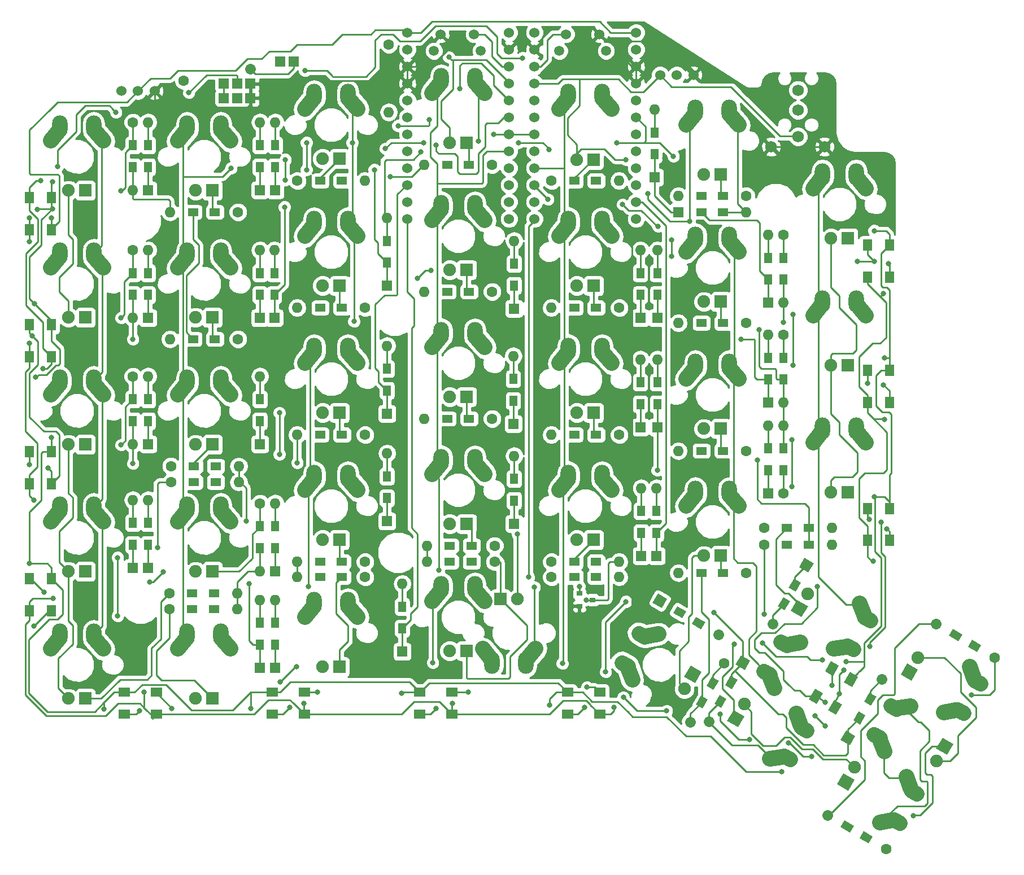
<source format=gtl>
G04 #@! TF.FileFunction,Copper,L1,Top,Signal*
%FSLAX46Y46*%
G04 Gerber Fmt 4.6, Leading zero omitted, Abs format (unit mm)*
G04 Created by KiCad (PCBNEW 4.0.7) date 06/24/18 16:56:43*
%MOMM*%
%LPD*%
G01*
G04 APERTURE LIST*
%ADD10C,0.100000*%
%ADD11C,2.400000*%
%ADD12O,2.300000X3.337000*%
%ADD13C,1.524000*%
%ADD14C,1.600000*%
%ADD15C,1.600000*%
%ADD16O,1.600000X1.600000*%
%ADD17R,1.524000X1.524000*%
%ADD18C,1.752600*%
%ADD19C,1.500000*%
%ADD20R,1.200000X1.600000*%
%ADD21R,1.600000X1.200000*%
%ADD22C,1.905000*%
%ADD23R,1.905000X1.905000*%
%ADD24R,0.900000X0.800000*%
%ADD25C,2.300000*%
%ADD26R,1.600000X1.600000*%
%ADD27R,1.400000X1.800000*%
%ADD28R,1.800000X1.400000*%
%ADD29C,0.800000*%
%ADD30C,0.254000*%
G04 APERTURE END LIST*
D10*
D11*
X148083558Y-124644959D02*
X146926540Y-123266079D01*
X141363460Y-123266079D02*
X140206442Y-124644959D01*
D12*
X141625000Y-122531750D03*
X146665000Y-122531750D03*
D11*
X121156442Y-107976209D02*
X122313460Y-106597329D01*
X127876540Y-106597329D02*
X129033558Y-107976209D01*
D12*
X127615000Y-105863000D03*
X122575000Y-105863000D03*
D11*
X121156442Y-88926209D02*
X122313460Y-87547329D01*
X127876540Y-87547329D02*
X129033558Y-88926209D01*
D12*
X127615000Y-86813000D03*
X122575000Y-86813000D03*
D11*
X90933558Y-112738709D02*
X89776540Y-111359829D01*
X84213460Y-111359829D02*
X83056442Y-112738709D01*
D12*
X84475000Y-110625500D03*
X89515000Y-110625500D03*
D11*
X90933558Y-55588709D02*
X89776540Y-54209829D01*
X84213460Y-54209829D02*
X83056442Y-55588709D01*
D12*
X84475000Y-53475500D03*
X89515000Y-53475500D03*
D11*
X178306442Y-53207459D02*
X179463460Y-51828579D01*
X185026540Y-51828579D02*
X186183558Y-53207459D01*
D12*
X184765000Y-51094250D03*
X179725000Y-51094250D03*
D13*
X170815000Y-39370000D03*
X170815000Y-41910000D03*
X170815000Y-44450000D03*
X170815000Y-46990000D03*
X170815000Y-49530000D03*
X170815000Y-52070000D03*
X170815000Y-54610000D03*
X170815000Y-57150000D03*
X170815000Y-59690000D03*
X170815000Y-62230000D03*
X170815000Y-64770000D03*
X170815000Y-67310000D03*
X155575000Y-67310000D03*
X155575000Y-64770000D03*
X155575000Y-62230000D03*
X155575000Y-59690000D03*
X155575000Y-57150000D03*
X155575000Y-54610000D03*
X155575000Y-52070000D03*
X155575000Y-49530000D03*
X155575000Y-46990000D03*
X155575000Y-44450000D03*
X155575000Y-41910000D03*
X155575000Y-39370000D03*
D14*
X102997000Y-46609000D03*
D15*
X113002647Y-44844735D02*
X113002647Y-44844735D01*
D14*
X133731000Y-41148000D03*
D16*
X133731000Y-51308000D03*
D17*
X119491000Y-43688000D03*
X117491000Y-43688000D03*
D18*
X195072000Y-51004000D03*
X191072000Y-56504000D03*
X195072000Y-55004000D03*
X199072000Y-56504000D03*
X195072000Y-48004000D03*
D13*
X160314000Y-39624000D03*
X165314000Y-39624000D03*
D19*
X159314000Y-42124000D03*
X166314000Y-42124000D03*
D13*
X96139000Y-48133000D03*
X93639000Y-48133000D03*
X98639000Y-48133000D03*
X176911000Y-45720000D03*
X174411000Y-45720000D03*
X179411000Y-45720000D03*
X146518000Y-39624000D03*
X141518000Y-39624000D03*
D19*
X147518000Y-42124000D03*
X140518000Y-42124000D03*
D20*
X95377000Y-59542000D03*
D14*
X95377000Y-52832000D03*
D16*
X95377000Y-62992000D03*
D20*
X95377000Y-56282000D03*
D21*
X104415000Y-66294000D03*
D14*
X111125000Y-66294000D03*
D16*
X100965000Y-66294000D03*
D21*
X107675000Y-66294000D03*
X126725000Y-61595000D03*
D14*
X120015000Y-61595000D03*
D16*
X130175000Y-61595000D03*
D21*
X123465000Y-61595000D03*
X142515000Y-59182000D03*
D14*
X149225000Y-59182000D03*
D16*
X139065000Y-59182000D03*
D21*
X145775000Y-59182000D03*
X164825000Y-61595000D03*
D14*
X158115000Y-61595000D03*
D16*
X168275000Y-61595000D03*
D21*
X161565000Y-61595000D03*
X180615000Y-63881000D03*
D14*
X187325000Y-63881000D03*
D16*
X177165000Y-63881000D03*
D21*
X183875000Y-63881000D03*
D20*
X192913000Y-76433000D03*
D14*
X192913000Y-69723000D03*
D16*
X192913000Y-79883000D03*
D20*
X192913000Y-73173000D03*
X95377000Y-78719000D03*
D14*
X95377000Y-72009000D03*
D16*
X95377000Y-82169000D03*
D20*
X95377000Y-75459000D03*
D21*
X104415000Y-85344000D03*
D14*
X111125000Y-85344000D03*
D16*
X100965000Y-85344000D03*
D21*
X107675000Y-85344000D03*
X123465000Y-80645000D03*
D14*
X130175000Y-80645000D03*
D16*
X120015000Y-80645000D03*
D21*
X126725000Y-80645000D03*
X164825000Y-121031000D03*
D14*
X158115000Y-121031000D03*
D16*
X168275000Y-121031000D03*
D21*
X161565000Y-121031000D03*
X142515000Y-78232000D03*
D14*
X149225000Y-78232000D03*
D16*
X139065000Y-78232000D03*
D21*
X145775000Y-78232000D03*
X161565000Y-80645000D03*
D14*
X168275000Y-80645000D03*
D16*
X158115000Y-80645000D03*
D21*
X164825000Y-80645000D03*
X180615000Y-82931000D03*
D14*
X187325000Y-82931000D03*
D16*
X177165000Y-82931000D03*
D21*
X183875000Y-82931000D03*
D20*
X192913000Y-91419000D03*
D14*
X192913000Y-84709000D03*
D16*
X192913000Y-94869000D03*
D20*
X192913000Y-88159000D03*
X95377000Y-97642000D03*
D14*
X95377000Y-90932000D03*
D16*
X95377000Y-101092000D03*
D20*
X95377000Y-94382000D03*
D21*
X107802000Y-104394000D03*
D14*
X101092000Y-104394000D03*
D16*
X111252000Y-104394000D03*
D21*
X104542000Y-104394000D03*
X123465000Y-99695000D03*
D14*
X130175000Y-99695000D03*
D16*
X120015000Y-99695000D03*
D21*
X126725000Y-99695000D03*
X142515000Y-97282000D03*
D14*
X149225000Y-97282000D03*
D16*
X139065000Y-97282000D03*
D21*
X145775000Y-97282000D03*
X161565000Y-99695000D03*
D14*
X168275000Y-99695000D03*
D16*
X158115000Y-99695000D03*
D21*
X164825000Y-99695000D03*
X180615000Y-102108000D03*
D14*
X187325000Y-102108000D03*
D16*
X177165000Y-102108000D03*
D21*
X183875000Y-102108000D03*
D20*
X192913000Y-101748000D03*
D14*
X192913000Y-108458000D03*
D16*
X192913000Y-98298000D03*
D20*
X192913000Y-105008000D03*
D21*
X107802000Y-106807000D03*
D14*
X101092000Y-106807000D03*
D16*
X111252000Y-106807000D03*
D21*
X104542000Y-106807000D03*
D20*
X114427000Y-116692000D03*
D14*
X114427000Y-109982000D03*
D16*
X114427000Y-120142000D03*
D20*
X114427000Y-113432000D03*
D21*
X123465000Y-118745000D03*
D14*
X130175000Y-118745000D03*
D16*
X120015000Y-118745000D03*
D21*
X126725000Y-118745000D03*
X142896000Y-116332000D03*
D14*
X149606000Y-116332000D03*
D16*
X139446000Y-116332000D03*
D21*
X146156000Y-116332000D03*
X164825000Y-118745000D03*
D14*
X158115000Y-118745000D03*
D16*
X168275000Y-118745000D03*
D21*
X161565000Y-118745000D03*
X180615000Y-120396000D03*
D14*
X187325000Y-120396000D03*
D16*
X177165000Y-120396000D03*
D21*
X183875000Y-120396000D03*
D10*
G36*
X180548385Y-138803210D02*
X181587615Y-139403210D01*
X180787615Y-140788850D01*
X179748385Y-140188850D01*
X180548385Y-138803210D01*
X180548385Y-138803210D01*
G37*
D14*
X184023000Y-133985000D03*
D15*
X178943000Y-142783818D02*
X178943000Y-142783818D01*
D10*
G36*
X182178385Y-135979968D02*
X183217615Y-136579968D01*
X182417615Y-137965608D01*
X181378385Y-137365608D01*
X182178385Y-135979968D01*
X182178385Y-135979968D01*
G37*
D21*
X107548000Y-123444000D03*
D14*
X100838000Y-123444000D03*
D16*
X110998000Y-123444000D03*
D21*
X104288000Y-123444000D03*
X107548000Y-125857000D03*
D14*
X100838000Y-125857000D03*
D16*
X110998000Y-125857000D03*
D21*
X104288000Y-125857000D03*
X123465000Y-121031000D03*
D14*
X130175000Y-121031000D03*
D16*
X120015000Y-121031000D03*
D21*
X126725000Y-121031000D03*
X142896000Y-118745000D03*
D14*
X149606000Y-118745000D03*
D16*
X139446000Y-118745000D03*
D21*
X146156000Y-118745000D03*
D22*
X85725000Y-63055500D03*
D23*
X88265000Y-63055500D03*
D22*
X104775000Y-63055500D03*
D23*
X107315000Y-63055500D03*
D22*
X123825000Y-58293000D03*
D23*
X126365000Y-58293000D03*
D22*
X142875000Y-55911750D03*
D23*
X145415000Y-55911750D03*
D22*
X161925000Y-58420000D03*
D23*
X164465000Y-58420000D03*
D22*
X180975000Y-60674250D03*
D23*
X183515000Y-60674250D03*
D22*
X200025000Y-70199250D03*
D23*
X202565000Y-70199250D03*
D22*
X85725000Y-82105500D03*
D23*
X88265000Y-82105500D03*
D22*
X104775000Y-82105500D03*
D23*
X107315000Y-82105500D03*
D22*
X123825000Y-77343000D03*
D23*
X126365000Y-77343000D03*
D22*
X142875000Y-74961750D03*
D23*
X145415000Y-74961750D03*
D22*
X161925000Y-77343000D03*
D23*
X164465000Y-77343000D03*
D22*
X180975000Y-79724250D03*
D23*
X183515000Y-79724250D03*
D22*
X200025000Y-89249250D03*
D23*
X202565000Y-89249250D03*
D22*
X85725000Y-101155500D03*
D23*
X88265000Y-101155500D03*
D22*
X104775000Y-101155500D03*
D23*
X107315000Y-101155500D03*
D22*
X123825000Y-96393000D03*
D23*
X126365000Y-96393000D03*
D22*
X142875000Y-94011750D03*
D23*
X145415000Y-94011750D03*
D22*
X161925000Y-96393000D03*
D23*
X164465000Y-96393000D03*
D22*
X180975000Y-98774250D03*
D23*
X183515000Y-98774250D03*
D22*
X200025000Y-108299250D03*
D23*
X202565000Y-108299250D03*
D22*
X85725000Y-120205500D03*
D23*
X88265000Y-120205500D03*
D22*
X104775000Y-120205500D03*
D23*
X107315000Y-120205500D03*
D22*
X123825000Y-115443000D03*
D23*
X126365000Y-115443000D03*
D22*
X142875000Y-113061750D03*
D23*
X145415000Y-113061750D03*
D22*
X161925000Y-115443000D03*
D23*
X164465000Y-115443000D03*
D22*
X180975000Y-117824250D03*
D23*
X183515000Y-117824250D03*
D22*
X178056409Y-137815102D03*
D10*
G36*
X179675048Y-136916537D02*
X178025270Y-135964037D01*
X178977770Y-134314259D01*
X180627548Y-135266759D01*
X179675048Y-136916537D01*
X179675048Y-136916537D01*
G37*
D22*
X85725000Y-139255500D03*
D23*
X88265000Y-139255500D03*
D22*
X104775000Y-139255500D03*
D23*
X107315000Y-139255500D03*
D22*
X123825000Y-134493000D03*
D23*
X126365000Y-134493000D03*
D22*
X142875000Y-132111750D03*
D23*
X145415000Y-132111750D03*
D13*
X136525000Y-39370000D03*
X136525000Y-41910000D03*
X136525000Y-44450000D03*
X136525000Y-46990000D03*
X136525000Y-49530000D03*
X136525000Y-52070000D03*
X136525000Y-54610000D03*
X136525000Y-57150000D03*
X136525000Y-59690000D03*
X136525000Y-62230000D03*
X136525000Y-64770000D03*
X136525000Y-67310000D03*
X151765000Y-67310000D03*
X151765000Y-64770000D03*
X151765000Y-62230000D03*
X151765000Y-59690000D03*
X151765000Y-57150000D03*
X151765000Y-54610000D03*
X151765000Y-52070000D03*
X151765000Y-49530000D03*
X151765000Y-46990000D03*
X151765000Y-44450000D03*
X151765000Y-41910000D03*
X151765000Y-39370000D03*
D22*
X153035000Y-124333000D03*
D23*
X150495000Y-124333000D03*
D10*
G36*
X206039615Y-140342790D02*
X205000385Y-139742790D01*
X205800385Y-138357150D01*
X206839615Y-138957150D01*
X206039615Y-140342790D01*
X206039615Y-140342790D01*
G37*
G36*
X202857820Y-146253820D02*
X201472180Y-145453820D01*
X202272180Y-144068180D01*
X203657820Y-144868180D01*
X202857820Y-146253820D01*
X202857820Y-146253820D01*
G37*
D15*
X207645000Y-136362182D02*
X207645000Y-136362182D01*
D10*
G36*
X204409615Y-143166032D02*
X203370385Y-142566032D01*
X204170385Y-141180392D01*
X205209615Y-141780392D01*
X204409615Y-143166032D01*
X204409615Y-143166032D01*
G37*
D24*
X162322000Y-123510000D03*
X162322000Y-125410000D03*
X164322000Y-124460000D03*
D11*
X90933558Y-74638709D02*
X89776540Y-73259829D01*
X84213460Y-73259829D02*
X83056442Y-74638709D01*
D12*
X84475000Y-72525500D03*
X89515000Y-72525500D03*
D11*
X90933558Y-93688709D02*
X89776540Y-92309829D01*
X84213460Y-92309829D02*
X83056442Y-93688709D01*
D12*
X84475000Y-91575500D03*
X89515000Y-91575500D03*
D11*
X102106442Y-55588709D02*
X103263460Y-54209829D01*
X108826540Y-54209829D02*
X109983558Y-55588709D01*
D12*
X108565000Y-53475500D03*
X103525000Y-53475500D03*
D11*
X102106442Y-74638709D02*
X103263460Y-73259829D01*
X108826540Y-73259829D02*
X109983558Y-74638709D01*
D12*
X108565000Y-72525500D03*
X103525000Y-72525500D03*
D11*
X102106442Y-93688709D02*
X103263460Y-92309829D01*
X108826540Y-92309829D02*
X109983558Y-93688709D01*
D12*
X108565000Y-91575500D03*
X103525000Y-91575500D03*
D11*
X102106442Y-112738709D02*
X103263460Y-111359829D01*
X108826540Y-111359829D02*
X109983558Y-112738709D01*
D12*
X108565000Y-110625500D03*
X103525000Y-110625500D03*
D11*
X129033558Y-50826209D02*
X127876540Y-49447329D01*
X122313460Y-49447329D02*
X121156442Y-50826209D01*
D12*
X122575000Y-48713000D03*
X127615000Y-48713000D03*
D11*
X129033558Y-69876209D02*
X127876540Y-68497329D01*
X122313460Y-68497329D02*
X121156442Y-69876209D01*
D12*
X122575000Y-67763000D03*
X127615000Y-67763000D03*
D11*
X140206442Y-48444959D02*
X141363460Y-47066079D01*
X146926540Y-47066079D02*
X148083558Y-48444959D01*
D12*
X146665000Y-46331750D03*
X141625000Y-46331750D03*
D11*
X140206442Y-67494959D02*
X141363460Y-66116079D01*
X146926540Y-66116079D02*
X148083558Y-67494959D01*
D12*
X146665000Y-65381750D03*
X141625000Y-65381750D03*
D11*
X140206442Y-86544959D02*
X141363460Y-85166079D01*
X146926540Y-85166079D02*
X148083558Y-86544959D01*
D12*
X146665000Y-84431750D03*
X141625000Y-84431750D03*
D11*
X140206442Y-105594959D02*
X141363460Y-104216079D01*
X146926540Y-104216079D02*
X148083558Y-105594959D01*
D12*
X146665000Y-103481750D03*
X141625000Y-103481750D03*
D11*
X159256442Y-50826209D02*
X160413460Y-49447329D01*
X165976540Y-49447329D02*
X167133558Y-50826209D01*
D12*
X165715000Y-48713000D03*
X160675000Y-48713000D03*
D11*
X159256442Y-69876209D02*
X160413460Y-68497329D01*
X165976540Y-68497329D02*
X167133558Y-69876209D01*
D12*
X165715000Y-67763000D03*
X160675000Y-67763000D03*
D11*
X159256442Y-88926209D02*
X160413460Y-87547329D01*
X165976540Y-87547329D02*
X167133558Y-88926209D01*
D12*
X165715000Y-86813000D03*
X160675000Y-86813000D03*
D11*
X159256442Y-107976209D02*
X160413460Y-106597329D01*
X165976540Y-106597329D02*
X167133558Y-107976209D01*
D12*
X165715000Y-105863000D03*
X160675000Y-105863000D03*
D11*
X186183558Y-72257459D02*
X185026540Y-70878579D01*
X179463460Y-70878579D02*
X178306442Y-72257459D01*
D12*
X179725000Y-70144250D03*
X184765000Y-70144250D03*
D11*
X186183558Y-91307459D02*
X185026540Y-89928579D01*
X179463460Y-89928579D02*
X178306442Y-91307459D01*
D12*
X179725000Y-89194250D03*
X184765000Y-89194250D03*
D11*
X186183558Y-110357459D02*
X185026540Y-108978579D01*
X179463460Y-108978579D02*
X178306442Y-110357459D01*
D12*
X179725000Y-108244250D03*
X184765000Y-108244250D03*
D11*
X197356442Y-62732459D02*
X198513460Y-61353579D01*
X204076540Y-61353579D02*
X205233558Y-62732459D01*
D12*
X203815000Y-60619250D03*
X198775000Y-60619250D03*
D11*
X197356442Y-81782459D02*
X198513460Y-80403579D01*
X204076540Y-80403579D02*
X205233558Y-81782459D01*
D12*
X203815000Y-79669250D03*
X198775000Y-79669250D03*
D11*
X197356442Y-100832459D02*
X198513460Y-99453579D01*
X204076540Y-99453579D02*
X205233558Y-100832459D01*
D12*
X203815000Y-98719250D03*
X198775000Y-98719250D03*
D11*
X204351301Y-124984805D02*
X204966937Y-126676251D01*
X202185397Y-131494020D02*
X200412743Y-131806586D01*
D25*
X203401148Y-131893934D02*
X202503080Y-131375434D01*
X205921148Y-127529166D02*
X205023080Y-127010666D01*
D11*
X90933558Y-131788709D02*
X89776540Y-130409829D01*
X84213460Y-130409829D02*
X83056442Y-131788709D01*
D12*
X84475000Y-129675500D03*
X89515000Y-129675500D03*
D11*
X102106442Y-131788709D02*
X103263460Y-130409829D01*
X108826540Y-130409829D02*
X109983558Y-131788709D01*
D12*
X108565000Y-129675500D03*
X103525000Y-129675500D03*
D11*
X129033558Y-127026209D02*
X127876540Y-125647329D01*
X122313460Y-125647329D02*
X121156442Y-127026209D01*
D12*
X122575000Y-124913000D03*
X127615000Y-124913000D03*
D11*
X170255699Y-136392745D02*
X169640063Y-134701299D01*
X172421603Y-129883530D02*
X174194257Y-129570964D01*
D25*
X171205852Y-129483616D02*
X172103920Y-130002116D01*
X168685852Y-133848384D02*
X169583920Y-134366884D01*
D11*
X194826301Y-141482805D02*
X195441937Y-143174251D01*
X192660397Y-147992020D02*
X190887743Y-148304586D01*
D25*
X193876148Y-148391934D02*
X192978080Y-147873434D01*
X196396148Y-144027166D02*
X195498080Y-143508666D01*
D11*
X191516199Y-137668745D02*
X190900563Y-135977299D01*
X193682103Y-131159530D02*
X195454757Y-130846964D01*
D25*
X192466352Y-130759616D02*
X193364420Y-131278116D01*
X189946352Y-135124384D02*
X190844420Y-135642884D01*
D11*
X155703558Y-131799791D02*
X154546540Y-133178671D01*
X148983460Y-133178671D02*
X147826442Y-131799791D01*
D12*
X149245000Y-133913000D03*
X154285000Y-133913000D03*
D11*
X220849301Y-134509855D02*
X221464937Y-136201301D01*
X218683397Y-141019070D02*
X216910743Y-141331636D01*
D25*
X219899148Y-141418984D02*
X219001080Y-140900484D01*
X222419148Y-137054216D02*
X221521080Y-136535716D01*
D11*
X208014199Y-147193795D02*
X207398563Y-145502349D01*
X210180103Y-140684580D02*
X211952757Y-140372014D01*
D25*
X208964352Y-140284666D02*
X209862420Y-140803166D01*
X206444352Y-144649434D02*
X207342420Y-145167934D01*
D11*
X211324301Y-151007855D02*
X211939937Y-152699301D01*
X209158397Y-157517070D02*
X207385743Y-157829636D01*
D25*
X210374148Y-157916984D02*
X209476080Y-157398484D01*
X212894148Y-153552216D02*
X211996080Y-153033716D01*
D17*
X112998000Y-47032000D03*
X110998000Y-47032000D03*
X108998000Y-47032000D03*
X112998000Y-49191000D03*
X110998000Y-49191000D03*
X108998000Y-49191000D03*
D22*
X196550591Y-123562448D03*
D10*
G36*
X194931952Y-124461013D02*
X196581730Y-125413513D01*
X195629230Y-127063291D01*
X193979452Y-126110791D01*
X194931952Y-124461013D01*
X194931952Y-124461013D01*
G37*
D22*
X213048591Y-133087498D03*
D10*
G36*
X211429952Y-133986063D02*
X213079730Y-134938563D01*
X212127230Y-136588341D01*
X210477452Y-135635841D01*
X211429952Y-133986063D01*
X211429952Y-133986063D01*
G37*
D22*
X187025591Y-140060448D03*
D10*
G36*
X185406952Y-140959013D02*
X187056730Y-141911513D01*
X186104230Y-143561291D01*
X184454452Y-142608791D01*
X185406952Y-140959013D01*
X185406952Y-140959013D01*
G37*
D22*
X203523591Y-149585498D03*
D10*
G36*
X201904952Y-150484063D02*
X203554730Y-151436563D01*
X202602230Y-153086341D01*
X200952452Y-152133841D01*
X201904952Y-150484063D01*
X201904952Y-150484063D01*
G37*
D21*
X196702000Y-113665000D03*
D14*
X189992000Y-113665000D03*
D16*
X200152000Y-113665000D03*
D21*
X193442000Y-113665000D03*
D10*
G36*
X219717790Y-129621385D02*
X219117790Y-130660615D01*
X217732150Y-129860615D01*
X218332150Y-128821385D01*
X219717790Y-129621385D01*
X219717790Y-129621385D01*
G37*
D14*
X224536000Y-133096000D03*
D15*
X215737182Y-128016000D02*
X215737182Y-128016000D01*
D10*
G36*
X222541032Y-131251385D02*
X221941032Y-132290615D01*
X220555392Y-131490615D01*
X221155392Y-130451385D01*
X222541032Y-131251385D01*
X222541032Y-131251385D01*
G37*
D21*
X196702000Y-116205000D03*
D14*
X189992000Y-116205000D03*
D16*
X200152000Y-116205000D03*
D21*
X193442000Y-116205000D03*
D10*
G36*
X203461790Y-158323385D02*
X202861790Y-159362615D01*
X201476150Y-158562615D01*
X202076150Y-157523385D01*
X203461790Y-158323385D01*
X203461790Y-158323385D01*
G37*
D14*
X208280000Y-161798000D03*
D15*
X199481182Y-156718000D02*
X199481182Y-156718000D01*
D10*
G36*
X206285032Y-159953385D02*
X205685032Y-160992615D01*
X204299392Y-160192615D01*
X204899392Y-159153385D01*
X206285032Y-159953385D01*
X206285032Y-159953385D01*
G37*
D22*
X215814909Y-148616152D03*
D10*
G36*
X217433548Y-147717587D02*
X215783770Y-146765087D01*
X216736270Y-145115309D01*
X218386048Y-146067809D01*
X217433548Y-147717587D01*
X217433548Y-147717587D01*
G37*
D20*
X97663000Y-56282000D03*
D26*
X97663000Y-62992000D03*
D16*
X97663000Y-52832000D03*
D20*
X97663000Y-59542000D03*
X97663000Y-75459000D03*
D26*
X97663000Y-82169000D03*
D16*
X97663000Y-72009000D03*
D20*
X97663000Y-78719000D03*
X97663000Y-94382000D03*
D26*
X97663000Y-101092000D03*
D16*
X97663000Y-90932000D03*
D20*
X97663000Y-97642000D03*
X95377000Y-112924000D03*
D26*
X95377000Y-119634000D03*
D16*
X95377000Y-109474000D03*
D20*
X95377000Y-116184000D03*
X114427000Y-56282000D03*
D26*
X114427000Y-62992000D03*
D16*
X114427000Y-52832000D03*
D20*
X114427000Y-59542000D03*
X114427000Y-75459000D03*
D26*
X114427000Y-82169000D03*
D16*
X114427000Y-72009000D03*
D20*
X114427000Y-78719000D03*
X114427000Y-94382000D03*
D26*
X114427000Y-101092000D03*
D16*
X114427000Y-90932000D03*
D20*
X114427000Y-97642000D03*
X116713000Y-113432000D03*
D26*
X116713000Y-120142000D03*
D16*
X116713000Y-109982000D03*
D20*
X116713000Y-116692000D03*
X116713000Y-56282000D03*
D26*
X116713000Y-62992000D03*
D16*
X116713000Y-52832000D03*
D20*
X116713000Y-59542000D03*
X116586000Y-75459000D03*
D26*
X116586000Y-82169000D03*
D16*
X116586000Y-72009000D03*
D20*
X116586000Y-78719000D03*
X133477000Y-89810000D03*
D26*
X133477000Y-96520000D03*
D16*
X133477000Y-86360000D03*
D20*
X133477000Y-93070000D03*
X133477000Y-105939000D03*
D26*
X133477000Y-112649000D03*
D16*
X133477000Y-102489000D03*
D20*
X133477000Y-109199000D03*
X133477000Y-70633000D03*
D26*
X133477000Y-77343000D03*
D16*
X133477000Y-67183000D03*
D20*
X133477000Y-73893000D03*
X152527000Y-74062000D03*
D26*
X152527000Y-80772000D03*
D16*
X152527000Y-70612000D03*
D20*
X152527000Y-77322000D03*
X152400000Y-91334000D03*
D26*
X152400000Y-98044000D03*
D16*
X152400000Y-87884000D03*
D20*
X152400000Y-94594000D03*
X152527000Y-106320000D03*
D26*
X152527000Y-113030000D03*
D16*
X152527000Y-102870000D03*
D20*
X152527000Y-109580000D03*
X173609000Y-54377000D03*
D26*
X173609000Y-61087000D03*
D16*
X173609000Y-50927000D03*
D20*
X173609000Y-57637000D03*
X171450000Y-75459000D03*
D26*
X171450000Y-82169000D03*
D16*
X171450000Y-72009000D03*
D20*
X171450000Y-78719000D03*
X171450000Y-91842000D03*
D26*
X171450000Y-98552000D03*
D16*
X171450000Y-88392000D03*
D20*
X171450000Y-95102000D03*
X171577000Y-111146000D03*
D26*
X171577000Y-117856000D03*
D16*
X171577000Y-107696000D03*
D20*
X171577000Y-114406000D03*
D21*
X183875000Y-66294000D03*
D26*
X177165000Y-66294000D03*
D16*
X187325000Y-66294000D03*
D21*
X180615000Y-66294000D03*
D20*
X173990000Y-75459000D03*
D26*
X173990000Y-82169000D03*
D16*
X173990000Y-72009000D03*
D20*
X173990000Y-78719000D03*
X173990000Y-91842000D03*
D26*
X173990000Y-98552000D03*
D16*
X173990000Y-88392000D03*
D20*
X173990000Y-95102000D03*
X173863000Y-111146000D03*
D26*
X173863000Y-117856000D03*
D16*
X173863000Y-107696000D03*
D20*
X173863000Y-114406000D03*
X190627000Y-73173000D03*
D26*
X190627000Y-79883000D03*
D16*
X190627000Y-69723000D03*
D20*
X190627000Y-76433000D03*
X190627000Y-88159000D03*
D26*
X190627000Y-94869000D03*
D16*
X190627000Y-84709000D03*
D20*
X190627000Y-91419000D03*
X190627000Y-101748000D03*
D26*
X190627000Y-108458000D03*
D16*
X190627000Y-98298000D03*
D20*
X190627000Y-105008000D03*
D10*
G36*
X192867385Y-124071210D02*
X193906615Y-124671210D01*
X193106615Y-126056850D01*
X192067385Y-125456850D01*
X192867385Y-124071210D01*
X192867385Y-124071210D01*
G37*
G36*
X196049180Y-118160180D02*
X197434820Y-118960180D01*
X196634820Y-120345820D01*
X195249180Y-119545820D01*
X196049180Y-118160180D01*
X196049180Y-118160180D01*
G37*
D15*
X191262000Y-128051818D02*
X191262000Y-128051818D01*
D10*
G36*
X194497385Y-121247968D02*
X195536615Y-121847968D01*
X194736615Y-123233608D01*
X193697385Y-122633608D01*
X194497385Y-121247968D01*
X194497385Y-121247968D01*
G37*
D20*
X97663000Y-112924000D03*
D26*
X97663000Y-119634000D03*
D16*
X97663000Y-109474000D03*
D20*
X97663000Y-116184000D03*
X114427000Y-127910000D03*
D26*
X114427000Y-134620000D03*
D16*
X114427000Y-124460000D03*
D20*
X114427000Y-131170000D03*
X116713000Y-127910000D03*
D26*
X116713000Y-134620000D03*
D16*
X116713000Y-124460000D03*
D20*
X116713000Y-131170000D03*
X135763000Y-125497000D03*
D26*
X135763000Y-132207000D03*
D16*
X135763000Y-122047000D03*
D20*
X135763000Y-128757000D03*
D10*
G36*
X179189210Y-128061615D02*
X179789210Y-127022385D01*
X181174850Y-127822385D01*
X180574850Y-128861615D01*
X179189210Y-128061615D01*
X179189210Y-128061615D01*
G37*
G36*
X173278180Y-124879820D02*
X174078180Y-123494180D01*
X175463820Y-124294180D01*
X174663820Y-125679820D01*
X173278180Y-124879820D01*
X173278180Y-124879820D01*
G37*
D15*
X183169818Y-129667000D02*
X183169818Y-129667000D01*
D10*
G36*
X176365968Y-126431615D02*
X176965968Y-125392385D01*
X178351608Y-126192385D01*
X177751608Y-127231615D01*
X176365968Y-126431615D01*
X176365968Y-126431615D01*
G37*
G36*
X183342385Y-138676210D02*
X184381615Y-139276210D01*
X183581615Y-140661850D01*
X182542385Y-140061850D01*
X183342385Y-138676210D01*
X183342385Y-138676210D01*
G37*
G36*
X186524180Y-132765180D02*
X187909820Y-133565180D01*
X187109820Y-134950820D01*
X185724180Y-134150820D01*
X186524180Y-132765180D01*
X186524180Y-132765180D01*
G37*
D15*
X181737000Y-142656818D02*
X181737000Y-142656818D01*
D10*
G36*
X184972385Y-135852968D02*
X186011615Y-136452968D01*
X185211615Y-137838608D01*
X184172385Y-137238608D01*
X184972385Y-135852968D01*
X184972385Y-135852968D01*
G37*
D27*
X79884000Y-64148000D03*
X83184000Y-64148000D03*
X83184000Y-68948000D03*
X79884000Y-68948000D03*
X79884000Y-83198000D03*
X83184000Y-83198000D03*
X83184000Y-87998000D03*
X79884000Y-87998000D03*
X79884000Y-102248000D03*
X83184000Y-102248000D03*
X83184000Y-107048000D03*
X79884000Y-107048000D03*
X79884000Y-121298000D03*
X83184000Y-121298000D03*
X83184000Y-126098000D03*
X79884000Y-126098000D03*
D28*
X94120000Y-141604000D03*
X94120000Y-138304000D03*
X98920000Y-138304000D03*
X98920000Y-141604000D03*
X116260333Y-141604000D03*
X116260333Y-138304000D03*
X121060333Y-138304000D03*
X121060333Y-141604000D03*
X138400667Y-141604000D03*
X138400667Y-138304000D03*
X143200667Y-138304000D03*
X143200667Y-141604000D03*
X160541000Y-141604000D03*
X160541000Y-138304000D03*
X165341000Y-138304000D03*
X165341000Y-141604000D03*
D10*
G36*
X201691160Y-140142038D02*
X200791160Y-141700884D01*
X199578724Y-141000884D01*
X200478724Y-139442038D01*
X201691160Y-140142038D01*
X201691160Y-140142038D01*
G37*
G36*
X198833276Y-138492038D02*
X197933276Y-140050884D01*
X196720840Y-139350884D01*
X197620840Y-137792038D01*
X198833276Y-138492038D01*
X198833276Y-138492038D01*
G37*
G36*
X201233276Y-134335116D02*
X200333276Y-135893962D01*
X199120840Y-135193962D01*
X200020840Y-133635116D01*
X201233276Y-134335116D01*
X201233276Y-134335116D01*
G37*
G36*
X204091160Y-135985116D02*
X203191160Y-137543962D01*
X201978724Y-136843962D01*
X202878724Y-135285116D01*
X204091160Y-135985116D01*
X204091160Y-135985116D01*
G37*
D27*
X208787000Y-115557000D03*
X205487000Y-115557000D03*
X205487000Y-110757000D03*
X208787000Y-110757000D03*
X208787000Y-94856000D03*
X205487000Y-94856000D03*
X205487000Y-90056000D03*
X208787000Y-90056000D03*
X208787000Y-76060000D03*
X205487000Y-76060000D03*
X205487000Y-71260000D03*
X208787000Y-71260000D03*
D29*
X121412000Y-59944000D03*
X121412000Y-55880000D03*
X131572000Y-59944000D03*
X153162000Y-55880000D03*
X157734000Y-56896000D03*
X118110000Y-65532000D03*
X186563000Y-85344000D03*
X173990000Y-105029000D03*
X147193000Y-55626000D03*
X138557000Y-57277000D03*
X153797000Y-43180000D03*
X121158000Y-45085000D03*
X208661000Y-74041000D03*
X134239000Y-46609000D03*
X164338000Y-126619000D03*
X175133000Y-58166000D03*
X170180000Y-125857000D03*
X172593000Y-68834000D03*
X175133000Y-63881000D03*
X190500000Y-51435000D03*
X176403000Y-57912000D03*
X167894000Y-55880000D03*
X142748000Y-43053000D03*
X194183000Y-100457000D03*
X153035000Y-114554000D03*
X118237000Y-58420000D03*
X118237000Y-61468000D03*
X194310000Y-81661000D03*
X194310000Y-89281000D03*
X140081000Y-75057000D03*
X97917000Y-121793000D03*
X99949000Y-120269000D03*
X119888000Y-134493000D03*
X117475000Y-136779000D03*
X194183000Y-107442000D03*
X117348000Y-96393000D03*
X117348000Y-102616000D03*
X169291000Y-58420000D03*
X138049000Y-76200000D03*
X144399000Y-47752000D03*
X139827000Y-52451000D03*
X135128000Y-53340000D03*
X110109000Y-59690000D03*
X133223000Y-56769000D03*
X138938000Y-55880000D03*
X140843000Y-56261000D03*
X149479000Y-54610000D03*
X121666000Y-122428000D03*
X128524000Y-82677000D03*
X128270000Y-55880000D03*
X155575000Y-122555000D03*
X141224000Y-120015000D03*
X159766000Y-133985000D03*
X172593000Y-63500000D03*
X178816000Y-67691000D03*
X157607000Y-64389000D03*
X176149000Y-72898000D03*
X176149000Y-70485000D03*
X174117000Y-68453000D03*
X168783000Y-65151000D03*
X93091000Y-126873000D03*
X93091000Y-118110000D03*
X182499000Y-126365000D03*
X166243000Y-135255000D03*
X169291000Y-124714000D03*
X112776000Y-122047000D03*
X140335000Y-133858000D03*
X83185000Y-67183000D03*
X205486000Y-91948000D03*
X208407000Y-113792000D03*
X205740000Y-112395000D03*
X207518000Y-112776000D03*
X201930000Y-135001000D03*
X205867000Y-131445000D03*
X201295000Y-138557000D03*
X202311000Y-133731000D03*
X198755000Y-133477000D03*
X189738000Y-130937000D03*
X79883000Y-67183000D03*
X103759000Y-48387000D03*
X80518000Y-109474000D03*
X206502000Y-69088000D03*
X121031000Y-139954000D03*
X97028000Y-138303000D03*
X208026000Y-88138000D03*
X206502000Y-108966000D03*
X167513000Y-140589000D03*
X143256000Y-139954000D03*
X83439000Y-124206000D03*
X79883000Y-85979000D03*
X79883000Y-70739000D03*
X80645000Y-80010000D03*
X197993000Y-122428000D03*
X199136000Y-139827000D03*
X92837000Y-51308000D03*
X84074000Y-59436000D03*
X83312000Y-61722000D03*
X83185000Y-100076000D03*
X80772000Y-91059000D03*
X157861000Y-140208000D03*
X206375000Y-118618000D03*
X113030000Y-140716000D03*
X91059000Y-140843000D03*
X207899000Y-78486000D03*
X208026000Y-97409000D03*
X135636000Y-138430000D03*
X79883000Y-118999000D03*
X81026000Y-65913000D03*
X83312000Y-65786000D03*
X192659000Y-150241000D03*
X81915000Y-89789000D03*
X81534000Y-61595000D03*
X80264000Y-84836000D03*
X82677000Y-104648000D03*
X80518000Y-128397000D03*
X79883000Y-104140000D03*
X101219000Y-140716000D03*
X82042000Y-123317000D03*
X123063000Y-138303000D03*
X96393000Y-141097000D03*
X118872000Y-140589000D03*
X145669000Y-138303000D03*
X163449000Y-137541000D03*
X140843000Y-140716000D03*
X199136000Y-143383000D03*
X197612000Y-141859000D03*
X175387000Y-141097000D03*
X168910000Y-139065000D03*
X200177058Y-137287000D03*
X163068000Y-140589000D03*
X203962000Y-73660000D03*
X206502000Y-73660000D03*
X207899000Y-92202000D03*
X93599000Y-63119000D03*
X93599000Y-82169000D03*
X93599000Y-101219000D03*
X99060000Y-116586000D03*
X162306000Y-122428000D03*
X112395000Y-112649000D03*
X193675000Y-145923000D03*
X197104000Y-147955000D03*
X183388000Y-141605000D03*
X187833000Y-145415000D03*
X188976000Y-103505000D03*
X95377000Y-85344000D03*
X189230000Y-83947000D03*
X192913000Y-82804000D03*
X120015000Y-103886000D03*
X95377000Y-104013000D03*
X163322000Y-124460000D03*
X133985000Y-60960000D03*
X154686000Y-121031000D03*
X221107000Y-138684000D03*
X185547000Y-131064000D03*
X189992000Y-126619000D03*
X212344000Y-156845000D03*
D30*
X121412000Y-55880000D02*
X121412000Y-59944000D01*
X132080000Y-72496000D02*
X133477000Y-73893000D01*
X132080000Y-70866000D02*
X132080000Y-72496000D01*
X131572000Y-70358000D02*
X132080000Y-70866000D01*
X131572000Y-59944000D02*
X131572000Y-70358000D01*
X116713000Y-59542000D02*
X116713000Y-62992000D01*
X173609000Y-62738000D02*
X173609000Y-63881000D01*
X176022000Y-66294000D02*
X177165000Y-66294000D01*
X173609000Y-63881000D02*
X176022000Y-66294000D01*
X181800500Y-67500500D02*
X188912500Y-67500500D01*
X189357000Y-67945000D02*
X189357000Y-71120000D01*
X188912500Y-67500500D02*
X189357000Y-67945000D01*
X180615000Y-66294000D02*
X180615000Y-66315000D01*
X180615000Y-66315000D02*
X181800500Y-67500500D01*
X189357000Y-75163000D02*
X190627000Y-76433000D01*
X189357000Y-71120000D02*
X189357000Y-75163000D01*
X173609000Y-61087000D02*
X173609000Y-62738000D01*
X173609000Y-57637000D02*
X173609000Y-61087000D01*
X153162000Y-55880000D02*
X156845000Y-55880000D01*
X156845000Y-55880000D02*
X157734000Y-56769000D01*
X157734000Y-56769000D02*
X157734000Y-56896000D01*
X114427000Y-59542000D02*
X114427000Y-62992000D01*
X190627000Y-76433000D02*
X190627000Y-79883000D01*
X133477000Y-73893000D02*
X133477000Y-77343000D01*
X97663000Y-59542000D02*
X97663000Y-62992000D01*
X97663000Y-52832000D02*
X97663000Y-56282000D01*
X118110000Y-73406000D02*
X118110000Y-77195000D01*
X118110000Y-65532000D02*
X118110000Y-73406000D01*
X118110000Y-77195000D02*
X116586000Y-78719000D01*
X186563000Y-85344000D02*
X188468000Y-85344000D01*
X188595000Y-85471000D02*
X188595000Y-91059000D01*
X188468000Y-85344000D02*
X188595000Y-85471000D01*
X188955000Y-91419000D02*
X190627000Y-91419000D01*
X188595000Y-91059000D02*
X188955000Y-91419000D01*
X190627000Y-91419000D02*
X190627000Y-94869000D01*
X152527000Y-77322000D02*
X152527000Y-80772000D01*
X171450000Y-78719000D02*
X171450000Y-82169000D01*
X173990000Y-78719000D02*
X173990000Y-82169000D01*
X116586000Y-82169000D02*
X116586000Y-78719000D01*
X114427000Y-82169000D02*
X114427000Y-78719000D01*
X97663000Y-82169000D02*
X97663000Y-78719000D01*
X97663000Y-75459000D02*
X97663000Y-72009000D01*
X152400000Y-94594000D02*
X152400000Y-98044000D01*
X136525000Y-62230000D02*
X136398000Y-62230000D01*
X136398000Y-62230000D02*
X135001000Y-63627000D01*
X132207000Y-91800000D02*
X133477000Y-93070000D01*
X132207000Y-90170000D02*
X132207000Y-91800000D01*
X131699000Y-89662000D02*
X132207000Y-90170000D01*
X131699000Y-80137000D02*
X131699000Y-89662000D01*
X173990000Y-105029000D02*
X173990000Y-98552000D01*
X190627000Y-105008000D02*
X190627000Y-108458000D01*
X173990000Y-98552000D02*
X173990000Y-95102000D01*
X171450000Y-95102000D02*
X171450000Y-98552000D01*
X114427000Y-97642000D02*
X114427000Y-101092000D01*
X97663000Y-97642000D02*
X97663000Y-101092000D01*
X133477000Y-93070000D02*
X133477000Y-96520000D01*
X135001000Y-78613000D02*
X134874000Y-78740000D01*
X135001000Y-63627000D02*
X135001000Y-78613000D01*
X133096000Y-78740000D02*
X131699000Y-80137000D01*
X134874000Y-78740000D02*
X133096000Y-78740000D01*
X97663000Y-90932000D02*
X97663000Y-94382000D01*
X194617000Y-122240788D02*
X194617000Y-120978000D01*
X194617000Y-120978000D02*
X196342000Y-119253000D01*
X170815000Y-64770000D02*
X171704000Y-64770000D01*
X175260000Y-68326000D02*
X175260000Y-69088000D01*
X171704000Y-64770000D02*
X175260000Y-68326000D01*
X170815000Y-64770000D02*
X170942000Y-64770000D01*
X175260000Y-113009000D02*
X173863000Y-114406000D01*
X175260000Y-69088000D02*
X175260000Y-113009000D01*
X173863000Y-117856000D02*
X173863000Y-114406000D01*
X171577000Y-114406000D02*
X171577000Y-117856000D01*
X152527000Y-109580000D02*
X152527000Y-113030000D01*
X133477000Y-109199000D02*
X133477000Y-112649000D01*
X116713000Y-120142000D02*
X116713000Y-116692000D01*
X95377000Y-116184000D02*
X95377000Y-119634000D01*
X170815000Y-64770000D02*
X171450000Y-64770000D01*
X95377000Y-109474000D02*
X95377000Y-112924000D01*
X114427000Y-52832000D02*
X114427000Y-56282000D01*
X114427000Y-72009000D02*
X114427000Y-75459000D01*
X114427000Y-90932000D02*
X114427000Y-94382000D01*
X116713000Y-113432000D02*
X116713000Y-109982000D01*
X116713000Y-52832000D02*
X116713000Y-56282000D01*
X116586000Y-72009000D02*
X116586000Y-75459000D01*
X133477000Y-86360000D02*
X133477000Y-89810000D01*
X133477000Y-102489000D02*
X133477000Y-105939000D01*
X147193000Y-55372000D02*
X147193000Y-55626000D01*
X147193000Y-48768000D02*
X147193000Y-55372000D01*
X133096000Y-59309000D02*
X133096000Y-58674000D01*
X133350000Y-58420000D02*
X134112000Y-58420000D01*
X133096000Y-58674000D02*
X133350000Y-58420000D01*
X137414000Y-58420000D02*
X134112000Y-58420000D01*
X138557000Y-57277000D02*
X137414000Y-58420000D01*
X133096000Y-59309000D02*
X133096000Y-66802000D01*
X133096000Y-66802000D02*
X133477000Y-67183000D01*
X147955000Y-48291750D02*
X147669250Y-48291750D01*
X147669250Y-48291750D02*
X147193000Y-48768000D01*
X133477000Y-67183000D02*
X133477000Y-70633000D01*
X152527000Y-74062000D02*
X152527000Y-70612000D01*
X152400000Y-87884000D02*
X152400000Y-91334000D01*
X152527000Y-102870000D02*
X152527000Y-106320000D01*
X173609000Y-54377000D02*
X173609000Y-50927000D01*
X171450000Y-72009000D02*
X171450000Y-75459000D01*
X171450000Y-91842000D02*
X171450000Y-88392000D01*
X171577000Y-107696000D02*
X171577000Y-111146000D01*
X183875000Y-66294000D02*
X187325000Y-66294000D01*
X186055000Y-53054250D02*
X186055000Y-65024000D01*
X186055000Y-65024000D02*
X187325000Y-66294000D01*
X173990000Y-72009000D02*
X173990000Y-75459000D01*
X173990000Y-91842000D02*
X173990000Y-88392000D01*
X173863000Y-111146000D02*
X173863000Y-107696000D01*
X190627000Y-73173000D02*
X190627000Y-69723000D01*
X190627000Y-88159000D02*
X190627000Y-84709000D01*
X203835000Y-79089250D02*
X203835000Y-80359250D01*
X203835000Y-80359250D02*
X205105000Y-81629250D01*
X190627000Y-98298000D02*
X190627000Y-101748000D01*
X203835000Y-99409250D02*
X205105000Y-100679250D01*
X203835000Y-98139250D02*
X203835000Y-99409250D01*
X191262000Y-128051818D02*
X191262000Y-126789030D01*
X191262000Y-126789030D02*
X192987000Y-125064030D01*
X131699000Y-44323000D02*
X131699000Y-44576998D01*
X125349000Y-45974000D02*
X125221998Y-45846998D01*
X130301998Y-45974000D02*
X125349000Y-45974000D01*
X131699000Y-44576998D02*
X130301998Y-45974000D01*
X125221998Y-45846998D02*
X124460000Y-45085000D01*
X131699000Y-40513000D02*
X131699000Y-44323000D01*
X147955000Y-38354000D02*
X148336000Y-38354000D01*
X138430000Y-40640000D02*
X140716000Y-38354000D01*
X134366000Y-39624000D02*
X135382000Y-40640000D01*
X150622000Y-43180000D02*
X153797000Y-43180000D01*
X149987000Y-42545000D02*
X150622000Y-43180000D01*
X149987000Y-40005000D02*
X149987000Y-42545000D01*
X135382000Y-40640000D02*
X138430000Y-40640000D01*
X148590000Y-38608000D02*
X149987000Y-40005000D01*
X148463000Y-38481000D02*
X148590000Y-38608000D01*
X121158000Y-45085000D02*
X123444000Y-45085000D01*
X123444000Y-45085000D02*
X124460000Y-45085000D01*
X132588000Y-39624000D02*
X134366000Y-39624000D01*
X131699000Y-40513000D02*
X132588000Y-39624000D01*
X140716000Y-38354000D02*
X147955000Y-38354000D01*
X148336000Y-38354000D02*
X148463000Y-38481000D01*
X208787000Y-74167000D02*
X208787000Y-76060000D01*
X208661000Y-74041000D02*
X208787000Y-74167000D01*
X121666000Y-45974000D02*
X123952000Y-45974000D01*
X123952000Y-45974000D02*
X124079000Y-46101000D01*
X126746000Y-46609000D02*
X124587000Y-46609000D01*
X126746000Y-46609000D02*
X131826000Y-46609000D01*
X131826000Y-46609000D02*
X134239000Y-46609000D01*
X124587000Y-46609000D02*
X124079000Y-46101000D01*
X98639000Y-48133000D02*
X98639000Y-49744000D01*
X98639000Y-49744000D02*
X99441000Y-50546000D01*
X162322000Y-126508000D02*
X162322000Y-125410000D01*
X162433000Y-126619000D02*
X162322000Y-126508000D01*
X164338000Y-126619000D02*
X162433000Y-126619000D01*
X175133000Y-58166000D02*
X175133000Y-63881000D01*
X170180000Y-71247000D02*
X170180000Y-125857000D01*
X172593000Y-68834000D02*
X170180000Y-71247000D01*
X121221500Y-46418500D02*
X121666000Y-45974000D01*
X120586500Y-47053500D02*
X121221500Y-46418500D01*
X113029500Y-47053500D02*
X120586500Y-47053500D01*
X101473000Y-50546000D02*
X99441000Y-50546000D01*
X98601019Y-47698880D02*
X98625880Y-47698880D01*
X101473000Y-50546000D02*
X103378000Y-50546000D01*
X108077000Y-50546000D02*
X103378000Y-50546000D01*
X183261000Y-46863000D02*
X180554000Y-46863000D01*
X180554000Y-46863000D02*
X179411000Y-45720000D01*
X113029500Y-47053500D02*
X112998000Y-47022000D01*
X112998000Y-50038000D02*
X112998000Y-50070000D01*
X112998000Y-49181000D02*
X112998000Y-50038000D01*
X108331000Y-50546000D02*
X112522000Y-50546000D01*
X108077000Y-50546000D02*
X108331000Y-50546000D01*
X112998000Y-50070000D02*
X112522000Y-50546000D01*
X112998000Y-49181000D02*
X112998000Y-47022000D01*
X170815000Y-44450000D02*
X170180000Y-44450000D01*
X170180000Y-44450000D02*
X168783000Y-43053000D01*
X168783000Y-43053000D02*
X168783000Y-40640000D01*
X142494000Y-42037000D02*
X140081000Y-44450000D01*
X140081000Y-44450000D02*
X136525000Y-44450000D01*
X170815000Y-44450000D02*
X171069000Y-44450000D01*
X170815000Y-46990000D02*
X170815000Y-44450000D01*
X136525000Y-46990000D02*
X136525000Y-44450000D01*
X142494000Y-40600000D02*
X141518000Y-39624000D01*
X142494000Y-42037000D02*
X142494000Y-40600000D01*
X190119000Y-51435000D02*
X190500000Y-51435000D01*
X185547000Y-46863000D02*
X190119000Y-51435000D01*
X183261000Y-46863000D02*
X185547000Y-46863000D01*
X199072000Y-56504000D02*
X191072000Y-56504000D01*
X141518000Y-39624000D02*
X140970000Y-39624000D01*
X179411000Y-45720000D02*
X179411000Y-45172000D01*
X179411000Y-45172000D02*
X174879000Y-40640000D01*
X174879000Y-40640000D02*
X168783000Y-40640000D01*
X168783000Y-40640000D02*
X166330000Y-40640000D01*
X166330000Y-40640000D02*
X165314000Y-39624000D01*
X171958000Y-55880000D02*
X174371000Y-55880000D01*
X174371000Y-55880000D02*
X176403000Y-57912000D01*
X170815000Y-52070000D02*
X172212000Y-53467000D01*
X172212000Y-53467000D02*
X172212000Y-53594000D01*
X172212000Y-55626000D02*
X172212000Y-53594000D01*
X171958000Y-55880000D02*
X167894000Y-55880000D01*
X172212000Y-55626000D02*
X171958000Y-55880000D01*
X170815000Y-52070000D02*
X170815000Y-51689000D01*
X176276000Y-57912000D02*
X176403000Y-57912000D01*
X143128998Y-43433998D02*
X142748000Y-43053000D01*
X143383000Y-43433998D02*
X143128998Y-43433998D01*
X193421000Y-145034000D02*
X193040000Y-145034000D01*
X193040000Y-145034000D02*
X191770000Y-146304000D01*
X193421000Y-145034000D02*
X193929000Y-145034000D01*
X187025591Y-140162591D02*
X188087000Y-141224000D01*
X188087000Y-141224000D02*
X188087000Y-144553728D01*
X188087000Y-144553728D02*
X189837272Y-146304000D01*
X189837272Y-146304000D02*
X191770000Y-146304000D01*
X193929000Y-145034000D02*
X195707000Y-146812000D01*
X195707000Y-146812000D02*
X196469000Y-146812000D01*
X213048591Y-133087498D02*
X217034498Y-133087498D01*
X217905848Y-148616152D02*
X215814909Y-148616152D01*
X219075000Y-147447000D02*
X217905848Y-148616152D01*
X219075000Y-144780000D02*
X219075000Y-147447000D01*
X221742000Y-142113000D02*
X219075000Y-144780000D01*
X221742000Y-140589000D02*
X221742000Y-142113000D01*
X219456000Y-138303000D02*
X221742000Y-140589000D01*
X219456000Y-135509000D02*
X219456000Y-138303000D01*
X217034498Y-133087498D02*
X219456000Y-135509000D01*
X187025591Y-140060448D02*
X187025591Y-140162591D01*
X202274093Y-148336000D02*
X203523591Y-149585498D01*
X198798576Y-148336000D02*
X202274093Y-148336000D01*
X197274576Y-146812000D02*
X198798576Y-148336000D01*
X195707000Y-146812000D02*
X196469000Y-146812000D01*
X196469000Y-146812000D02*
X197274576Y-146812000D01*
X200025000Y-106807000D02*
X200025000Y-106553000D01*
X200025000Y-106553000D02*
X200533000Y-106045000D01*
X85725000Y-63055500D02*
X85725000Y-69723000D01*
X85725000Y-79629000D02*
X85725000Y-82105500D01*
X84328000Y-78232000D02*
X85725000Y-79629000D01*
X84328000Y-76073000D02*
X84328000Y-78232000D01*
X86360000Y-74041000D02*
X84328000Y-76073000D01*
X86360000Y-70358000D02*
X86360000Y-74041000D01*
X85725000Y-69723000D02*
X86360000Y-70358000D01*
X178056409Y-137815102D02*
X178056409Y-137797409D01*
X178056409Y-137797409D02*
X177292000Y-137033000D01*
X177292000Y-137033000D02*
X177292000Y-132080000D01*
X177292000Y-132080000D02*
X178689000Y-130683000D01*
X178689000Y-130683000D02*
X178689000Y-127000000D01*
X178689000Y-127000000D02*
X179197000Y-126492000D01*
X179197000Y-126492000D02*
X179197000Y-118110000D01*
X179197000Y-118110000D02*
X179482750Y-117824250D01*
X179482750Y-117824250D02*
X180975000Y-117824250D01*
X153035000Y-124333000D02*
X153035000Y-114554000D01*
X108998000Y-47032000D02*
X108998000Y-49191000D01*
X85725000Y-120205500D02*
X85725000Y-127635000D01*
X84201000Y-137731500D02*
X85725000Y-139255500D01*
X84201000Y-133223000D02*
X84201000Y-137731500D01*
X86360000Y-131064000D02*
X84201000Y-133223000D01*
X86360000Y-128270000D02*
X86360000Y-131064000D01*
X85725000Y-127635000D02*
X86360000Y-128270000D01*
X85725000Y-101155500D02*
X85725000Y-108458000D01*
X84328000Y-118808500D02*
X85725000Y-120205500D01*
X84328000Y-114173000D02*
X84328000Y-118808500D01*
X86360000Y-112141000D02*
X84328000Y-114173000D01*
X86360000Y-109093000D02*
X86360000Y-112141000D01*
X85725000Y-108458000D02*
X86360000Y-109093000D01*
X200025000Y-89249250D02*
X200025000Y-96520000D01*
X200025000Y-106807000D02*
X200025000Y-108299250D01*
X203200000Y-106045000D02*
X200533000Y-106045000D01*
X203962000Y-105283000D02*
X203200000Y-106045000D01*
X203962000Y-102362000D02*
X203962000Y-105283000D01*
X201295000Y-99695000D02*
X203962000Y-102362000D01*
X201295000Y-97790000D02*
X201295000Y-99695000D01*
X200025000Y-96520000D02*
X201295000Y-97790000D01*
X200025000Y-70199250D02*
X200025000Y-77597000D01*
X200025000Y-87757000D02*
X200025000Y-89249250D01*
X200279000Y-87503000D02*
X200025000Y-87757000D01*
X203327000Y-87503000D02*
X200279000Y-87503000D01*
X203835000Y-86995000D02*
X203327000Y-87503000D01*
X203835000Y-83185000D02*
X203835000Y-86995000D01*
X201295000Y-80645000D02*
X203835000Y-83185000D01*
X201295000Y-78867000D02*
X201295000Y-80645000D01*
X200025000Y-77597000D02*
X201295000Y-78867000D01*
X118237000Y-61468000D02*
X118237000Y-58420000D01*
X194310000Y-81661000D02*
X194310000Y-89281000D01*
X97917000Y-121793000D02*
X98425000Y-121793000D01*
X98425000Y-121793000D02*
X99949000Y-120269000D01*
X119761000Y-134493000D02*
X119888000Y-134493000D01*
X117475000Y-136779000D02*
X119761000Y-134493000D01*
X194183000Y-100457000D02*
X194183000Y-107442000D01*
X194183000Y-100457000D02*
X194183000Y-100330000D01*
X117348000Y-102616000D02*
X117348000Y-96393000D01*
X162369500Y-50355500D02*
X162369500Y-46355000D01*
X162369500Y-46355000D02*
X162306000Y-46355000D01*
X161925000Y-58420000D02*
X161925000Y-56134000D01*
X160528002Y-52196998D02*
X162369500Y-50355500D01*
X160528002Y-54737002D02*
X160528002Y-52196998D01*
X161925000Y-56134000D02*
X160528002Y-54737002D01*
X159766000Y-46355000D02*
X162306000Y-46355000D01*
X159131000Y-46990000D02*
X159766000Y-46355000D01*
X157988000Y-46990000D02*
X159131000Y-46990000D01*
X155575000Y-46990000D02*
X157988000Y-46990000D01*
X162306000Y-46355000D02*
X162560000Y-46355000D01*
X162560000Y-46355000D02*
X168148000Y-46355000D01*
X171871000Y-48260000D02*
X174411000Y-45720000D01*
X170053000Y-48260000D02*
X171871000Y-48260000D01*
X168148000Y-46355000D02*
X170053000Y-48260000D01*
X142875000Y-55911750D02*
X142875000Y-53593998D01*
X143383000Y-47879000D02*
X143383000Y-43433998D01*
X141605000Y-49657000D02*
X143383000Y-47879000D01*
X141605000Y-52323998D02*
X141605000Y-49657000D01*
X142875000Y-53593998D02*
X141605000Y-52323998D01*
X146811998Y-43433998D02*
X143383000Y-43433998D01*
X148335998Y-43433998D02*
X146811998Y-43433998D01*
X151765000Y-46863000D02*
X148335998Y-43433998D01*
X167640000Y-58420000D02*
X169291000Y-58420000D01*
X166052500Y-56832500D02*
X167640000Y-58420000D01*
X162623500Y-56832500D02*
X161925000Y-57531000D01*
X162623500Y-56832500D02*
X166052500Y-56832500D01*
X85725000Y-63055500D02*
X85725000Y-63881000D01*
X85725000Y-101155500D02*
X85725000Y-101854000D01*
X85725000Y-82931000D02*
X85725000Y-82105500D01*
X161925000Y-58420000D02*
X161925000Y-57531000D01*
X151765000Y-46990000D02*
X151765000Y-46863000D01*
X174411000Y-45720000D02*
X174411000Y-45760000D01*
X174411000Y-45760000D02*
X176149000Y-47498000D01*
X192405000Y-54864000D02*
X194932000Y-54864000D01*
X185039000Y-47498000D02*
X192405000Y-54864000D01*
X176149000Y-47498000D02*
X185039000Y-47498000D01*
X194932000Y-54864000D02*
X195072000Y-55004000D01*
X139192000Y-75057000D02*
X140081000Y-75057000D01*
X138049000Y-76200000D02*
X139192000Y-75057000D01*
X115951000Y-45593000D02*
X113750912Y-45593000D01*
X113750912Y-45593000D02*
X113002647Y-44844735D01*
X119475808Y-44735192D02*
X119475808Y-43514352D01*
X118618000Y-45593000D02*
X119475808Y-44735192D01*
X115951000Y-45593000D02*
X118618000Y-45593000D01*
X90805000Y-112585500D02*
X90805000Y-128385500D01*
X90805000Y-128385500D02*
X89515000Y-129675500D01*
X89515000Y-129675500D02*
X90805000Y-131635500D01*
X90805000Y-93535500D02*
X90805000Y-109335500D01*
X90805000Y-109335500D02*
X89515000Y-110625500D01*
X89515000Y-110625500D02*
X90805000Y-112585500D01*
X90805000Y-74485500D02*
X90805000Y-90285500D01*
X90805000Y-90285500D02*
X89515000Y-91575500D01*
X89515000Y-91575500D02*
X90805000Y-93535500D01*
X90678000Y-69469000D02*
X90678000Y-71362500D01*
X90678000Y-71362500D02*
X89515000Y-72525500D01*
X89515000Y-72525500D02*
X90805000Y-74485500D01*
X90678000Y-59182000D02*
X90678000Y-69469000D01*
X90678000Y-59182000D02*
X90678000Y-55562500D01*
X90678000Y-55562500D02*
X90805000Y-55435500D01*
X139827000Y-53213000D02*
X139827000Y-52451000D01*
X139192000Y-53340000D02*
X139700000Y-53340000D01*
X151765000Y-49530000D02*
X149479000Y-47244000D01*
X144399000Y-44323000D02*
X144399000Y-47752000D01*
X144780000Y-43942000D02*
X144399000Y-44323000D01*
X147574000Y-43942000D02*
X144780000Y-43942000D01*
X149479000Y-45847000D02*
X147574000Y-43942000D01*
X149479000Y-47244000D02*
X149479000Y-45847000D01*
X135128000Y-53340000D02*
X139192000Y-53340000D01*
X139700000Y-53340000D02*
X139827000Y-53213000D01*
X90805000Y-112585500D02*
X90805000Y-112649000D01*
X90805000Y-112649000D02*
X90170000Y-113284000D01*
X90170000Y-131000500D02*
X90805000Y-131635500D01*
X90805000Y-93535500D02*
X90741500Y-93535500D01*
X90741500Y-93535500D02*
X90170000Y-94107000D01*
X90170000Y-111950500D02*
X90805000Y-112585500D01*
X90805000Y-74485500D02*
X90741500Y-74485500D01*
X90741500Y-74485500D02*
X90170000Y-75057000D01*
X90170000Y-92900500D02*
X90805000Y-93535500D01*
X90805000Y-55435500D02*
X90805000Y-55499000D01*
X90170000Y-73850500D02*
X90805000Y-74485500D01*
X108839000Y-60960000D02*
X102870000Y-60960000D01*
X110109000Y-59690000D02*
X108839000Y-60960000D01*
X135255000Y-55880000D02*
X134112000Y-55880000D01*
X144018000Y-58166000D02*
X144018000Y-57912000D01*
X146812000Y-60579000D02*
X144399000Y-60579000D01*
X144399000Y-60579000D02*
X144018000Y-60198000D01*
X144018000Y-60198000D02*
X144018000Y-58166000D01*
X151003000Y-52070000D02*
X150114000Y-52959000D01*
X147193000Y-60197998D02*
X147193000Y-60198000D01*
X147193000Y-57531000D02*
X147193000Y-60197998D01*
X148209000Y-56515000D02*
X147193000Y-57531000D01*
X148209000Y-53213000D02*
X148209000Y-56515000D01*
X148463000Y-52959000D02*
X148209000Y-53213000D01*
X150114000Y-52959000D02*
X148463000Y-52959000D01*
X147193000Y-60198000D02*
X146812000Y-60579000D01*
X138938000Y-55880000D02*
X135255000Y-55880000D01*
X140843000Y-57150000D02*
X140843000Y-56261000D01*
X141224000Y-57531000D02*
X140843000Y-57150000D01*
X143637000Y-57531000D02*
X141224000Y-57531000D01*
X144018000Y-57912000D02*
X143637000Y-57531000D01*
X134112000Y-55880000D02*
X133223000Y-56769000D01*
X151765000Y-52070000D02*
X151003000Y-52070000D01*
X102235000Y-112585500D02*
X102235000Y-112649000D01*
X102235000Y-112649000D02*
X102870000Y-113284000D01*
X102870000Y-113284000D02*
X102870000Y-131000500D01*
X102870000Y-131000500D02*
X102235000Y-131635500D01*
X102235000Y-93535500D02*
X102298500Y-93535500D01*
X102298500Y-93535500D02*
X102870000Y-94107000D01*
X102870000Y-94107000D02*
X102870000Y-111950500D01*
X102870000Y-111950500D02*
X102235000Y-112585500D01*
X102235000Y-74485500D02*
X102235000Y-74676000D01*
X102235000Y-74676000D02*
X102870000Y-75311000D01*
X102870000Y-75311000D02*
X102870000Y-92900500D01*
X102870000Y-92900500D02*
X102235000Y-93535500D01*
X102235000Y-55435500D02*
X102235000Y-55499000D01*
X102235000Y-55499000D02*
X102870000Y-56134000D01*
X102870000Y-56134000D02*
X102870000Y-60960000D01*
X102870000Y-60960000D02*
X102870000Y-61087000D01*
X102870000Y-61087000D02*
X102870000Y-73850500D01*
X102870000Y-73850500D02*
X102235000Y-74485500D01*
X128270000Y-126238000D02*
X128905000Y-126873000D01*
X149479000Y-54610000D02*
X150241000Y-54610000D01*
X150241000Y-54610000D02*
X151765000Y-54610000D01*
X121285000Y-107823000D02*
X121285000Y-107950000D01*
X121285000Y-107950000D02*
X121666000Y-108331000D01*
X121666000Y-108331000D02*
X121666000Y-122428000D01*
X121285000Y-88773000D02*
X121285000Y-88900000D01*
X121285000Y-88900000D02*
X121920000Y-89281000D01*
X121920000Y-89281000D02*
X121920000Y-107442000D01*
X121920000Y-107442000D02*
X121285000Y-107823000D01*
X128905000Y-69723000D02*
X128905000Y-69850000D01*
X128905000Y-69850000D02*
X128524000Y-70231000D01*
X128524000Y-70231000D02*
X128524000Y-82677000D01*
X151384000Y-54610000D02*
X151765000Y-54610000D01*
X128905000Y-69850000D02*
X128270000Y-70485000D01*
X128905000Y-50673000D02*
X128905000Y-50800000D01*
X128905000Y-50800000D02*
X128270000Y-51435000D01*
X128270000Y-51435000D02*
X128270000Y-55880000D01*
X128270000Y-55880000D02*
X128270000Y-69088000D01*
X128270000Y-69088000D02*
X128905000Y-69723000D01*
X151765000Y-54610000D02*
X155575000Y-54610000D01*
X140970000Y-52578000D02*
X140970000Y-53340000D01*
X139954000Y-58039000D02*
X140970000Y-59055000D01*
X139954000Y-54356000D02*
X139954000Y-58039000D01*
X140970000Y-53340000D02*
X139954000Y-54356000D01*
X147828000Y-60833000D02*
X147828000Y-61849000D01*
X147701000Y-61976000D02*
X140970000Y-61976000D01*
X147828000Y-61849000D02*
X147701000Y-61976000D01*
X140335000Y-105441750D02*
X140366750Y-105441750D01*
X140366750Y-105441750D02*
X141224000Y-106299000D01*
X141224000Y-106299000D02*
X141224000Y-120015000D01*
X151765000Y-57150000D02*
X148463000Y-57150000D01*
X147828000Y-57785000D02*
X147828000Y-60833000D01*
X148463000Y-57150000D02*
X147828000Y-57785000D01*
X140366750Y-105441750D02*
X140970000Y-106045000D01*
X140335000Y-86391750D02*
X140366750Y-86391750D01*
X140366750Y-86391750D02*
X140970000Y-86995000D01*
X140970000Y-86995000D02*
X140970000Y-104806750D01*
X140970000Y-104806750D02*
X140335000Y-105441750D01*
X140335000Y-67341750D02*
X140366750Y-67341750D01*
X140366750Y-67341750D02*
X140970000Y-67945000D01*
X140970000Y-67945000D02*
X140970000Y-85756750D01*
X140970000Y-85756750D02*
X140335000Y-86391750D01*
X140335000Y-48291750D02*
X140366750Y-48291750D01*
X140366750Y-48291750D02*
X140970000Y-48895000D01*
X140970000Y-48895000D02*
X140970000Y-52578000D01*
X140970000Y-59055000D02*
X140970000Y-60960000D01*
X140970000Y-60960000D02*
X140970000Y-61976000D01*
X140970000Y-61976000D02*
X140970000Y-66706750D01*
X140970000Y-66706750D02*
X140335000Y-67341750D01*
X155575000Y-122555000D02*
X155575000Y-131953000D01*
X159385000Y-107823000D02*
X159639000Y-107823000D01*
X159639000Y-107823000D02*
X159893000Y-108077000D01*
X159893000Y-108077000D02*
X159893000Y-133858000D01*
X159893000Y-133858000D02*
X159766000Y-133985000D01*
X155575000Y-59690000D02*
X160020000Y-59690000D01*
X160020000Y-59690000D02*
X159893000Y-59690000D01*
X159893000Y-59690000D02*
X160020000Y-59690000D01*
X159385000Y-88773000D02*
X159385000Y-88900000D01*
X159385000Y-88900000D02*
X160020000Y-89535000D01*
X160020000Y-89535000D02*
X160020000Y-107188000D01*
X160020000Y-107188000D02*
X159385000Y-107823000D01*
X159385000Y-69723000D02*
X159385000Y-69850000D01*
X159385000Y-69850000D02*
X160020000Y-70485000D01*
X160020000Y-70485000D02*
X160020000Y-88138000D01*
X160020000Y-88138000D02*
X159385000Y-88773000D01*
X159385000Y-50673000D02*
X159385000Y-50800000D01*
X159385000Y-50800000D02*
X160020000Y-51435000D01*
X160020000Y-51435000D02*
X160020000Y-59690000D01*
X160020000Y-59690000D02*
X160020000Y-69088000D01*
X160020000Y-69088000D02*
X159385000Y-69723000D01*
X187706000Y-132334000D02*
X187706000Y-132715000D01*
X188976000Y-133985000D02*
X188976000Y-133964248D01*
X187706000Y-132715000D02*
X188976000Y-133985000D01*
X188849000Y-129159000D02*
X187706000Y-130302000D01*
X187706000Y-130302000D02*
X187706000Y-132334000D01*
X186055000Y-110204250D02*
X185832750Y-110204250D01*
X185832750Y-110204250D02*
X185420000Y-110617000D01*
X185420000Y-110617000D02*
X185420000Y-118237000D01*
X185420000Y-118237000D02*
X186055000Y-118872000D01*
X186055000Y-118872000D02*
X188341000Y-118872000D01*
X188341000Y-118872000D02*
X188849000Y-119380000D01*
X188849000Y-119380000D02*
X188849000Y-129159000D01*
X188976000Y-133964248D02*
X190395386Y-135383634D01*
X190395386Y-135383634D02*
X191447795Y-137480807D01*
X172593000Y-63500000D02*
X172593000Y-64389000D01*
X175895000Y-67691000D02*
X178816000Y-67691000D01*
X172593000Y-64389000D02*
X175895000Y-67691000D01*
X172593000Y-63500000D02*
X172593000Y-63627000D01*
X186055000Y-91154250D02*
X186055000Y-91313000D01*
X186055000Y-91313000D02*
X185420000Y-91948000D01*
X185420000Y-91948000D02*
X185420000Y-109569250D01*
X185420000Y-109569250D02*
X186055000Y-110204250D01*
X186055000Y-72104250D02*
X185959750Y-72104250D01*
X185959750Y-72104250D02*
X185547000Y-72517000D01*
X185547000Y-72517000D02*
X185547000Y-90646250D01*
X185547000Y-90646250D02*
X186055000Y-91154250D01*
X178435000Y-53054250D02*
X178435000Y-53086000D01*
X178435000Y-53086000D02*
X178816000Y-53467000D01*
X178816000Y-53467000D02*
X178816000Y-67691000D01*
X155575000Y-62230000D02*
X155575000Y-62357000D01*
X155575000Y-62357000D02*
X157607000Y-64389000D01*
X178435000Y-53054250D02*
X178530250Y-53054250D01*
X178530250Y-53054250D02*
X179070000Y-53594000D01*
X207945795Y-147005857D02*
X207945795Y-150414795D01*
X208726793Y-151195793D02*
X211392705Y-151195793D01*
X207945795Y-150414795D02*
X208726793Y-151195793D01*
X174117000Y-68453000D02*
X173990000Y-68453000D01*
X176149000Y-72898000D02*
X176149000Y-70485000D01*
X173990000Y-68453000D02*
X171577000Y-66040000D01*
X168783000Y-65151000D02*
X169672000Y-66040000D01*
X169672000Y-66040000D02*
X171577000Y-66040000D01*
X197485000Y-100679250D02*
X197485000Y-100711000D01*
X197485000Y-100711000D02*
X198120000Y-101346000D01*
X198120000Y-101346000D02*
X198120000Y-121031000D01*
X198120000Y-121031000D02*
X202261743Y-125172743D01*
X202261743Y-125172743D02*
X204419705Y-125172743D01*
X197485000Y-81629250D02*
X197485000Y-81661000D01*
X197485000Y-81661000D02*
X198120000Y-82296000D01*
X198120000Y-82296000D02*
X198120000Y-100044250D01*
X198120000Y-100044250D02*
X197485000Y-100679250D01*
X197485000Y-62579250D02*
X197485000Y-62611000D01*
X197485000Y-62611000D02*
X198120000Y-63246000D01*
X198120000Y-63246000D02*
X198120000Y-80994250D01*
X198120000Y-80994250D02*
X197485000Y-81629250D01*
X151765000Y-44450000D02*
X150749000Y-44450000D01*
X149225000Y-42926000D02*
X149225000Y-40767000D01*
X149225000Y-40767000D02*
X148082000Y-39624000D01*
X148082000Y-39624000D02*
X146518000Y-39624000D01*
X149225000Y-42926000D02*
X150749000Y-44450000D01*
X155575000Y-44450000D02*
X156464000Y-44450000D01*
X156464000Y-44450000D02*
X157480000Y-43434000D01*
X157480000Y-43434000D02*
X157480000Y-40513000D01*
X157480000Y-40513000D02*
X158369000Y-39624000D01*
X158369000Y-39624000D02*
X160314000Y-39624000D01*
X93091000Y-118110000D02*
X93091000Y-126873000D01*
X97663000Y-112924000D02*
X97663000Y-109474000D01*
X114427000Y-131170000D02*
X113390000Y-131170000D01*
X113390000Y-131170000D02*
X112776000Y-130556000D01*
X136525000Y-77978000D02*
X136525000Y-78232000D01*
X137541000Y-79248000D02*
X137541000Y-80264000D01*
X136525000Y-78232000D02*
X137541000Y-79248000D01*
X137160000Y-113665000D02*
X138049000Y-114554000D01*
X137541000Y-80264000D02*
X137541000Y-83312000D01*
X137541000Y-83312000D02*
X137160000Y-83693000D01*
X137160000Y-83693000D02*
X137160000Y-113665000D01*
X137033000Y-126492000D02*
X137033000Y-127487000D01*
X138049000Y-125476000D02*
X137033000Y-126492000D01*
X138049000Y-115951000D02*
X138049000Y-125476000D01*
X137033000Y-127487000D02*
X135763000Y-128757000D01*
X138049000Y-114554000D02*
X138049000Y-115951000D01*
X193294000Y-143256000D02*
X193294000Y-143637000D01*
X193294000Y-143637000D02*
X195834000Y-146177000D01*
X198945500Y-147764500D02*
X202247500Y-147764500D01*
X197358000Y-146177000D02*
X198945500Y-147764500D01*
X202247500Y-147764500D02*
X202565000Y-147447000D01*
X195834000Y-146177000D02*
X197358000Y-146177000D01*
X186817000Y-130683000D02*
X186817000Y-133858000D01*
X182499000Y-126365000D02*
X186817000Y-130683000D01*
X202565000Y-147447000D02*
X202565000Y-145161000D01*
X166243000Y-132842000D02*
X166243000Y-127762000D01*
X166243000Y-127762000D02*
X168275000Y-125730000D01*
X168275000Y-125730000D02*
X169291000Y-124714000D01*
X202565000Y-145161000D02*
X202565000Y-145415000D01*
X185674000Y-135128000D02*
X185547000Y-135128000D01*
X192151000Y-141605000D02*
X185674000Y-135128000D01*
X192786000Y-141605000D02*
X192151000Y-141605000D01*
X193294000Y-142113000D02*
X192786000Y-141605000D01*
X193294000Y-143256000D02*
X193294000Y-142113000D01*
X185092000Y-136845788D02*
X185092000Y-135583000D01*
X185092000Y-135583000D02*
X185547000Y-135128000D01*
X185547000Y-135128000D02*
X186817000Y-133858000D01*
X202565000Y-145161000D02*
X202565000Y-143898212D01*
X202565000Y-143898212D02*
X204290000Y-142173212D01*
X166243000Y-135255000D02*
X166243000Y-132842000D01*
X112776000Y-122047000D02*
X112776000Y-130556000D01*
X136525000Y-67310000D02*
X136525000Y-77978000D01*
X135763000Y-132207000D02*
X135763000Y-128757000D01*
X116713000Y-134620000D02*
X116713000Y-131170000D01*
X114427000Y-131170000D02*
X114427000Y-134620000D01*
X97663000Y-119634000D02*
X97663000Y-116184000D01*
X114427000Y-127910000D02*
X114427000Y-124460000D01*
X116713000Y-124460000D02*
X116713000Y-127910000D01*
X140335000Y-124491750D02*
X140335000Y-133858000D01*
X140970000Y-123602750D02*
X140335000Y-124491750D01*
X135763000Y-125497000D02*
X135763000Y-122047000D01*
X189047424Y-146232576D02*
X185221576Y-146232576D01*
X185221576Y-146232576D02*
X183769000Y-144780000D01*
X181737000Y-142656818D02*
X181737000Y-142748000D01*
X181737000Y-142748000D02*
X183769000Y-144780000D01*
X181737000Y-142656818D02*
X181737000Y-141394030D01*
X181737000Y-141394030D02*
X183462000Y-139669030D01*
X189047424Y-146232576D02*
X191084705Y-148269857D01*
X124968000Y-41148000D02*
X125222000Y-41148000D01*
X126746000Y-39624000D02*
X131064000Y-39624000D01*
X125222000Y-41148000D02*
X126746000Y-39624000D01*
X124968000Y-41148000D02*
X120015000Y-41148000D01*
X131064000Y-39624000D02*
X131699000Y-38989000D01*
X135763000Y-38989000D02*
X136144000Y-39370000D01*
X131699000Y-38989000D02*
X135763000Y-38989000D01*
X92583000Y-49784000D02*
X94488000Y-49784000D01*
X94488000Y-49784000D02*
X96139000Y-48133000D01*
X92583000Y-49784000D02*
X84074000Y-49784000D01*
X84074000Y-49784000D02*
X83566000Y-50292000D01*
X81978500Y-60642500D02*
X84137500Y-60642500D01*
X84328000Y-60833000D02*
X84328000Y-62992000D01*
X84137500Y-60642500D02*
X84328000Y-60833000D01*
X81978500Y-60642500D02*
X80073500Y-60642500D01*
X79883000Y-60452000D02*
X79883000Y-58547000D01*
X80073500Y-60642500D02*
X79883000Y-60452000D01*
X99187000Y-46228000D02*
X98044000Y-46228000D01*
X98044000Y-46228000D02*
X96139000Y-48133000D01*
X106934000Y-45085000D02*
X102108000Y-45085000D01*
X120015000Y-41148000D02*
X118999000Y-42164000D01*
X118999000Y-42164000D02*
X115824000Y-42164000D01*
X115824000Y-42164000D02*
X114681000Y-43307000D01*
X114681000Y-43307000D02*
X112522000Y-43307000D01*
X100965000Y-46228000D02*
X102108000Y-45085000D01*
X99187000Y-46228000D02*
X100965000Y-46228000D01*
X110744000Y-45085000D02*
X112522000Y-43307000D01*
X106934000Y-45085000D02*
X110744000Y-45085000D01*
X96139000Y-48133000D02*
X96139000Y-48387000D01*
X83566000Y-50292000D02*
X83058000Y-50800000D01*
X84328000Y-62992000D02*
X84328000Y-67691000D01*
X83184000Y-68835000D02*
X84201000Y-67818000D01*
X84328000Y-67691000D02*
X84201000Y-67818000D01*
X79883000Y-53975000D02*
X79883000Y-58547000D01*
X83058000Y-50800000D02*
X79883000Y-53975000D01*
X138557000Y-39370000D02*
X140208000Y-37719000D01*
X165354000Y-37719000D02*
X167005000Y-39370000D01*
X140208000Y-37719000D02*
X165354000Y-37719000D01*
X136144000Y-39370000D02*
X136525000Y-39370000D01*
X83185000Y-67183000D02*
X83184000Y-67184000D01*
X83184000Y-67184000D02*
X83184000Y-68948000D01*
X83184000Y-68948000D02*
X83184000Y-68835000D01*
X136525000Y-39370000D02*
X138557000Y-39370000D01*
X167005000Y-39370000D02*
X170815000Y-39370000D01*
X208407000Y-113792000D02*
X208407000Y-113792000D01*
X208407000Y-113792000D02*
X208787000Y-114172000D01*
X208787000Y-114172000D02*
X208787000Y-115557000D01*
X205487000Y-90056000D02*
X205487000Y-91947000D01*
X205487000Y-91947000D02*
X205486000Y-91948000D01*
X208787000Y-114172000D02*
X208787000Y-115557000D01*
X207518000Y-112776000D02*
X207518000Y-117347998D01*
X207518000Y-117347998D02*
X207518000Y-117221000D01*
X207518000Y-117221000D02*
X207518000Y-117347998D01*
X205487000Y-110757000D02*
X205487000Y-112142000D01*
X205487000Y-112142000D02*
X205740000Y-112395000D01*
X208153000Y-120523000D02*
X208153000Y-117982998D01*
X208153000Y-117982998D02*
X207518000Y-117347998D01*
X205867000Y-131445000D02*
X205867000Y-130810000D01*
X201295000Y-138049000D02*
X201295000Y-135636000D01*
X201295000Y-135636000D02*
X201930000Y-135001000D01*
X201295000Y-138557000D02*
X201295000Y-138049000D01*
X208153000Y-128524000D02*
X208153000Y-120523000D01*
X205867000Y-130810000D02*
X208153000Y-128524000D01*
X201295000Y-138557000D02*
X200634942Y-139725058D01*
X200634942Y-139725058D02*
X200634942Y-140571461D01*
X121031000Y-139954000D02*
X121031000Y-141574667D01*
X121031000Y-141574667D02*
X121060333Y-141604000D01*
X206629000Y-110998000D02*
X206629000Y-109093000D01*
X206629000Y-109093000D02*
X206502000Y-108966000D01*
X206629000Y-112903000D02*
X206629000Y-110998000D01*
X206629000Y-116332000D02*
X206629000Y-117221000D01*
X206629000Y-117221000D02*
X206756000Y-117348000D01*
X206756000Y-117348000D02*
X207518000Y-118110000D01*
X207518000Y-120269000D02*
X207518000Y-118110000D01*
X204978000Y-133731000D02*
X204978000Y-132461000D01*
X204978000Y-130937000D02*
X207518000Y-128397000D01*
X204978000Y-132461000D02*
X204978000Y-130937000D01*
X207518000Y-128397000D02*
X207518000Y-120269000D01*
X204978000Y-133731000D02*
X202311000Y-133731000D01*
X196977000Y-133477000D02*
X198755000Y-133477000D01*
X196469000Y-132969000D02*
X196977000Y-133477000D01*
X191770000Y-132969000D02*
X196469000Y-132969000D01*
X189738000Y-130937000D02*
X191770000Y-132969000D01*
X203962000Y-135509000D02*
X203962000Y-135487481D01*
X203951241Y-135498241D02*
X203962000Y-135509000D01*
X107950000Y-45720000D02*
X106426000Y-45720000D01*
X106426000Y-45720000D02*
X103759000Y-48387000D01*
X79884000Y-67184000D02*
X79883000Y-67183000D01*
X79884000Y-68948000D02*
X79884000Y-67184000D01*
X107950000Y-45720000D02*
X110871000Y-45720000D01*
X79248000Y-137668000D02*
X79248000Y-138684000D01*
X79248000Y-138684000D02*
X82423000Y-141859000D01*
X166751000Y-141604000D02*
X167006000Y-141604000D01*
X167006000Y-141604000D02*
X167513000Y-141097000D01*
X112649000Y-141604000D02*
X113539000Y-141604000D01*
X113539000Y-141604000D02*
X115697000Y-139446000D01*
X97091500Y-140652500D02*
X96441712Y-140002712D01*
X93139712Y-140002712D02*
X96441712Y-140002712D01*
X90424000Y-141859000D02*
X91283424Y-141859000D01*
X91283424Y-141859000D02*
X93139712Y-140002712D01*
X90424000Y-141859000D02*
X82423000Y-141859000D01*
X79884000Y-127507000D02*
X79884000Y-126098000D01*
X79248000Y-137668000D02*
X79248000Y-128143000D01*
X79248000Y-128143000D02*
X79884000Y-127507000D01*
X97409000Y-140970000D02*
X98044000Y-141605000D01*
X98044000Y-141605000D02*
X98919000Y-141605000D01*
X98919000Y-141605000D02*
X98920000Y-141604000D01*
X206502000Y-69088000D02*
X208280000Y-69088000D01*
X208280000Y-69088000D02*
X208787000Y-69595000D01*
X208787000Y-69595000D02*
X208787000Y-71260000D01*
X121015834Y-139938834D02*
X121031000Y-139954000D01*
X118902333Y-139446000D02*
X119395167Y-139938834D01*
X115697000Y-139446000D02*
X118902333Y-139446000D01*
X119395167Y-139938834D02*
X121060333Y-141604000D01*
X121060333Y-141604000D02*
X135637000Y-141604000D01*
X98920000Y-141604000D02*
X112649000Y-141604000D01*
X97091500Y-140652500D02*
X97091500Y-138366500D01*
X97091500Y-138366500D02*
X97028000Y-138303000D01*
X97091500Y-140652500D02*
X97409000Y-140970000D01*
X97409000Y-140970000D02*
X97536000Y-141097000D01*
X98413000Y-141097000D02*
X98920000Y-141604000D01*
X98284000Y-142240000D02*
X98920000Y-141604000D01*
X110998000Y-47022000D02*
X110998000Y-45847000D01*
X110998000Y-45847000D02*
X110871000Y-45720000D01*
X204268741Y-135180740D02*
X204290260Y-135180740D01*
X204978000Y-134493000D02*
X204978000Y-133731000D01*
X204290260Y-135180740D02*
X204978000Y-134493000D01*
X206629000Y-116332000D02*
X206629000Y-112903000D01*
X79884000Y-107048000D02*
X79884000Y-105663000D01*
X79884000Y-105663000D02*
X81026000Y-104521000D01*
X208787000Y-88138000D02*
X208787000Y-77977000D01*
X208407000Y-77597000D02*
X207772000Y-77597000D01*
X208787000Y-77977000D02*
X208407000Y-77597000D01*
X207772000Y-77597000D02*
X207518000Y-77343000D01*
X207708500Y-96329500D02*
X208724500Y-96329500D01*
X209042000Y-96647000D02*
X209042000Y-105410000D01*
X208724500Y-96329500D02*
X209042000Y-96647000D01*
X208026000Y-88138000D02*
X208787000Y-88138000D01*
X208787000Y-90056000D02*
X208787000Y-88138000D01*
X207518000Y-72529000D02*
X208787000Y-71260000D01*
X207518000Y-77343000D02*
X207518000Y-72529000D01*
X207708500Y-96329500D02*
X206756000Y-95377000D01*
X207505000Y-90056000D02*
X208787000Y-90056000D01*
X206756000Y-90805000D02*
X207505000Y-90056000D01*
X206756000Y-95377000D02*
X206756000Y-90805000D01*
X206502000Y-108966000D02*
X208026000Y-108966000D01*
X208787000Y-109727000D02*
X208787000Y-110757000D01*
X208026000Y-108966000D02*
X208787000Y-109727000D01*
X208787000Y-110757000D02*
X208787000Y-105665000D01*
X208787000Y-105665000D02*
X209042000Y-105410000D01*
X204268741Y-135180740D02*
X203962000Y-135487481D01*
X203962000Y-135487481D02*
X203034942Y-136414539D01*
X167513000Y-141097000D02*
X167513000Y-140589000D01*
X163945000Y-140208000D02*
X163945000Y-140196000D01*
X159893000Y-139573000D02*
X157862000Y-141604000D01*
X163322000Y-139573000D02*
X159893000Y-139573000D01*
X163945000Y-140196000D02*
X163322000Y-139573000D01*
X165341000Y-141604000D02*
X166751000Y-141604000D01*
X202548461Y-136414539D02*
X203034942Y-136414539D01*
X143200667Y-140009333D02*
X143200667Y-141604000D01*
X143256000Y-139954000D02*
X143200667Y-140009333D01*
X135637000Y-141604000D02*
X137541000Y-139700000D01*
X141296667Y-139700000D02*
X143200667Y-141604000D01*
X137541000Y-139700000D02*
X141296667Y-139700000D01*
X143200667Y-141604000D02*
X157862000Y-141604000D01*
X163945000Y-140208000D02*
X165341000Y-141604000D01*
X79884000Y-126098000D02*
X79884000Y-124713000D01*
X79884000Y-124713000D02*
X80391000Y-124206000D01*
X80391000Y-124206000D02*
X83439000Y-124206000D01*
X79884000Y-107048000D02*
X79884000Y-108840000D01*
X79884000Y-108840000D02*
X80518000Y-109474000D01*
X79248000Y-99187000D02*
X81026000Y-100965000D01*
X81026000Y-100965000D02*
X81026000Y-104521000D01*
X79884000Y-87998000D02*
X79884000Y-89662000D01*
X79883000Y-89662000D02*
X79248000Y-90297000D01*
X79248000Y-90297000D02*
X79248000Y-99187000D01*
X79884000Y-89662000D02*
X79883000Y-89662000D01*
X79884000Y-87998000D02*
X79884000Y-85980000D01*
X79884000Y-85980000D02*
X79883000Y-85979000D01*
X79884000Y-70357000D02*
X79884000Y-68948000D01*
X79883000Y-70739000D02*
X79884000Y-70357000D01*
X83185000Y-85598000D02*
X83185000Y-83199000D01*
X83185000Y-83199000D02*
X83184000Y-83198000D01*
X83184000Y-83198000D02*
X83184000Y-82549000D01*
X83184000Y-82549000D02*
X80645000Y-80010000D01*
X79883000Y-79248000D02*
X80645000Y-80010000D01*
X79883000Y-77089000D02*
X79883000Y-79248000D01*
X191516000Y-129413000D02*
X191643000Y-129413000D01*
X192913000Y-135128000D02*
X190119000Y-132334000D01*
X190119000Y-132334000D02*
X189230000Y-132334000D01*
X189230000Y-132334000D02*
X188595000Y-131699000D01*
X188595000Y-131699000D02*
X188595000Y-130429000D01*
X188595000Y-130429000D02*
X189611000Y-129413000D01*
X189611000Y-129413000D02*
X191008000Y-129413000D01*
X196198461Y-138921461D02*
X197777058Y-138921461D01*
X193675000Y-137160000D02*
X192913000Y-136398000D01*
X194564000Y-138049000D02*
X193675000Y-137160000D01*
X195326000Y-138049000D02*
X194564000Y-138049000D01*
X196198461Y-138921461D02*
X195326000Y-138049000D01*
X192913000Y-136398000D02*
X192913000Y-135128000D01*
X191008000Y-129413000D02*
X191516000Y-129413000D01*
X197993000Y-125603000D02*
X197993000Y-122428000D01*
X195580000Y-128016000D02*
X197993000Y-125603000D01*
X193040000Y-128016000D02*
X195580000Y-128016000D01*
X191643000Y-129413000D02*
X193040000Y-128016000D01*
X197777058Y-138921461D02*
X199047058Y-139738058D01*
X199047058Y-139738058D02*
X199136000Y-139827000D01*
X164211000Y-139700000D02*
X168021000Y-139700000D01*
X162815000Y-138304000D02*
X164211000Y-139700000D01*
X162815000Y-138304000D02*
X160541000Y-138304000D01*
X168021000Y-139700000D02*
X169672000Y-141351000D01*
X169672000Y-141351000D02*
X170307000Y-141986000D01*
X88138000Y-50419000D02*
X88138002Y-50419000D01*
X91821002Y-50292002D02*
X91948000Y-50419000D01*
X88265000Y-50292002D02*
X91821002Y-50292002D01*
X88138002Y-50419000D02*
X88265000Y-50292002D01*
X87757000Y-50800002D02*
X87757000Y-50800000D01*
X91948000Y-50419000D02*
X92329002Y-50800002D01*
X92329002Y-50800002D02*
X92837000Y-51308000D01*
X87757000Y-50800000D02*
X88138000Y-50419000D01*
X86868000Y-51689000D02*
X86868002Y-51689000D01*
X86868002Y-51689000D02*
X87757000Y-50800002D01*
X84074000Y-59309000D02*
X84074000Y-59436000D01*
X86868000Y-51689000D02*
X86868000Y-54229000D01*
X86868000Y-54229000D02*
X84074000Y-57023000D01*
X84074000Y-57023000D02*
X84074000Y-59309000D01*
X83184000Y-61850000D02*
X83184000Y-64148000D01*
X83312000Y-61722000D02*
X83184000Y-61850000D01*
X83185000Y-100076000D02*
X83184000Y-100077000D01*
X83820000Y-127381000D02*
X82804000Y-127381000D01*
X82804000Y-127381000D02*
X81788000Y-128397000D01*
X82169000Y-90678000D02*
X82423000Y-90678000D01*
X82423000Y-90678000D02*
X83820000Y-89281000D01*
X157861000Y-140208000D02*
X157861000Y-139446000D01*
X158877000Y-138304000D02*
X160541000Y-138304000D01*
X157861000Y-139319000D02*
X158876000Y-138304000D01*
X158876000Y-138304000D02*
X158877000Y-138303000D01*
X158877000Y-138303000D02*
X158877000Y-138304000D01*
X157861000Y-139446000D02*
X157861000Y-139319000D01*
X105664000Y-140970000D02*
X104140000Y-140970000D01*
X104140000Y-140970000D02*
X100330000Y-137160000D01*
X96774000Y-137160000D02*
X100330000Y-137160000D01*
X95630000Y-138304000D02*
X96774000Y-137160000D01*
X94120000Y-138304000D02*
X95630000Y-138304000D01*
X91249500Y-139636500D02*
X92583000Y-138303000D01*
X92583000Y-138303000D02*
X94119000Y-138303000D01*
X94119000Y-138303000D02*
X94120000Y-138304000D01*
X81915000Y-118999000D02*
X82549000Y-118999000D01*
X82549000Y-118999000D02*
X83184000Y-119634000D01*
X79883000Y-118999000D02*
X79883000Y-116713000D01*
X79883000Y-111252000D02*
X79883000Y-116713000D01*
X81902000Y-102248000D02*
X81661000Y-102489000D01*
X81902000Y-102248000D02*
X83184000Y-102248000D01*
X81661000Y-109474000D02*
X79883000Y-111252000D01*
X81661000Y-102489000D02*
X81661000Y-109474000D01*
X81915000Y-118999000D02*
X79883000Y-118999000D01*
X84074000Y-89281000D02*
X83820000Y-89281000D01*
X83184000Y-85597000D02*
X83185000Y-85598000D01*
X83185000Y-85598000D02*
X84455000Y-86868000D01*
X84455000Y-86868000D02*
X84455000Y-89027000D01*
X84455000Y-89027000D02*
X84201000Y-89281000D01*
X84201000Y-89281000D02*
X84074000Y-89281000D01*
X205487000Y-117983000D02*
X205487000Y-117984000D01*
X205487000Y-117984000D02*
X206121000Y-118618000D01*
X206121000Y-118618000D02*
X206375000Y-118618000D01*
X113030000Y-138304000D02*
X113029000Y-138304000D01*
X113030000Y-140716000D02*
X113030000Y-138304000D01*
X116260333Y-138304000D02*
X117474000Y-138304000D01*
X118999000Y-136779000D02*
X136875667Y-136779000D01*
X117474000Y-138304000D02*
X118999000Y-136779000D01*
X113029000Y-138304000D02*
X116260333Y-138304000D01*
X110363000Y-140970000D02*
X113029000Y-138304000D01*
X105664000Y-140970000D02*
X110363000Y-140970000D01*
X91059000Y-139827000D02*
X91059000Y-140843000D01*
X91560000Y-139326000D02*
X91249500Y-139636500D01*
X91249500Y-139636500D02*
X91059000Y-139827000D01*
X84836000Y-122950000D02*
X83184000Y-121298000D01*
X84836000Y-126619000D02*
X84836000Y-122950000D01*
X84074000Y-127381000D02*
X84836000Y-126619000D01*
X83820000Y-127381000D02*
X84074000Y-127381000D01*
X79756002Y-138430002D02*
X82550000Y-141224000D01*
X81788000Y-128397000D02*
X79756002Y-130428998D01*
X79756002Y-130428998D02*
X79756002Y-138430002D01*
X89662000Y-141224000D02*
X91059000Y-139827000D01*
X82550000Y-141224000D02*
X89662000Y-141224000D01*
X207454500Y-79057500D02*
X207454500Y-78930500D01*
X207454500Y-78930500D02*
X207899000Y-78486000D01*
X206438500Y-97345500D02*
X207962500Y-97345500D01*
X207962500Y-97345500D02*
X208026000Y-97409000D01*
X206438500Y-97345500D02*
X205486000Y-96393000D01*
X205486000Y-96393000D02*
X205486000Y-94857000D01*
X205486000Y-94857000D02*
X205487000Y-94856000D01*
X208407000Y-104902000D02*
X208407000Y-99314000D01*
X208407000Y-99314000D02*
X206438500Y-97345500D01*
X205487000Y-94856000D02*
X205487000Y-93727000D01*
X205487000Y-77090000D02*
X205487000Y-76060000D01*
X208278998Y-79881998D02*
X207454500Y-79057500D01*
X207454500Y-79057500D02*
X205487000Y-77090000D01*
X208278998Y-85091002D02*
X208278998Y-79881998D01*
X207391000Y-85979000D02*
X208278998Y-85091002D01*
X206248000Y-85979000D02*
X207391000Y-85979000D01*
X204216000Y-88011000D02*
X206248000Y-85979000D01*
X204216000Y-92456000D02*
X204216000Y-88011000D01*
X205487000Y-93727000D02*
X204216000Y-92456000D01*
X205487000Y-117983000D02*
X205487000Y-115557000D01*
X205613000Y-118110000D02*
X205487000Y-117984000D01*
X205487000Y-115557000D02*
X205487000Y-113412000D01*
X205487000Y-113412000D02*
X204216000Y-112141000D01*
X204216000Y-112141000D02*
X204216000Y-106299000D01*
X204216000Y-106299000D02*
X205105000Y-105410000D01*
X205105000Y-105410000D02*
X207899000Y-105410000D01*
X207899000Y-105410000D02*
X208407000Y-104902000D01*
X205487000Y-95505000D02*
X205487000Y-94856000D01*
X197777058Y-138921461D02*
X197777058Y-138137942D01*
X138400667Y-138304000D02*
X138429000Y-138304000D01*
X138429000Y-138304000D02*
X139827000Y-136906000D01*
X139827000Y-136906000D02*
X159143000Y-136906000D01*
X159143000Y-136906000D02*
X160541000Y-138304000D01*
X138400667Y-138304000D02*
X135762000Y-138304000D01*
X135762000Y-138304000D02*
X135636000Y-138430000D01*
X136875667Y-136779000D02*
X138400667Y-138304000D01*
X83184000Y-119634000D02*
X83184000Y-121298000D01*
X83184000Y-100077000D02*
X83184000Y-102248000D01*
X82169000Y-90678000D02*
X81280000Y-90678000D01*
X81280000Y-90678000D02*
X80899000Y-91059000D01*
X80899000Y-91059000D02*
X80772000Y-91059000D01*
X83312000Y-65786000D02*
X81153000Y-65786000D01*
X81153000Y-65786000D02*
X81026000Y-65913000D01*
X83312000Y-65786000D02*
X81661000Y-67437000D01*
X79883000Y-73025000D02*
X79883000Y-77089000D01*
X79883000Y-77089000D02*
X79883000Y-77724000D01*
X81661000Y-71247000D02*
X79883000Y-73025000D01*
X81661000Y-67437000D02*
X81661000Y-71247000D01*
X83184000Y-65658000D02*
X83184000Y-64148000D01*
X83312000Y-65786000D02*
X83184000Y-65658000D01*
X180340000Y-144907000D02*
X181991000Y-144907000D01*
X178308000Y-144907000D02*
X180340000Y-144907000D01*
X175387000Y-141986000D02*
X178308000Y-144907000D01*
X170307000Y-141986000D02*
X175387000Y-141986000D01*
X181991000Y-144907000D02*
X187325000Y-150241000D01*
X187325000Y-150241000D02*
X192659000Y-150241000D01*
X81026000Y-61594692D02*
X80899308Y-61594692D01*
X80899308Y-61594692D02*
X79884000Y-62610000D01*
X81915000Y-89789000D02*
X82466576Y-89789000D01*
X82466576Y-89789000D02*
X83184000Y-89071576D01*
X81152998Y-69977000D02*
X81152998Y-70739002D01*
X81152998Y-70739002D02*
X79374998Y-72517002D01*
X83184000Y-89071576D02*
X83184000Y-87998000D01*
X83184000Y-87998000D02*
X83184000Y-88266000D01*
X79374998Y-80263998D02*
X81915000Y-82804000D01*
X81915000Y-86729000D02*
X83184000Y-87998000D01*
X81915000Y-82804000D02*
X81915000Y-86729000D01*
X81152998Y-69977000D02*
X81152998Y-67309998D01*
X79884000Y-66041000D02*
X79884000Y-64148000D01*
X81152998Y-67309998D02*
X79884000Y-66041000D01*
X79374998Y-72517002D02*
X79374998Y-80263998D01*
X83184000Y-88774000D02*
X83184000Y-87998000D01*
X79884000Y-62610000D02*
X79884000Y-64148000D01*
X81534000Y-61595000D02*
X81026000Y-61594692D01*
X79884000Y-83198000D02*
X79884000Y-84456000D01*
X79884000Y-84456000D02*
X80264000Y-84836000D01*
X81153000Y-86741000D02*
X81153000Y-85725000D01*
X81153000Y-85725000D02*
X80264000Y-84836000D01*
X82042000Y-99187000D02*
X83820000Y-99187000D01*
X84328000Y-99695000D02*
X84328000Y-105904000D01*
X83820000Y-99187000D02*
X84328000Y-99695000D01*
X79883000Y-97028000D02*
X79883000Y-90424000D01*
X79883000Y-90424000D02*
X81153000Y-89154000D01*
X79883000Y-97028000D02*
X82042000Y-99187000D01*
X83184000Y-107048000D02*
X84328000Y-105904000D01*
X81153000Y-86741000D02*
X81153000Y-89154000D01*
X82677000Y-104648000D02*
X83184000Y-105155000D01*
X83184000Y-105155000D02*
X83184000Y-107048000D01*
X80518000Y-128397000D02*
X82817000Y-126098000D01*
X82817000Y-126098000D02*
X83184000Y-126098000D01*
X79884000Y-102248000D02*
X79884000Y-104139000D01*
X79884000Y-104139000D02*
X79883000Y-104140000D01*
X101219000Y-140716000D02*
X98920000Y-138417000D01*
X98920000Y-138417000D02*
X98920000Y-138304000D01*
X99442000Y-138304000D02*
X98920000Y-138304000D01*
X82042000Y-123317000D02*
X80023000Y-121298000D01*
X80023000Y-121298000D02*
X79884000Y-121298000D01*
X121060333Y-138304000D02*
X123062000Y-138304000D01*
X123062000Y-138304000D02*
X123063000Y-138303000D01*
X94120000Y-141604000D02*
X95886000Y-141604000D01*
X95886000Y-141604000D02*
X96393000Y-141097000D01*
X116260333Y-141604000D02*
X117857000Y-141604000D01*
X117857000Y-141604000D02*
X118872000Y-140589000D01*
X143200667Y-138304000D02*
X145668000Y-138304000D01*
X145668000Y-138304000D02*
X145669000Y-138303000D01*
X163449000Y-137541000D02*
X164578000Y-137541000D01*
X164578000Y-137541000D02*
X165341000Y-138304000D01*
X139955000Y-141604000D02*
X140843000Y-140716000D01*
X138400667Y-141604000D02*
X139955000Y-141604000D01*
X199136000Y-143383000D02*
X197612000Y-141859000D01*
X168910000Y-139065000D02*
X170942000Y-141097000D01*
X170942000Y-141097000D02*
X175387000Y-141097000D01*
X200177058Y-137287000D02*
X200177058Y-134764539D01*
X200177058Y-135229942D02*
X200177058Y-134764539D01*
X162053000Y-141604000D02*
X160541000Y-141604000D01*
X163068000Y-140589000D02*
X162053000Y-141604000D01*
X203962000Y-73660000D02*
X206502000Y-73660000D01*
X205487000Y-71260000D02*
X205487000Y-72645000D01*
X205487000Y-72645000D02*
X206502000Y-73660000D01*
X208787000Y-93090000D02*
X208787000Y-94856000D01*
X207899000Y-92202000D02*
X208787000Y-93090000D01*
X94361000Y-57298000D02*
X95377000Y-56282000D01*
X94234000Y-57425000D02*
X95377000Y-56282000D01*
X94361000Y-57277000D02*
X94361000Y-57298000D01*
X94361000Y-57298000D02*
X94361000Y-57277000D01*
X94234000Y-57425000D02*
X94361000Y-57298000D01*
X94234000Y-62611000D02*
X94234000Y-57425000D01*
X94234000Y-62611000D02*
X94234000Y-57425000D01*
X94234000Y-62611000D02*
X94234000Y-62611000D01*
X93726000Y-63119000D02*
X94234000Y-62611000D01*
X93599000Y-63119000D02*
X93726000Y-63119000D01*
X95377000Y-52832000D02*
X95377000Y-56282000D01*
X107315000Y-63055500D02*
X107315000Y-65934000D01*
X107315000Y-65934000D02*
X107675000Y-66294000D01*
X123465000Y-61193000D02*
X126365000Y-58293000D01*
X123465000Y-61595000D02*
X123465000Y-61193000D01*
X145775000Y-59182000D02*
X145775000Y-56271750D01*
X145775000Y-56271750D02*
X145415000Y-55911750D01*
X161565000Y-61595000D02*
X161565000Y-61193000D01*
X161565000Y-61193000D02*
X164338000Y-58420000D01*
X164338000Y-58420000D02*
X164465000Y-58420000D01*
X161565000Y-61595000D02*
X161565000Y-61320000D01*
X183515000Y-60674250D02*
X183515000Y-63521000D01*
X183515000Y-63521000D02*
X183875000Y-63881000D01*
X192913000Y-69723000D02*
X192913000Y-73173000D01*
X94107000Y-76729000D02*
X95377000Y-75459000D01*
X94107000Y-81661000D02*
X94107000Y-76729000D01*
X93599000Y-82169000D02*
X94107000Y-81661000D01*
X95377000Y-72009000D02*
X95377000Y-75459000D01*
X88265000Y-82105500D02*
X88265000Y-82042000D01*
X107315000Y-82105500D02*
X107315000Y-84984000D01*
X107315000Y-84984000D02*
X107675000Y-85344000D01*
X126365000Y-77343000D02*
X126365000Y-80285000D01*
X126365000Y-80285000D02*
X126725000Y-80645000D01*
X145415000Y-74961750D02*
X145415000Y-77872000D01*
X145415000Y-77872000D02*
X145775000Y-78232000D01*
X164465000Y-77343000D02*
X164465000Y-80285000D01*
X164465000Y-80285000D02*
X164825000Y-80645000D01*
X183515000Y-79724250D02*
X183515000Y-82571000D01*
X183515000Y-82571000D02*
X183875000Y-82931000D01*
X192913000Y-88159000D02*
X192913000Y-84709000D01*
X94234000Y-95525000D02*
X95377000Y-94382000D01*
X94234000Y-100584000D02*
X94234000Y-95525000D01*
X93599000Y-101219000D02*
X94234000Y-100584000D01*
X95377000Y-90932000D02*
X95377000Y-94382000D01*
X88265000Y-101155500D02*
X88328500Y-101155500D01*
X104542000Y-104394000D02*
X104542000Y-103928500D01*
X104542000Y-103928500D02*
X107315000Y-101155500D01*
X126365000Y-96393000D02*
X126365000Y-99335000D01*
X126365000Y-99335000D02*
X126725000Y-99695000D01*
X145415000Y-94011750D02*
X145415000Y-96922000D01*
X145415000Y-96922000D02*
X145775000Y-97282000D01*
X164465000Y-96393000D02*
X164465000Y-99335000D01*
X164465000Y-99335000D02*
X164825000Y-99695000D01*
X183515000Y-98774250D02*
X183515000Y-101748000D01*
X183515000Y-101748000D02*
X183875000Y-102108000D01*
X192913000Y-105008000D02*
X192913000Y-108458000D01*
X99060000Y-107823000D02*
X99060000Y-107061000D01*
X99314000Y-106807000D02*
X100076000Y-106807000D01*
X99060000Y-107061000D02*
X99314000Y-106807000D01*
X100076000Y-106807000D02*
X101092000Y-106807000D01*
X99060000Y-116586000D02*
X99060000Y-107823000D01*
X109791500Y-120205500D02*
X111315500Y-120205500D01*
X114427000Y-113432000D02*
X114427000Y-113538000D01*
X114427000Y-113538000D02*
X113347500Y-114617500D01*
X109791500Y-120205500D02*
X107315000Y-120205500D01*
X114427000Y-109982000D02*
X114427000Y-113432000D01*
X113347500Y-114617500D02*
X113347500Y-118173500D01*
X113347500Y-118173500D02*
X113157000Y-118364000D01*
X111315500Y-120205500D02*
X113157000Y-118364000D01*
X126365000Y-115443000D02*
X126365000Y-118385000D01*
X126365000Y-118385000D02*
X126725000Y-118745000D01*
X126365000Y-115443000D02*
X126365000Y-115845000D01*
X146156000Y-116332000D02*
X146156000Y-113802750D01*
X146156000Y-113802750D02*
X145415000Y-113061750D01*
X161565000Y-118745000D02*
X161565000Y-118343000D01*
X161565000Y-118343000D02*
X164465000Y-115443000D01*
X183515000Y-117824250D02*
X183515000Y-120036000D01*
X183515000Y-120036000D02*
X183875000Y-120396000D01*
X182298000Y-136972788D02*
X182298000Y-135710000D01*
X182298000Y-135710000D02*
X184023000Y-133985000D01*
X97536000Y-136398000D02*
X98171000Y-135763000D01*
X98171000Y-131699000D02*
X98171000Y-135763000D01*
X99568000Y-124714000D02*
X99568000Y-129413000D01*
X100838000Y-123444000D02*
X99568000Y-124714000D01*
X98171000Y-131699000D02*
X99568000Y-130302000D01*
X99568000Y-130302000D02*
X99568000Y-129413000D01*
X97536000Y-136398000D02*
X93472000Y-136398000D01*
X89725500Y-139255500D02*
X90614500Y-139255500D01*
X89725500Y-139255500D02*
X88265000Y-139255500D01*
X90614500Y-139255500D02*
X93472000Y-136398000D01*
X88265000Y-139255500D02*
X88963500Y-139255500D01*
X88265000Y-139255500D02*
X88265000Y-139192000D01*
X100838000Y-125857000D02*
X100838000Y-130175000D01*
X104584500Y-136525000D02*
X107315000Y-139255500D01*
X99695000Y-136525000D02*
X104584500Y-136525000D01*
X98933000Y-135763000D02*
X99695000Y-136525000D01*
X98933000Y-132080000D02*
X98933000Y-135763000D01*
X100838000Y-130175000D02*
X98933000Y-132080000D01*
X127635000Y-128270000D02*
X125857000Y-126492000D01*
X126365000Y-131953000D02*
X127635000Y-130683000D01*
X127635000Y-130683000D02*
X127635000Y-128270000D01*
X126365000Y-134493000D02*
X126365000Y-131953000D01*
X125857000Y-121899000D02*
X126725000Y-121031000D01*
X125857000Y-126492000D02*
X125857000Y-121899000D01*
X145415000Y-135128000D02*
X145415000Y-136144000D01*
X145542000Y-136271000D02*
X146177000Y-136271000D01*
X145415000Y-136144000D02*
X145542000Y-136271000D01*
X145415000Y-132111750D02*
X145415000Y-135128000D01*
X154432000Y-128270000D02*
X150495000Y-124333000D01*
X146177000Y-136271000D02*
X151638000Y-136271000D01*
X151638000Y-136271000D02*
X151892000Y-136017000D01*
X151892000Y-136017000D02*
X151892000Y-132969000D01*
X151892000Y-132969000D02*
X154432000Y-130429000D01*
X154432000Y-130429000D02*
X154432000Y-128270000D01*
X149606000Y-118745000D02*
X150368000Y-118745000D01*
X150368000Y-118745000D02*
X150495000Y-118872000D01*
X150495000Y-118872000D02*
X150495000Y-124333000D01*
X162322000Y-122444000D02*
X162322000Y-123510000D01*
X162306000Y-122428000D02*
X162322000Y-122444000D01*
X112395000Y-107696000D02*
X111506000Y-106807000D01*
X112395000Y-112649000D02*
X112395000Y-107696000D01*
X111506000Y-106807000D02*
X111252000Y-106807000D01*
X209550000Y-134112000D02*
X209550000Y-131699000D01*
X209550000Y-131699000D02*
X210058000Y-131191000D01*
X213233000Y-128016000D02*
X215737182Y-128016000D01*
X210058000Y-131191000D02*
X213233000Y-128016000D01*
X207772000Y-138684000D02*
X209423000Y-138684000D01*
X209550000Y-138557000D02*
X209550000Y-136906000D01*
X209423000Y-138684000D02*
X209550000Y-138557000D01*
X215737182Y-128016000D02*
X215011000Y-128016000D01*
X205105000Y-151384000D02*
X199771000Y-156718000D01*
X205105000Y-148590000D02*
X205105000Y-151384000D01*
X204470000Y-147955000D02*
X205105000Y-148590000D01*
X204470000Y-144018000D02*
X204470000Y-147955000D01*
X207010000Y-141478000D02*
X204470000Y-144018000D01*
X207010000Y-139446000D02*
X207010000Y-141478000D01*
X207772000Y-138684000D02*
X207010000Y-139446000D01*
X209550000Y-134112000D02*
X209550000Y-136906000D01*
X199771000Y-156718000D02*
X199481182Y-156718000D01*
X195834000Y-147955000D02*
X193802000Y-145923000D01*
X193802000Y-145923000D02*
X193675000Y-145923000D01*
X197104000Y-147955000D02*
X195834000Y-147955000D01*
X183388000Y-142621000D02*
X183388000Y-141605000D01*
X186182000Y-145415000D02*
X183388000Y-142621000D01*
X187833000Y-145415000D02*
X186182000Y-145415000D01*
X188976000Y-103505000D02*
X188976000Y-109347000D01*
X196088000Y-109982000D02*
X190246000Y-109982000D01*
X196702000Y-110596000D02*
X196088000Y-109982000D01*
X196702000Y-110596000D02*
X196702000Y-113665000D01*
X188976000Y-109347000D02*
X189611000Y-109982000D01*
X189611000Y-109982000D02*
X190246000Y-109982000D01*
X196702000Y-116205000D02*
X196702000Y-113665000D01*
X178943000Y-142783818D02*
X178943000Y-141521030D01*
X178943000Y-141521030D02*
X180668000Y-139796030D01*
X180615000Y-120396000D02*
X180615000Y-126259000D01*
X180615000Y-126259000D02*
X181737000Y-127381000D01*
X181737000Y-127381000D02*
X181737000Y-135382000D01*
X181737000Y-135382000D02*
X180668000Y-136451000D01*
X180668000Y-136451000D02*
X180668000Y-139796030D01*
X104415000Y-66294000D02*
X104415000Y-70379000D01*
X103378002Y-84307002D02*
X104415000Y-85344000D01*
X103378002Y-75818998D02*
X103378002Y-84307002D01*
X105283000Y-73914000D02*
X103378002Y-75818998D01*
X105283000Y-71247000D02*
X105283000Y-73914000D01*
X104415000Y-70379000D02*
X105283000Y-71247000D01*
X100965000Y-66294000D02*
X100965000Y-64643000D01*
X95377000Y-64262000D02*
X95377000Y-62992000D01*
X95504000Y-64389000D02*
X95377000Y-64262000D01*
X100711000Y-64389000D02*
X95504000Y-64389000D01*
X100965000Y-64643000D02*
X100711000Y-64389000D01*
X95377000Y-85344000D02*
X95377000Y-82169000D01*
X189230000Y-84455000D02*
X189230000Y-83947000D01*
X192913000Y-82804000D02*
X192913000Y-79883000D01*
X192913000Y-82804000D02*
X192913000Y-79883000D01*
X192786000Y-82931000D02*
X192913000Y-82804000D01*
X192913000Y-91419000D02*
X192003000Y-91419000D01*
X189230000Y-89408000D02*
X189230000Y-84455000D01*
X189611000Y-89789000D02*
X189230000Y-89408000D01*
X191643000Y-89789000D02*
X189611000Y-89789000D01*
X191770000Y-89916000D02*
X191643000Y-89789000D01*
X191770000Y-91186000D02*
X191770000Y-89916000D01*
X192003000Y-91419000D02*
X191770000Y-91186000D01*
X192913000Y-98298000D02*
X192913000Y-94869000D01*
X192913000Y-98298000D02*
X192913000Y-101748000D01*
X120015000Y-103886000D02*
X120015000Y-99695000D01*
X95377000Y-104013000D02*
X95377000Y-101092000D01*
X111252000Y-104394000D02*
X111252000Y-106807000D01*
X110998000Y-125857000D02*
X110998000Y-123444000D01*
X120015000Y-118745000D02*
X120015000Y-121031000D01*
X139446000Y-116332000D02*
X139446000Y-118745000D01*
X164322000Y-124460000D02*
X166497000Y-124460000D01*
X166878000Y-118745000D02*
X168275000Y-118745000D01*
X166624000Y-118999000D02*
X166878000Y-118745000D01*
X166624000Y-124333000D02*
X166624000Y-118999000D01*
X166497000Y-124460000D02*
X166624000Y-124333000D01*
X164322000Y-124460000D02*
X163322000Y-124460000D01*
X137160000Y-60960000D02*
X133985000Y-60960000D01*
X138938000Y-59182000D02*
X137160000Y-60960000D01*
X139065000Y-59182000D02*
X138938000Y-59182000D01*
X114427000Y-120142000D02*
X112649000Y-120142000D01*
X112649000Y-120142000D02*
X110998000Y-121793000D01*
X110998000Y-121793000D02*
X110998000Y-123444000D01*
X192913000Y-79883000D02*
X192913000Y-76433000D01*
X192913000Y-94869000D02*
X192913000Y-91419000D01*
X114427000Y-116692000D02*
X114427000Y-120142000D01*
X95377000Y-97642000D02*
X95377000Y-101092000D01*
X95377000Y-78719000D02*
X95377000Y-82169000D01*
X95377000Y-62992000D02*
X95377000Y-59542000D01*
X154686000Y-120142000D02*
X154686000Y-121031000D01*
X154686000Y-68453000D02*
X154686000Y-120142000D01*
X154686000Y-68453000D02*
X155575000Y-67564000D01*
X155575000Y-67310000D02*
X155575000Y-67564000D01*
X213360000Y-147066000D02*
X213360000Y-151384000D01*
X213360000Y-151384000D02*
X213614000Y-151638000D01*
X214058500Y-155384500D02*
X209993112Y-155384500D01*
X209993112Y-155384500D02*
X207582705Y-157794907D01*
X214058500Y-155384500D02*
X214503000Y-154940000D01*
X214503000Y-154940000D02*
X214503000Y-151765000D01*
X214503000Y-151765000D02*
X214503000Y-151892000D01*
X214503000Y-151892000D02*
X214503000Y-151765000D01*
X213487000Y-142748000D02*
X213106000Y-142748000D01*
X214757000Y-144018000D02*
X213487000Y-142748000D01*
X214757000Y-145669000D02*
X214757000Y-144018000D01*
X213106000Y-142748000D02*
X211755795Y-141397795D01*
X213360000Y-147066000D02*
X214757000Y-145669000D01*
X213614000Y-151638000D02*
X214376000Y-151638000D01*
X214376000Y-151638000D02*
X214503000Y-151765000D01*
X211755795Y-141397795D02*
X211755795Y-140406743D01*
X205920000Y-139349970D02*
X205920000Y-138087182D01*
X205920000Y-138087182D02*
X207645000Y-136362182D01*
X195280591Y-125762152D02*
X195280591Y-125049591D01*
X195280591Y-125049591D02*
X193675000Y-123444000D01*
X193675000Y-123444000D02*
X193040000Y-123444000D01*
X193040000Y-123444000D02*
X191770000Y-122174000D01*
X191770000Y-122174000D02*
X191770000Y-115337000D01*
X191770000Y-115337000D02*
X193442000Y-113665000D01*
X224536000Y-137922000D02*
X223774000Y-138684000D01*
X223774000Y-138684000D02*
X221107000Y-138684000D01*
X224536000Y-133096000D02*
X224536000Y-137922000D01*
X189992000Y-116205000D02*
X189992000Y-126619000D01*
X185420000Y-139446000D02*
X185420000Y-141924561D01*
X183769000Y-137795000D02*
X185420000Y-139446000D01*
X183769000Y-136017000D02*
X183769000Y-137795000D01*
X185293000Y-134493000D02*
X183769000Y-136017000D01*
X185293000Y-131318000D02*
X185293000Y-134493000D01*
X185547000Y-131064000D02*
X185293000Y-131318000D01*
X185420000Y-141924561D02*
X185755591Y-142260152D01*
X213401712Y-156759712D02*
X212429288Y-156759712D01*
X215152552Y-146416448D02*
X214122000Y-147447000D01*
X214122000Y-147447000D02*
X214122000Y-150368000D01*
X214122000Y-150368000D02*
X214376000Y-150622000D01*
X214376000Y-150622000D02*
X215011000Y-150622000D01*
X215011000Y-150622000D02*
X215265000Y-150876000D01*
X215265000Y-150876000D02*
X215265000Y-154896424D01*
X215265000Y-154896424D02*
X213401712Y-156759712D01*
X217084909Y-146416448D02*
X215152552Y-146416448D01*
X212429288Y-156759712D02*
X212344000Y-156845000D01*
G36*
X167101185Y-58958815D02*
X167348395Y-59123996D01*
X167640000Y-59182000D01*
X168589235Y-59182000D01*
X168703954Y-59296919D01*
X169084223Y-59454820D01*
X169418204Y-59455111D01*
X169417758Y-59966661D01*
X169629990Y-60480303D01*
X170022630Y-60873629D01*
X170230512Y-60959949D01*
X170024697Y-61044990D01*
X169694312Y-61374799D01*
X169628880Y-61045849D01*
X169317811Y-60580302D01*
X168852264Y-60269233D01*
X168303113Y-60160000D01*
X168246887Y-60160000D01*
X167697736Y-60269233D01*
X167232189Y-60580302D01*
X166921120Y-61045849D01*
X166811887Y-61595000D01*
X166921120Y-62144151D01*
X167232189Y-62609698D01*
X167697736Y-62920767D01*
X168246887Y-63030000D01*
X168303113Y-63030000D01*
X168852264Y-62920767D01*
X169317811Y-62609698D01*
X169417799Y-62460056D01*
X169417758Y-62506661D01*
X169629990Y-63020303D01*
X170022630Y-63413629D01*
X170230512Y-63499949D01*
X170024697Y-63584990D01*
X169631371Y-63977630D01*
X169467667Y-64371873D01*
X169370046Y-64274081D01*
X168989777Y-64116180D01*
X168578029Y-64115821D01*
X168197485Y-64273058D01*
X167906081Y-64563954D01*
X167748180Y-64944223D01*
X167747821Y-65355971D01*
X167905058Y-65736515D01*
X168195954Y-66027919D01*
X168576223Y-66185820D01*
X168740333Y-66185963D01*
X169133185Y-66578815D01*
X169380395Y-66743996D01*
X169525399Y-66772839D01*
X169418243Y-67030900D01*
X169417758Y-67586661D01*
X169629990Y-68100303D01*
X170022630Y-68493629D01*
X170535900Y-68706757D01*
X171091661Y-68707242D01*
X171605303Y-68495010D01*
X171998629Y-68102370D01*
X172163848Y-67704478D01*
X173081852Y-68622483D01*
X173081821Y-68657971D01*
X173239058Y-69038515D01*
X173529954Y-69329919D01*
X173910223Y-69487820D01*
X174321971Y-69488179D01*
X174498000Y-69415446D01*
X174498000Y-70646935D01*
X173990000Y-70545887D01*
X173440849Y-70655120D01*
X172975302Y-70966189D01*
X172720000Y-71348275D01*
X172464698Y-70966189D01*
X171999151Y-70655120D01*
X171450000Y-70545887D01*
X170900849Y-70655120D01*
X170435302Y-70966189D01*
X170124233Y-71431736D01*
X170105472Y-71526053D01*
X170039481Y-71366343D01*
X169594003Y-70920086D01*
X169011659Y-70678276D01*
X168820864Y-70678109D01*
X168996017Y-70077185D01*
X168918070Y-69365459D01*
X168573691Y-68737739D01*
X167500000Y-67458165D01*
X167500000Y-67199372D01*
X167364125Y-66516282D01*
X166977186Y-65937186D01*
X166398090Y-65550247D01*
X165715000Y-65414372D01*
X165031910Y-65550247D01*
X164452814Y-65937186D01*
X164065875Y-66516282D01*
X163930000Y-67199372D01*
X163930000Y-68326628D01*
X164065875Y-69009718D01*
X164452814Y-69588814D01*
X164553348Y-69655989D01*
X165762309Y-71096771D01*
X166320692Y-71544920D01*
X166895651Y-71712505D01*
X166790258Y-71966319D01*
X166789743Y-72557089D01*
X167015344Y-73103086D01*
X167432717Y-73521188D01*
X167978319Y-73747742D01*
X168137892Y-73747881D01*
X168378341Y-73847724D01*
X169008893Y-73848275D01*
X169591657Y-73607481D01*
X170037914Y-73162003D01*
X170218438Y-72727252D01*
X170435302Y-73051811D01*
X170688000Y-73220659D01*
X170688000Y-74042042D01*
X170614683Y-74055838D01*
X170398559Y-74194910D01*
X170253569Y-74407110D01*
X170202560Y-74659000D01*
X170202560Y-76259000D01*
X170246838Y-76494317D01*
X170385910Y-76710441D01*
X170598110Y-76855431D01*
X170850000Y-76906440D01*
X172050000Y-76906440D01*
X172285317Y-76862162D01*
X172501441Y-76723090D01*
X172646431Y-76510890D01*
X172697440Y-76259000D01*
X172697440Y-74659000D01*
X172653162Y-74423683D01*
X172514090Y-74207559D01*
X172301890Y-74062569D01*
X172212000Y-74044366D01*
X172212000Y-73220659D01*
X172464698Y-73051811D01*
X172720000Y-72669725D01*
X172975302Y-73051811D01*
X173228000Y-73220659D01*
X173228000Y-74042042D01*
X173154683Y-74055838D01*
X172938559Y-74194910D01*
X172793569Y-74407110D01*
X172742560Y-74659000D01*
X172742560Y-76259000D01*
X172786838Y-76494317D01*
X172925910Y-76710441D01*
X173138110Y-76855431D01*
X173390000Y-76906440D01*
X174498000Y-76906440D01*
X174498000Y-77271560D01*
X173390000Y-77271560D01*
X173154683Y-77315838D01*
X172938559Y-77454910D01*
X172793569Y-77667110D01*
X172742560Y-77919000D01*
X172742560Y-79519000D01*
X172786838Y-79754317D01*
X172925910Y-79970441D01*
X173138110Y-80115431D01*
X173228000Y-80133634D01*
X173228000Y-80721560D01*
X173190000Y-80721560D01*
X172954683Y-80765838D01*
X172738559Y-80904910D01*
X172721766Y-80929488D01*
X172714090Y-80917559D01*
X172501890Y-80772569D01*
X172250000Y-80721560D01*
X172212000Y-80721560D01*
X172212000Y-80135958D01*
X172285317Y-80122162D01*
X172501441Y-79983090D01*
X172646431Y-79770890D01*
X172697440Y-79519000D01*
X172697440Y-77919000D01*
X172653162Y-77683683D01*
X172514090Y-77467559D01*
X172301890Y-77322569D01*
X172050000Y-77271560D01*
X170850000Y-77271560D01*
X170614683Y-77315838D01*
X170398559Y-77454910D01*
X170253569Y-77667110D01*
X170202560Y-77919000D01*
X170202560Y-79519000D01*
X170246838Y-79754317D01*
X170385910Y-79970441D01*
X170598110Y-80115431D01*
X170688000Y-80133634D01*
X170688000Y-80721560D01*
X170650000Y-80721560D01*
X170414683Y-80765838D01*
X170198559Y-80904910D01*
X170053569Y-81117110D01*
X170002560Y-81369000D01*
X170002560Y-82969000D01*
X170046838Y-83204317D01*
X170185910Y-83420441D01*
X170398110Y-83565431D01*
X170650000Y-83616440D01*
X172250000Y-83616440D01*
X172485317Y-83572162D01*
X172701441Y-83433090D01*
X172718234Y-83408512D01*
X172725910Y-83420441D01*
X172938110Y-83565431D01*
X173190000Y-83616440D01*
X174498000Y-83616440D01*
X174498000Y-87029935D01*
X173990000Y-86928887D01*
X173440849Y-87038120D01*
X172975302Y-87349189D01*
X172720000Y-87731275D01*
X172464698Y-87349189D01*
X171999151Y-87038120D01*
X171450000Y-86928887D01*
X170900849Y-87038120D01*
X170435302Y-87349189D01*
X170124233Y-87814736D01*
X170015000Y-88363887D01*
X170015000Y-88420113D01*
X170124233Y-88969264D01*
X170435302Y-89434811D01*
X170688000Y-89603659D01*
X170688000Y-90425042D01*
X170614683Y-90438838D01*
X170398559Y-90577910D01*
X170253569Y-90790110D01*
X170233950Y-90886992D01*
X170039481Y-90416343D01*
X169594003Y-89970086D01*
X169011659Y-89728276D01*
X168820864Y-89728109D01*
X168996017Y-89127185D01*
X168918070Y-88415459D01*
X168573691Y-87787739D01*
X167500000Y-86508165D01*
X167500000Y-86249372D01*
X167364125Y-85566282D01*
X166977186Y-84987186D01*
X166398090Y-84600247D01*
X165715000Y-84464372D01*
X165031910Y-84600247D01*
X164452814Y-84987186D01*
X164065875Y-85566282D01*
X163930000Y-86249372D01*
X163930000Y-87376628D01*
X164065875Y-88059718D01*
X164452814Y-88638814D01*
X164553348Y-88705989D01*
X165762309Y-90146771D01*
X166320692Y-90594920D01*
X166895651Y-90762505D01*
X166790258Y-91016319D01*
X166789743Y-91607089D01*
X167015344Y-92153086D01*
X167432717Y-92571188D01*
X167978319Y-92797742D01*
X168137892Y-92797881D01*
X168378341Y-92897724D01*
X169008893Y-92898275D01*
X169591657Y-92657481D01*
X170037914Y-92212003D01*
X170202560Y-91815491D01*
X170202560Y-92642000D01*
X170246838Y-92877317D01*
X170385910Y-93093441D01*
X170598110Y-93238431D01*
X170850000Y-93289440D01*
X172050000Y-93289440D01*
X172285317Y-93245162D01*
X172501441Y-93106090D01*
X172646431Y-92893890D01*
X172697440Y-92642000D01*
X172697440Y-91042000D01*
X172653162Y-90806683D01*
X172514090Y-90590559D01*
X172301890Y-90445569D01*
X172212000Y-90427366D01*
X172212000Y-89603659D01*
X172464698Y-89434811D01*
X172720000Y-89052725D01*
X172975302Y-89434811D01*
X173228000Y-89603659D01*
X173228000Y-90425042D01*
X173154683Y-90438838D01*
X172938559Y-90577910D01*
X172793569Y-90790110D01*
X172742560Y-91042000D01*
X172742560Y-92642000D01*
X172786838Y-92877317D01*
X172925910Y-93093441D01*
X173138110Y-93238431D01*
X173390000Y-93289440D01*
X174498000Y-93289440D01*
X174498000Y-93654560D01*
X173390000Y-93654560D01*
X173154683Y-93698838D01*
X172938559Y-93837910D01*
X172793569Y-94050110D01*
X172742560Y-94302000D01*
X172742560Y-95902000D01*
X172786838Y-96137317D01*
X172925910Y-96353441D01*
X173138110Y-96498431D01*
X173228000Y-96516634D01*
X173228000Y-97104560D01*
X173190000Y-97104560D01*
X172954683Y-97148838D01*
X172738559Y-97287910D01*
X172721766Y-97312488D01*
X172714090Y-97300559D01*
X172501890Y-97155569D01*
X172250000Y-97104560D01*
X172212000Y-97104560D01*
X172212000Y-96518958D01*
X172285317Y-96505162D01*
X172501441Y-96366090D01*
X172646431Y-96153890D01*
X172697440Y-95902000D01*
X172697440Y-94302000D01*
X172653162Y-94066683D01*
X172514090Y-93850559D01*
X172301890Y-93705569D01*
X172050000Y-93654560D01*
X170850000Y-93654560D01*
X170614683Y-93698838D01*
X170398559Y-93837910D01*
X170253569Y-94050110D01*
X170202560Y-94302000D01*
X170202560Y-95902000D01*
X170246838Y-96137317D01*
X170385910Y-96353441D01*
X170598110Y-96498431D01*
X170688000Y-96516634D01*
X170688000Y-97104560D01*
X170650000Y-97104560D01*
X170414683Y-97148838D01*
X170198559Y-97287910D01*
X170053569Y-97500110D01*
X170002560Y-97752000D01*
X170002560Y-99352000D01*
X170046838Y-99587317D01*
X170185910Y-99803441D01*
X170398110Y-99948431D01*
X170650000Y-99999440D01*
X172250000Y-99999440D01*
X172485317Y-99955162D01*
X172701441Y-99816090D01*
X172718234Y-99791512D01*
X172725910Y-99803441D01*
X172938110Y-99948431D01*
X173190000Y-99999440D01*
X173228000Y-99999440D01*
X173228000Y-104327235D01*
X173113081Y-104441954D01*
X172955180Y-104822223D01*
X172954821Y-105233971D01*
X173112058Y-105614515D01*
X173402954Y-105905919D01*
X173783223Y-106063820D01*
X174194971Y-106064179D01*
X174498000Y-105938970D01*
X174498000Y-106399483D01*
X174412151Y-106342120D01*
X173863000Y-106232887D01*
X173313849Y-106342120D01*
X172848302Y-106653189D01*
X172720000Y-106845206D01*
X172591698Y-106653189D01*
X172126151Y-106342120D01*
X171577000Y-106232887D01*
X171027849Y-106342120D01*
X170562302Y-106653189D01*
X170251233Y-107118736D01*
X170142000Y-107667887D01*
X170142000Y-107724113D01*
X170251233Y-108273264D01*
X170562302Y-108738811D01*
X170815000Y-108907659D01*
X170815000Y-109729042D01*
X170741683Y-109742838D01*
X170525559Y-109881910D01*
X170380569Y-110094110D01*
X170329560Y-110346000D01*
X170329560Y-111946000D01*
X170373838Y-112181317D01*
X170512910Y-112397441D01*
X170725110Y-112542431D01*
X170977000Y-112593440D01*
X172177000Y-112593440D01*
X172412317Y-112549162D01*
X172628441Y-112410090D01*
X172720423Y-112275469D01*
X172798910Y-112397441D01*
X173011110Y-112542431D01*
X173263000Y-112593440D01*
X174463000Y-112593440D01*
X174498000Y-112586854D01*
X174498000Y-112693369D01*
X174232809Y-112958560D01*
X173263000Y-112958560D01*
X173027683Y-113002838D01*
X172811559Y-113141910D01*
X172719577Y-113276531D01*
X172641090Y-113154559D01*
X172428890Y-113009569D01*
X172177000Y-112958560D01*
X170977000Y-112958560D01*
X170741683Y-113002838D01*
X170525559Y-113141910D01*
X170380569Y-113354110D01*
X170329560Y-113606000D01*
X170329560Y-115206000D01*
X170373838Y-115441317D01*
X170512910Y-115657441D01*
X170725110Y-115802431D01*
X170815000Y-115820634D01*
X170815000Y-116408560D01*
X170777000Y-116408560D01*
X170541683Y-116452838D01*
X170325559Y-116591910D01*
X170180569Y-116804110D01*
X170129560Y-117056000D01*
X170129560Y-118656000D01*
X170173838Y-118891317D01*
X170312910Y-119107441D01*
X170525110Y-119252431D01*
X170777000Y-119303440D01*
X172377000Y-119303440D01*
X172612317Y-119259162D01*
X172719768Y-119190019D01*
X172811110Y-119252431D01*
X173063000Y-119303440D01*
X174663000Y-119303440D01*
X174898317Y-119259162D01*
X175114441Y-119120090D01*
X175259431Y-118907890D01*
X175310440Y-118656000D01*
X175310440Y-117056000D01*
X175266162Y-116820683D01*
X175127090Y-116604559D01*
X174914890Y-116459569D01*
X174663000Y-116408560D01*
X174625000Y-116408560D01*
X174625000Y-115822958D01*
X174698317Y-115809162D01*
X174914441Y-115670090D01*
X175059431Y-115457890D01*
X175110440Y-115206000D01*
X175110440Y-114236191D01*
X175552988Y-113793643D01*
X175845997Y-114087164D01*
X176428341Y-114328974D01*
X177058893Y-114329525D01*
X177301287Y-114229369D01*
X177459089Y-114229507D01*
X178005086Y-114003906D01*
X178423188Y-113586533D01*
X178649742Y-113040931D01*
X178650257Y-112450161D01*
X178544316Y-112193764D01*
X179119308Y-112026170D01*
X179677691Y-111578021D01*
X180886652Y-110137239D01*
X180987186Y-110070064D01*
X181374125Y-109490968D01*
X181510000Y-108807878D01*
X181510000Y-107680622D01*
X181374125Y-106997532D01*
X180987186Y-106418436D01*
X180408090Y-106031497D01*
X179725000Y-105895622D01*
X179041910Y-106031497D01*
X178462814Y-106418436D01*
X178075875Y-106997532D01*
X177940000Y-107680622D01*
X177940000Y-107939415D01*
X176866309Y-109218989D01*
X176521930Y-109846709D01*
X176443983Y-110558435D01*
X176619072Y-111159139D01*
X176431107Y-111158975D01*
X176022000Y-111328015D01*
X176022000Y-102972755D01*
X176122189Y-103122698D01*
X176587736Y-103433767D01*
X177136887Y-103543000D01*
X177193113Y-103543000D01*
X177742264Y-103433767D01*
X178207811Y-103122698D01*
X178518880Y-102657151D01*
X178628113Y-102108000D01*
X178518880Y-101558849D01*
X178484904Y-101508000D01*
X179167560Y-101508000D01*
X179167560Y-102708000D01*
X179211838Y-102943317D01*
X179350910Y-103159441D01*
X179563110Y-103304431D01*
X179815000Y-103355440D01*
X181415000Y-103355440D01*
X181650317Y-103311162D01*
X181866441Y-103172090D01*
X182011431Y-102959890D01*
X182062440Y-102708000D01*
X182062440Y-101508000D01*
X182018162Y-101272683D01*
X181879090Y-101056559D01*
X181666890Y-100911569D01*
X181415000Y-100860560D01*
X179815000Y-100860560D01*
X179579683Y-100904838D01*
X179363559Y-101043910D01*
X179218569Y-101256110D01*
X179167560Y-101508000D01*
X178484904Y-101508000D01*
X178207811Y-101093302D01*
X177742264Y-100782233D01*
X177193113Y-100673000D01*
X177136887Y-100673000D01*
X176587736Y-100782233D01*
X176122189Y-101093302D01*
X176022000Y-101243245D01*
X176022000Y-95110247D01*
X176428341Y-95278974D01*
X177058893Y-95279525D01*
X177301287Y-95179369D01*
X177459089Y-95179507D01*
X178005086Y-94953906D01*
X178423188Y-94536533D01*
X178649742Y-93990931D01*
X178650257Y-93400161D01*
X178544316Y-93143764D01*
X179119308Y-92976170D01*
X179677691Y-92528021D01*
X180886652Y-91087239D01*
X180987186Y-91020064D01*
X181374125Y-90440968D01*
X181510000Y-89757878D01*
X181510000Y-88630622D01*
X181374125Y-87947532D01*
X180987186Y-87368436D01*
X180408090Y-86981497D01*
X179725000Y-86845622D01*
X179041910Y-86981497D01*
X178462814Y-87368436D01*
X178075875Y-87947532D01*
X177940000Y-88630622D01*
X177940000Y-88889415D01*
X176866309Y-90168989D01*
X176521930Y-90796709D01*
X176443983Y-91508435D01*
X176619072Y-92109139D01*
X176431107Y-92108975D01*
X176022000Y-92278015D01*
X176022000Y-83795755D01*
X176122189Y-83945698D01*
X176587736Y-84256767D01*
X177136887Y-84366000D01*
X177193113Y-84366000D01*
X177742264Y-84256767D01*
X178207811Y-83945698D01*
X178518880Y-83480151D01*
X178628113Y-82931000D01*
X178518880Y-82381849D01*
X178484904Y-82331000D01*
X179167560Y-82331000D01*
X179167560Y-83531000D01*
X179211838Y-83766317D01*
X179350910Y-83982441D01*
X179563110Y-84127431D01*
X179815000Y-84178440D01*
X181415000Y-84178440D01*
X181650317Y-84134162D01*
X181866441Y-83995090D01*
X182011431Y-83782890D01*
X182062440Y-83531000D01*
X182062440Y-82331000D01*
X182018162Y-82095683D01*
X181879090Y-81879559D01*
X181666890Y-81734569D01*
X181415000Y-81683560D01*
X179815000Y-81683560D01*
X179579683Y-81727838D01*
X179363559Y-81866910D01*
X179218569Y-82079110D01*
X179167560Y-82331000D01*
X178484904Y-82331000D01*
X178207811Y-81916302D01*
X177742264Y-81605233D01*
X177193113Y-81496000D01*
X177136887Y-81496000D01*
X176587736Y-81605233D01*
X176122189Y-81916302D01*
X176022000Y-82066245D01*
X176022000Y-76060247D01*
X176428341Y-76228974D01*
X177058893Y-76229525D01*
X177301287Y-76129369D01*
X177459089Y-76129507D01*
X178005086Y-75903906D01*
X178423188Y-75486533D01*
X178649742Y-74940931D01*
X178650257Y-74350161D01*
X178544316Y-74093764D01*
X179119308Y-73926170D01*
X179677691Y-73478021D01*
X180886652Y-72037239D01*
X180987186Y-71970064D01*
X181374125Y-71390968D01*
X181510000Y-70707878D01*
X181510000Y-69580622D01*
X181374125Y-68897532D01*
X180987186Y-68318436D01*
X180408090Y-67931497D01*
X179850887Y-67820663D01*
X179851131Y-67541440D01*
X180763810Y-67541440D01*
X181261685Y-68039315D01*
X181508895Y-68204496D01*
X181800500Y-68262500D01*
X183586528Y-68262500D01*
X183502814Y-68318436D01*
X183115875Y-68897532D01*
X182980000Y-69580622D01*
X182980000Y-70707878D01*
X183115875Y-71390968D01*
X183502814Y-71970064D01*
X183603348Y-72037239D01*
X184785000Y-73445475D01*
X184785000Y-73891392D01*
X184480147Y-73153592D01*
X183739557Y-72411708D01*
X182771433Y-72009708D01*
X181723166Y-72008793D01*
X180754342Y-72409103D01*
X180012458Y-73149693D01*
X179610458Y-74117817D01*
X179609543Y-75166084D01*
X180009853Y-76134908D01*
X180750443Y-76876792D01*
X181718567Y-77278792D01*
X182766834Y-77279707D01*
X183735658Y-76879397D01*
X184477542Y-76138807D01*
X184785000Y-75398366D01*
X184785000Y-78220148D01*
X184719390Y-78175319D01*
X184467500Y-78124310D01*
X182562500Y-78124310D01*
X182327183Y-78168588D01*
X182111059Y-78307660D01*
X181986284Y-78490274D01*
X181875421Y-78379218D01*
X181292159Y-78137026D01*
X180660612Y-78136475D01*
X180076928Y-78377648D01*
X179629968Y-78823829D01*
X179387776Y-79407091D01*
X179387225Y-80038638D01*
X179628398Y-80622322D01*
X180074579Y-81069282D01*
X180657841Y-81311474D01*
X181289388Y-81312025D01*
X181873072Y-81070852D01*
X181987810Y-80956314D01*
X182098410Y-81128191D01*
X182310610Y-81273181D01*
X182562500Y-81324190D01*
X182753000Y-81324190D01*
X182753000Y-81783617D01*
X182623559Y-81866910D01*
X182478569Y-82079110D01*
X182427560Y-82331000D01*
X182427560Y-83531000D01*
X182471838Y-83766317D01*
X182610910Y-83982441D01*
X182823110Y-84127431D01*
X183075000Y-84178440D01*
X184675000Y-84178440D01*
X184785000Y-84157742D01*
X184785000Y-86849600D01*
X184765000Y-86845622D01*
X184081910Y-86981497D01*
X183502814Y-87368436D01*
X183115875Y-87947532D01*
X182980000Y-88630622D01*
X182980000Y-89757878D01*
X183115875Y-90440968D01*
X183502814Y-91020064D01*
X183603348Y-91087239D01*
X184658000Y-92344123D01*
X184658000Y-92634029D01*
X184480147Y-92203592D01*
X183739557Y-91461708D01*
X182771433Y-91059708D01*
X181723166Y-91058793D01*
X180754342Y-91459103D01*
X180012458Y-92199693D01*
X179610458Y-93167817D01*
X179609543Y-94216084D01*
X180009853Y-95184908D01*
X180750443Y-95926792D01*
X181718567Y-96328792D01*
X182766834Y-96329707D01*
X183735658Y-95929397D01*
X184477542Y-95188807D01*
X184658000Y-94754216D01*
X184658000Y-97212887D01*
X184467500Y-97174310D01*
X182562500Y-97174310D01*
X182327183Y-97218588D01*
X182111059Y-97357660D01*
X181986284Y-97540274D01*
X181875421Y-97429218D01*
X181292159Y-97187026D01*
X180660612Y-97186475D01*
X180076928Y-97427648D01*
X179629968Y-97873829D01*
X179387776Y-98457091D01*
X179387225Y-99088638D01*
X179628398Y-99672322D01*
X180074579Y-100119282D01*
X180657841Y-100361474D01*
X181289388Y-100362025D01*
X181873072Y-100120852D01*
X181987810Y-100006314D01*
X182098410Y-100178191D01*
X182310610Y-100323181D01*
X182562500Y-100374190D01*
X182753000Y-100374190D01*
X182753000Y-100960617D01*
X182623559Y-101043910D01*
X182478569Y-101256110D01*
X182427560Y-101508000D01*
X182427560Y-102708000D01*
X182471838Y-102943317D01*
X182610910Y-103159441D01*
X182823110Y-103304431D01*
X183075000Y-103355440D01*
X184658000Y-103355440D01*
X184658000Y-105916906D01*
X184081910Y-106031497D01*
X183502814Y-106418436D01*
X183115875Y-106997532D01*
X182980000Y-107680622D01*
X182980000Y-108807878D01*
X183115875Y-109490968D01*
X183502814Y-110070064D01*
X183603348Y-110137239D01*
X184658000Y-111394123D01*
X184658000Y-111684029D01*
X184480147Y-111253592D01*
X183739557Y-110511708D01*
X182771433Y-110109708D01*
X181723166Y-110108793D01*
X180754342Y-110509103D01*
X180012458Y-111249693D01*
X179610458Y-112217817D01*
X179609543Y-113266084D01*
X180009853Y-114234908D01*
X180750443Y-114976792D01*
X181718567Y-115378792D01*
X182766834Y-115379707D01*
X183735658Y-114979397D01*
X184477542Y-114238807D01*
X184658000Y-113804216D01*
X184658000Y-116262887D01*
X184467500Y-116224310D01*
X182562500Y-116224310D01*
X182327183Y-116268588D01*
X182111059Y-116407660D01*
X181986284Y-116590274D01*
X181875421Y-116479218D01*
X181292159Y-116237026D01*
X180660612Y-116236475D01*
X180076928Y-116477648D01*
X179629968Y-116923829D01*
X179572490Y-117062250D01*
X179482750Y-117062250D01*
X179191146Y-117120253D01*
X178943935Y-117285434D01*
X178658185Y-117571185D01*
X178493004Y-117818395D01*
X178435000Y-118110000D01*
X178435000Y-119721314D01*
X178207811Y-119381302D01*
X177742264Y-119070233D01*
X177193113Y-118961000D01*
X177136887Y-118961000D01*
X176587736Y-119070233D01*
X176122189Y-119381302D01*
X175811120Y-119846849D01*
X175701887Y-120396000D01*
X175811120Y-120945151D01*
X176122189Y-121410698D01*
X176587736Y-121721767D01*
X177136887Y-121831000D01*
X177193113Y-121831000D01*
X177742264Y-121721767D01*
X178207811Y-121410698D01*
X178435000Y-121070686D01*
X178435000Y-125492932D01*
X177289688Y-124831686D01*
X177063759Y-124752373D01*
X176807054Y-124764751D01*
X176575389Y-124876026D01*
X176405269Y-125068665D01*
X175805269Y-126107895D01*
X175725956Y-126333824D01*
X175738334Y-126590529D01*
X175849609Y-126822194D01*
X176042248Y-126992314D01*
X177427888Y-127792314D01*
X177653817Y-127871627D01*
X177910522Y-127859249D01*
X177927000Y-127851334D01*
X177927000Y-128063381D01*
X177358659Y-127827386D01*
X176728107Y-127826835D01*
X176145343Y-128067629D01*
X175717305Y-128494920D01*
X175299537Y-128058515D01*
X174644191Y-127770156D01*
X173928380Y-127754537D01*
X172283391Y-128044593D01*
X172059270Y-127915197D01*
X171399759Y-127691323D01*
X170704778Y-127736874D01*
X170080131Y-128044916D01*
X169620915Y-128568552D01*
X169397041Y-129228063D01*
X169442592Y-129923044D01*
X169750634Y-130547691D01*
X170274270Y-131006907D01*
X171250502Y-131570535D01*
X171910013Y-131794409D01*
X172604994Y-131748858D01*
X172713436Y-131695380D01*
X174565670Y-131368781D01*
X175232970Y-131109282D01*
X175658343Y-130702076D01*
X175989717Y-131034029D01*
X176535319Y-131260583D01*
X177033353Y-131261017D01*
X176753185Y-131541185D01*
X176588004Y-131788395D01*
X176530000Y-132080000D01*
X176530000Y-132691497D01*
X176527147Y-132684592D01*
X175786557Y-131942708D01*
X174818433Y-131540708D01*
X173770166Y-131539793D01*
X172801342Y-131940103D01*
X172059458Y-132680693D01*
X171657458Y-133648817D01*
X171656543Y-134697084D01*
X172056853Y-135665908D01*
X172797443Y-136407792D01*
X173765567Y-136809792D01*
X174813834Y-136810707D01*
X175782658Y-136410397D01*
X176524542Y-135669807D01*
X176530000Y-135656663D01*
X176530000Y-137033000D01*
X176572832Y-137248333D01*
X176469185Y-137497943D01*
X176468634Y-138129490D01*
X176709807Y-138713174D01*
X177155988Y-139160134D01*
X177739250Y-139402326D01*
X178370797Y-139402877D01*
X178954481Y-139161704D01*
X179401441Y-138715523D01*
X179643633Y-138132261D01*
X179644138Y-137553324D01*
X179833962Y-137544171D01*
X179906000Y-137509569D01*
X179906000Y-138620974D01*
X179187686Y-139865130D01*
X179108373Y-140091059D01*
X179116974Y-140269426D01*
X178404185Y-140982215D01*
X178239004Y-141229425D01*
X178181000Y-141521030D01*
X178181000Y-141572918D01*
X178083493Y-141621002D01*
X177714316Y-142041962D01*
X177686202Y-142090655D01*
X177506221Y-142620849D01*
X177534747Y-143056117D01*
X176213253Y-141734623D01*
X176263919Y-141684046D01*
X176421820Y-141303777D01*
X176422179Y-140892029D01*
X176264942Y-140511485D01*
X175974046Y-140220081D01*
X175593777Y-140062180D01*
X175182029Y-140061821D01*
X174801485Y-140219058D01*
X174685341Y-140335000D01*
X172312496Y-140335000D01*
X172438657Y-140282871D01*
X172884914Y-139837393D01*
X173126724Y-139255049D01*
X173126828Y-139136042D01*
X173236742Y-138871340D01*
X173237257Y-138280570D01*
X173011656Y-137734573D01*
X172594283Y-137316471D01*
X172048681Y-137089917D01*
X171968606Y-137089847D01*
X172107279Y-136523138D01*
X171998361Y-135815490D01*
X171355088Y-134048109D01*
X171347180Y-133927456D01*
X171039138Y-133302809D01*
X170515502Y-132843593D01*
X169539270Y-132279965D01*
X168879759Y-132056091D01*
X168184778Y-132101642D01*
X167560131Y-132409684D01*
X167100915Y-132933320D01*
X167005000Y-133215876D01*
X167005000Y-128077630D01*
X169333593Y-125749037D01*
X169495971Y-125749179D01*
X169876515Y-125591942D01*
X170167919Y-125301046D01*
X170325820Y-124920777D01*
X170325940Y-124782029D01*
X172638168Y-124782029D01*
X172650546Y-125038734D01*
X172761821Y-125270399D01*
X172954460Y-125440519D01*
X174340100Y-126240519D01*
X174566029Y-126319832D01*
X174822734Y-126307454D01*
X175054399Y-126196179D01*
X175224519Y-126003540D01*
X176024519Y-124617900D01*
X176103832Y-124391971D01*
X176091454Y-124135266D01*
X175980179Y-123903601D01*
X175787540Y-123733481D01*
X174401900Y-122933481D01*
X174175971Y-122854168D01*
X173919266Y-122866546D01*
X173687601Y-122977821D01*
X173517481Y-123170460D01*
X172717481Y-124556100D01*
X172638168Y-124782029D01*
X170325940Y-124782029D01*
X170326179Y-124509029D01*
X170168942Y-124128485D01*
X169878046Y-123837081D01*
X169497777Y-123679180D01*
X169086029Y-123678821D01*
X168705485Y-123836058D01*
X168414081Y-124126954D01*
X168256180Y-124507223D01*
X168256037Y-124671333D01*
X165704185Y-127223185D01*
X165539004Y-127470395D01*
X165481000Y-127762000D01*
X165481000Y-134553235D01*
X165366081Y-134667954D01*
X165208180Y-135048223D01*
X165207821Y-135459971D01*
X165365058Y-135840515D01*
X165655954Y-136131919D01*
X166036223Y-136289820D01*
X166447971Y-136290179D01*
X166828515Y-136132942D01*
X167119919Y-135842046D01*
X167277820Y-135461777D01*
X167278179Y-135050029D01*
X167173289Y-134796175D01*
X167230634Y-134912459D01*
X167754270Y-135371675D01*
X167978390Y-135501071D01*
X168549689Y-137070703D01*
X168921121Y-137682804D01*
X169498520Y-138106171D01*
X170109295Y-138255627D01*
X169957276Y-138621731D01*
X169956915Y-139034285D01*
X169945037Y-139022407D01*
X169945179Y-138860029D01*
X169787942Y-138479485D01*
X169497046Y-138188081D01*
X169116777Y-138030180D01*
X168705029Y-138029821D01*
X168324485Y-138187058D01*
X168033081Y-138477954D01*
X167875180Y-138858223D01*
X167875110Y-138938000D01*
X166888440Y-138938000D01*
X166888440Y-137604000D01*
X166844162Y-137368683D01*
X166705090Y-137152559D01*
X166492890Y-137007569D01*
X166241000Y-136956560D01*
X165048533Y-136956560D01*
X164869605Y-136837004D01*
X164578000Y-136779000D01*
X164150765Y-136779000D01*
X164036046Y-136664081D01*
X163655777Y-136506180D01*
X163244029Y-136505821D01*
X162863485Y-136663058D01*
X162572081Y-136953954D01*
X162414180Y-137334223D01*
X162413999Y-137542000D01*
X162076774Y-137542000D01*
X162044162Y-137368683D01*
X161905090Y-137152559D01*
X161692890Y-137007569D01*
X161441000Y-136956560D01*
X160271190Y-136956560D01*
X159681814Y-136367184D01*
X159434605Y-136202004D01*
X159143000Y-136144000D01*
X154876356Y-136144000D01*
X154968090Y-136125753D01*
X155547186Y-135738814D01*
X155934125Y-135159718D01*
X156070000Y-134476628D01*
X156070000Y-134217835D01*
X157143691Y-132938261D01*
X157488070Y-132310541D01*
X157566017Y-131598815D01*
X157390928Y-130998111D01*
X157578893Y-130998275D01*
X158161657Y-130757481D01*
X158607914Y-130312003D01*
X158849724Y-129729659D01*
X158850275Y-129099107D01*
X158609481Y-128516343D01*
X158164003Y-128070086D01*
X157581659Y-127828276D01*
X156951107Y-127827725D01*
X156708713Y-127927881D01*
X156550911Y-127927743D01*
X156337000Y-128016129D01*
X156337000Y-123256765D01*
X156451919Y-123142046D01*
X156609820Y-122761777D01*
X156610179Y-122350029D01*
X156452942Y-121969485D01*
X156162046Y-121678081D01*
X155781777Y-121520180D01*
X155603621Y-121520025D01*
X155720820Y-121237777D01*
X155721179Y-120826029D01*
X155563942Y-120445485D01*
X155448000Y-120329341D01*
X155448000Y-68768630D01*
X155509686Y-68706944D01*
X155851661Y-68707242D01*
X156365303Y-68495010D01*
X156758629Y-68102370D01*
X156971757Y-67589100D01*
X156972242Y-67033339D01*
X156760010Y-66519697D01*
X156367370Y-66126371D01*
X156159488Y-66040051D01*
X156365303Y-65955010D01*
X156758629Y-65562370D01*
X156922333Y-65168127D01*
X157019954Y-65265919D01*
X157400223Y-65423820D01*
X157811971Y-65424179D01*
X158192515Y-65266942D01*
X158483919Y-64976046D01*
X158641820Y-64595777D01*
X158642179Y-64184029D01*
X158484942Y-63803485D01*
X158194046Y-63512081D01*
X157813777Y-63354180D01*
X157649667Y-63354037D01*
X156922751Y-62627121D01*
X156971757Y-62509100D01*
X156971782Y-62480954D01*
X157301077Y-62810824D01*
X157828309Y-63029750D01*
X158399187Y-63030248D01*
X158926800Y-62812243D01*
X159258000Y-62481620D01*
X159258000Y-66168882D01*
X159025875Y-66516282D01*
X158890000Y-67199372D01*
X158890000Y-67458165D01*
X157816309Y-68737739D01*
X157471930Y-69365459D01*
X157393983Y-70077185D01*
X157569072Y-70677889D01*
X157381107Y-70677725D01*
X156798343Y-70918519D01*
X156352086Y-71363997D01*
X156110276Y-71946341D01*
X156109725Y-72576893D01*
X156350519Y-73159657D01*
X156795997Y-73605914D01*
X157378341Y-73847724D01*
X158008893Y-73848275D01*
X158251287Y-73748119D01*
X158409089Y-73748257D01*
X158955086Y-73522656D01*
X159258000Y-73220270D01*
X159258000Y-79780245D01*
X159157811Y-79630302D01*
X158692264Y-79319233D01*
X158143113Y-79210000D01*
X158086887Y-79210000D01*
X157537736Y-79319233D01*
X157072189Y-79630302D01*
X156761120Y-80095849D01*
X156651887Y-80645000D01*
X156761120Y-81194151D01*
X157072189Y-81659698D01*
X157537736Y-81970767D01*
X158086887Y-82080000D01*
X158143113Y-82080000D01*
X158692264Y-81970767D01*
X159157811Y-81659698D01*
X159258000Y-81509755D01*
X159258000Y-85218882D01*
X159025875Y-85566282D01*
X158890000Y-86249372D01*
X158890000Y-86508165D01*
X157816309Y-87787739D01*
X157471930Y-88415459D01*
X157393983Y-89127185D01*
X157569072Y-89727889D01*
X157381107Y-89727725D01*
X156798343Y-89968519D01*
X156352086Y-90413997D01*
X156110276Y-90996341D01*
X156109725Y-91626893D01*
X156350519Y-92209657D01*
X156795997Y-92655914D01*
X157378341Y-92897724D01*
X158008893Y-92898275D01*
X158251287Y-92798119D01*
X158409089Y-92798257D01*
X158955086Y-92572656D01*
X159258000Y-92270270D01*
X159258000Y-98830245D01*
X159157811Y-98680302D01*
X158692264Y-98369233D01*
X158143113Y-98260000D01*
X158086887Y-98260000D01*
X157537736Y-98369233D01*
X157072189Y-98680302D01*
X156761120Y-99145849D01*
X156651887Y-99695000D01*
X156761120Y-100244151D01*
X157072189Y-100709698D01*
X157537736Y-101020767D01*
X158086887Y-101130000D01*
X158143113Y-101130000D01*
X158692264Y-101020767D01*
X159157811Y-100709698D01*
X159258000Y-100559755D01*
X159258000Y-104268882D01*
X159025875Y-104616282D01*
X158890000Y-105299372D01*
X158890000Y-105558165D01*
X157816309Y-106837739D01*
X157471930Y-107465459D01*
X157393983Y-108177185D01*
X157569072Y-108777889D01*
X157381107Y-108777725D01*
X156798343Y-109018519D01*
X156352086Y-109463997D01*
X156110276Y-110046341D01*
X156109725Y-110676893D01*
X156350519Y-111259657D01*
X156795997Y-111705914D01*
X157378341Y-111947724D01*
X158008893Y-111948275D01*
X158251287Y-111848119D01*
X158409089Y-111848257D01*
X158955086Y-111622656D01*
X159131000Y-111447049D01*
X159131000Y-117731606D01*
X158928923Y-117529176D01*
X158401691Y-117310250D01*
X157830813Y-117309752D01*
X157303200Y-117527757D01*
X156899176Y-117931077D01*
X156680250Y-118458309D01*
X156679752Y-119029187D01*
X156897757Y-119556800D01*
X157228603Y-119888224D01*
X156899176Y-120217077D01*
X156680250Y-120744309D01*
X156679752Y-121315187D01*
X156897757Y-121842800D01*
X157301077Y-122246824D01*
X157828309Y-122465750D01*
X158399187Y-122466248D01*
X158926800Y-122248243D01*
X159131000Y-122044399D01*
X159131000Y-133156457D01*
X158889081Y-133397954D01*
X158731180Y-133778223D01*
X158730821Y-134189971D01*
X158888058Y-134570515D01*
X159178954Y-134861919D01*
X159559223Y-135019820D01*
X159970971Y-135020179D01*
X160351515Y-134862942D01*
X160642919Y-134572046D01*
X160800820Y-134191777D01*
X160801179Y-133780029D01*
X160655000Y-133426248D01*
X160655000Y-125695750D01*
X161237000Y-125695750D01*
X161237000Y-125936310D01*
X161333673Y-126169699D01*
X161512302Y-126348327D01*
X161745691Y-126445000D01*
X162036250Y-126445000D01*
X162195000Y-126286250D01*
X162195000Y-125537000D01*
X161395750Y-125537000D01*
X161237000Y-125695750D01*
X160655000Y-125695750D01*
X160655000Y-122256164D01*
X160765000Y-122278440D01*
X161271130Y-122278440D01*
X161270821Y-122632971D01*
X161330580Y-122777599D01*
X161275569Y-122858110D01*
X161224560Y-123110000D01*
X161224560Y-123910000D01*
X161268838Y-124145317D01*
X161407910Y-124361441D01*
X161547750Y-124456990D01*
X161512302Y-124471673D01*
X161333673Y-124650301D01*
X161237000Y-124883690D01*
X161237000Y-125124250D01*
X161395750Y-125283000D01*
X162195000Y-125283000D01*
X162195000Y-125263000D01*
X162449000Y-125263000D01*
X162449000Y-125283000D01*
X162469000Y-125283000D01*
X162469000Y-125537000D01*
X162449000Y-125537000D01*
X162449000Y-126286250D01*
X162607750Y-126445000D01*
X162898309Y-126445000D01*
X163131698Y-126348327D01*
X163310327Y-126169699D01*
X163407000Y-125936310D01*
X163407000Y-125695750D01*
X163248252Y-125537002D01*
X163407000Y-125537002D01*
X163407000Y-125495074D01*
X163526971Y-125495179D01*
X163620539Y-125456518D01*
X163872000Y-125507440D01*
X164772000Y-125507440D01*
X165007317Y-125463162D01*
X165223441Y-125324090D01*
X165293196Y-125222000D01*
X166497000Y-125222000D01*
X166788605Y-125163996D01*
X167035815Y-124998815D01*
X167162815Y-124871815D01*
X167327996Y-124624605D01*
X167338442Y-124572089D01*
X167386000Y-124333000D01*
X167386000Y-122148471D01*
X167697736Y-122356767D01*
X168246887Y-122466000D01*
X168303113Y-122466000D01*
X168852264Y-122356767D01*
X169317811Y-122045698D01*
X169628880Y-121580151D01*
X169738113Y-121031000D01*
X169628880Y-120481849D01*
X169317811Y-120016302D01*
X169125794Y-119888000D01*
X169317811Y-119759698D01*
X169628880Y-119294151D01*
X169738113Y-118745000D01*
X169628880Y-118195849D01*
X169317811Y-117730302D01*
X168852264Y-117419233D01*
X168303113Y-117310000D01*
X168246887Y-117310000D01*
X167697736Y-117419233D01*
X167232189Y-117730302D01*
X167063341Y-117983000D01*
X166878000Y-117983000D01*
X166586395Y-118041004D01*
X166339184Y-118206185D01*
X166272440Y-118272929D01*
X166272440Y-118145000D01*
X166228162Y-117909683D01*
X166089090Y-117693559D01*
X165876890Y-117548569D01*
X165625000Y-117497560D01*
X164025000Y-117497560D01*
X163789683Y-117541838D01*
X163573559Y-117680910D01*
X163428569Y-117893110D01*
X163377560Y-118145000D01*
X163377560Y-119345000D01*
X163421838Y-119580317D01*
X163560910Y-119796441D01*
X163695531Y-119888423D01*
X163573559Y-119966910D01*
X163428569Y-120179110D01*
X163377560Y-120431000D01*
X163377560Y-121631000D01*
X163421838Y-121866317D01*
X163560910Y-122082441D01*
X163773110Y-122227431D01*
X164025000Y-122278440D01*
X165625000Y-122278440D01*
X165860317Y-122234162D01*
X165862000Y-122233079D01*
X165862000Y-123698000D01*
X165293644Y-123698000D01*
X165236090Y-123608559D01*
X165023890Y-123463569D01*
X164772000Y-123412560D01*
X163872000Y-123412560D01*
X163636683Y-123456838D01*
X163624264Y-123464829D01*
X163528777Y-123425180D01*
X163419440Y-123425085D01*
X163419440Y-123110000D01*
X163375162Y-122874683D01*
X163293742Y-122748153D01*
X163340820Y-122634777D01*
X163341179Y-122223029D01*
X163183942Y-121842485D01*
X163005759Y-121663991D01*
X163012440Y-121631000D01*
X163012440Y-120431000D01*
X162968162Y-120195683D01*
X162829090Y-119979559D01*
X162694469Y-119887577D01*
X162816441Y-119809090D01*
X162961431Y-119596890D01*
X163012440Y-119345000D01*
X163012440Y-118145000D01*
X162985231Y-118000399D01*
X163942691Y-117042940D01*
X165417500Y-117042940D01*
X165652817Y-116998662D01*
X165868941Y-116859590D01*
X166013931Y-116647390D01*
X166064940Y-116395500D01*
X166064940Y-114490500D01*
X166020662Y-114255183D01*
X165881590Y-114039059D01*
X165669390Y-113894069D01*
X165417500Y-113843060D01*
X163512500Y-113843060D01*
X163277183Y-113887338D01*
X163061059Y-114026410D01*
X162936284Y-114209024D01*
X162825421Y-114097968D01*
X162242159Y-113855776D01*
X161610612Y-113855225D01*
X161026928Y-114096398D01*
X160655000Y-114467678D01*
X160655000Y-111115858D01*
X160959853Y-111853658D01*
X161700443Y-112595542D01*
X162668567Y-112997542D01*
X163716834Y-112998457D01*
X164685658Y-112598147D01*
X165427542Y-111857557D01*
X165829542Y-110889433D01*
X165830457Y-109841166D01*
X165430147Y-108872342D01*
X164689557Y-108130458D01*
X163721433Y-107728458D01*
X162673166Y-107727543D01*
X161704342Y-108127853D01*
X160962458Y-108868443D01*
X160655000Y-109608884D01*
X160655000Y-109164225D01*
X161836652Y-107755989D01*
X161937186Y-107688814D01*
X162324125Y-107109718D01*
X162460000Y-106426628D01*
X162460000Y-105299372D01*
X163930000Y-105299372D01*
X163930000Y-106426628D01*
X164065875Y-107109718D01*
X164452814Y-107688814D01*
X164553348Y-107755989D01*
X165762309Y-109196771D01*
X166320692Y-109644920D01*
X166895651Y-109812505D01*
X166790258Y-110066319D01*
X166789743Y-110657089D01*
X167015344Y-111203086D01*
X167432717Y-111621188D01*
X167978319Y-111847742D01*
X168137892Y-111847881D01*
X168378341Y-111947724D01*
X169008893Y-111948275D01*
X169591657Y-111707481D01*
X170037914Y-111262003D01*
X170279724Y-110679659D01*
X170280275Y-110049107D01*
X170039481Y-109466343D01*
X169594003Y-109020086D01*
X169011659Y-108778276D01*
X168820864Y-108778109D01*
X168996017Y-108177185D01*
X168918070Y-107465459D01*
X168573691Y-106837739D01*
X167500000Y-105558165D01*
X167500000Y-105299372D01*
X167364125Y-104616282D01*
X166977186Y-104037186D01*
X166398090Y-103650247D01*
X165715000Y-103514372D01*
X165031910Y-103650247D01*
X164452814Y-104037186D01*
X164065875Y-104616282D01*
X163930000Y-105299372D01*
X162460000Y-105299372D01*
X162324125Y-104616282D01*
X161937186Y-104037186D01*
X161358090Y-103650247D01*
X160782000Y-103535656D01*
X160782000Y-100942440D01*
X162365000Y-100942440D01*
X162600317Y-100898162D01*
X162816441Y-100759090D01*
X162961431Y-100546890D01*
X163012440Y-100295000D01*
X163012440Y-99095000D01*
X162968162Y-98859683D01*
X162829090Y-98643559D01*
X162616890Y-98498569D01*
X162365000Y-98447560D01*
X160782000Y-98447560D01*
X160782000Y-97495029D01*
X161024579Y-97738032D01*
X161607841Y-97980224D01*
X162239388Y-97980775D01*
X162823072Y-97739602D01*
X162937810Y-97625064D01*
X163048410Y-97796941D01*
X163260610Y-97941931D01*
X163512500Y-97992940D01*
X163703000Y-97992940D01*
X163703000Y-98547617D01*
X163573559Y-98630910D01*
X163428569Y-98843110D01*
X163377560Y-99095000D01*
X163377560Y-100295000D01*
X163421838Y-100530317D01*
X163560910Y-100746441D01*
X163773110Y-100891431D01*
X164025000Y-100942440D01*
X165625000Y-100942440D01*
X165860317Y-100898162D01*
X166076441Y-100759090D01*
X166221431Y-100546890D01*
X166272440Y-100295000D01*
X166272440Y-99979187D01*
X166839752Y-99979187D01*
X167057757Y-100506800D01*
X167461077Y-100910824D01*
X167988309Y-101129750D01*
X168559187Y-101130248D01*
X169086800Y-100912243D01*
X169490824Y-100508923D01*
X169709750Y-99981691D01*
X169710248Y-99410813D01*
X169492243Y-98883200D01*
X169088923Y-98479176D01*
X168561691Y-98260250D01*
X167990813Y-98259752D01*
X167463200Y-98477757D01*
X167059176Y-98881077D01*
X166840250Y-99408309D01*
X166839752Y-99979187D01*
X166272440Y-99979187D01*
X166272440Y-99095000D01*
X166228162Y-98859683D01*
X166089090Y-98643559D01*
X165876890Y-98498569D01*
X165625000Y-98447560D01*
X165227000Y-98447560D01*
X165227000Y-97992940D01*
X165417500Y-97992940D01*
X165652817Y-97948662D01*
X165868941Y-97809590D01*
X166013931Y-97597390D01*
X166064940Y-97345500D01*
X166064940Y-95440500D01*
X166020662Y-95205183D01*
X165881590Y-94989059D01*
X165669390Y-94844069D01*
X165417500Y-94793060D01*
X163512500Y-94793060D01*
X163277183Y-94837338D01*
X163061059Y-94976410D01*
X162936284Y-95159024D01*
X162825421Y-95047968D01*
X162242159Y-94805776D01*
X161610612Y-94805225D01*
X161026928Y-95046398D01*
X160782000Y-95290899D01*
X160782000Y-92373221D01*
X160959853Y-92803658D01*
X161700443Y-93545542D01*
X162668567Y-93947542D01*
X163716834Y-93948457D01*
X164685658Y-93548147D01*
X165427542Y-92807557D01*
X165829542Y-91839433D01*
X165830457Y-90791166D01*
X165430147Y-89822342D01*
X164689557Y-89080458D01*
X163721433Y-88678458D01*
X162673166Y-88677543D01*
X161704342Y-89077853D01*
X160962458Y-89818443D01*
X160782000Y-90253034D01*
X160782000Y-89962873D01*
X161836652Y-88705989D01*
X161937186Y-88638814D01*
X162324125Y-88059718D01*
X162460000Y-87376628D01*
X162460000Y-86249372D01*
X162324125Y-85566282D01*
X161937186Y-84987186D01*
X161358090Y-84600247D01*
X160782000Y-84485656D01*
X160782000Y-81892440D01*
X162365000Y-81892440D01*
X162600317Y-81848162D01*
X162816441Y-81709090D01*
X162961431Y-81496890D01*
X163012440Y-81245000D01*
X163012440Y-80045000D01*
X162968162Y-79809683D01*
X162829090Y-79593559D01*
X162616890Y-79448569D01*
X162365000Y-79397560D01*
X160782000Y-79397560D01*
X160782000Y-78445029D01*
X161024579Y-78688032D01*
X161607841Y-78930224D01*
X162239388Y-78930775D01*
X162823072Y-78689602D01*
X162937810Y-78575064D01*
X163048410Y-78746941D01*
X163260610Y-78891931D01*
X163512500Y-78942940D01*
X163703000Y-78942940D01*
X163703000Y-79497617D01*
X163573559Y-79580910D01*
X163428569Y-79793110D01*
X163377560Y-80045000D01*
X163377560Y-81245000D01*
X163421838Y-81480317D01*
X163560910Y-81696441D01*
X163773110Y-81841431D01*
X164025000Y-81892440D01*
X165625000Y-81892440D01*
X165860317Y-81848162D01*
X166076441Y-81709090D01*
X166221431Y-81496890D01*
X166272440Y-81245000D01*
X166272440Y-80929187D01*
X166839752Y-80929187D01*
X167057757Y-81456800D01*
X167461077Y-81860824D01*
X167988309Y-82079750D01*
X168559187Y-82080248D01*
X169086800Y-81862243D01*
X169490824Y-81458923D01*
X169709750Y-80931691D01*
X169710248Y-80360813D01*
X169492243Y-79833200D01*
X169088923Y-79429176D01*
X168561691Y-79210250D01*
X167990813Y-79209752D01*
X167463200Y-79427757D01*
X167059176Y-79831077D01*
X166840250Y-80358309D01*
X166839752Y-80929187D01*
X166272440Y-80929187D01*
X166272440Y-80045000D01*
X166228162Y-79809683D01*
X166089090Y-79593559D01*
X165876890Y-79448569D01*
X165625000Y-79397560D01*
X165227000Y-79397560D01*
X165227000Y-78942940D01*
X165417500Y-78942940D01*
X165652817Y-78898662D01*
X165868941Y-78759590D01*
X166013931Y-78547390D01*
X166064940Y-78295500D01*
X166064940Y-76390500D01*
X166020662Y-76155183D01*
X165881590Y-75939059D01*
X165669390Y-75794069D01*
X165417500Y-75743060D01*
X163512500Y-75743060D01*
X163277183Y-75787338D01*
X163061059Y-75926410D01*
X162936284Y-76109024D01*
X162825421Y-75997968D01*
X162242159Y-75755776D01*
X161610612Y-75755225D01*
X161026928Y-75996398D01*
X160782000Y-76240899D01*
X160782000Y-73323221D01*
X160959853Y-73753658D01*
X161700443Y-74495542D01*
X162668567Y-74897542D01*
X163716834Y-74898457D01*
X164685658Y-74498147D01*
X165427542Y-73757557D01*
X165829542Y-72789433D01*
X165830457Y-71741166D01*
X165430147Y-70772342D01*
X164689557Y-70030458D01*
X163721433Y-69628458D01*
X162673166Y-69627543D01*
X161704342Y-70027853D01*
X160962458Y-70768443D01*
X160782000Y-71203034D01*
X160782000Y-70912873D01*
X161836652Y-69655989D01*
X161937186Y-69588814D01*
X162324125Y-69009718D01*
X162460000Y-68326628D01*
X162460000Y-67199372D01*
X162324125Y-66516282D01*
X161937186Y-65937186D01*
X161358090Y-65550247D01*
X160782000Y-65435656D01*
X160782000Y-62842440D01*
X162365000Y-62842440D01*
X162600317Y-62798162D01*
X162816441Y-62659090D01*
X162961431Y-62446890D01*
X163012440Y-62195000D01*
X163012440Y-60995000D01*
X163377560Y-60995000D01*
X163377560Y-62195000D01*
X163421838Y-62430317D01*
X163560910Y-62646441D01*
X163773110Y-62791431D01*
X164025000Y-62842440D01*
X165625000Y-62842440D01*
X165860317Y-62798162D01*
X166076441Y-62659090D01*
X166221431Y-62446890D01*
X166272440Y-62195000D01*
X166272440Y-60995000D01*
X166228162Y-60759683D01*
X166089090Y-60543559D01*
X165876890Y-60398569D01*
X165625000Y-60347560D01*
X164025000Y-60347560D01*
X163789683Y-60391838D01*
X163573559Y-60530910D01*
X163428569Y-60743110D01*
X163377560Y-60995000D01*
X163012440Y-60995000D01*
X162985231Y-60850399D01*
X163815691Y-60019940D01*
X165417500Y-60019940D01*
X165652817Y-59975662D01*
X165868941Y-59836590D01*
X166013931Y-59624390D01*
X166064940Y-59372500D01*
X166064940Y-57922570D01*
X167101185Y-58958815D01*
X167101185Y-58958815D01*
G37*
X167101185Y-58958815D02*
X167348395Y-59123996D01*
X167640000Y-59182000D01*
X168589235Y-59182000D01*
X168703954Y-59296919D01*
X169084223Y-59454820D01*
X169418204Y-59455111D01*
X169417758Y-59966661D01*
X169629990Y-60480303D01*
X170022630Y-60873629D01*
X170230512Y-60959949D01*
X170024697Y-61044990D01*
X169694312Y-61374799D01*
X169628880Y-61045849D01*
X169317811Y-60580302D01*
X168852264Y-60269233D01*
X168303113Y-60160000D01*
X168246887Y-60160000D01*
X167697736Y-60269233D01*
X167232189Y-60580302D01*
X166921120Y-61045849D01*
X166811887Y-61595000D01*
X166921120Y-62144151D01*
X167232189Y-62609698D01*
X167697736Y-62920767D01*
X168246887Y-63030000D01*
X168303113Y-63030000D01*
X168852264Y-62920767D01*
X169317811Y-62609698D01*
X169417799Y-62460056D01*
X169417758Y-62506661D01*
X169629990Y-63020303D01*
X170022630Y-63413629D01*
X170230512Y-63499949D01*
X170024697Y-63584990D01*
X169631371Y-63977630D01*
X169467667Y-64371873D01*
X169370046Y-64274081D01*
X168989777Y-64116180D01*
X168578029Y-64115821D01*
X168197485Y-64273058D01*
X167906081Y-64563954D01*
X167748180Y-64944223D01*
X167747821Y-65355971D01*
X167905058Y-65736515D01*
X168195954Y-66027919D01*
X168576223Y-66185820D01*
X168740333Y-66185963D01*
X169133185Y-66578815D01*
X169380395Y-66743996D01*
X169525399Y-66772839D01*
X169418243Y-67030900D01*
X169417758Y-67586661D01*
X169629990Y-68100303D01*
X170022630Y-68493629D01*
X170535900Y-68706757D01*
X171091661Y-68707242D01*
X171605303Y-68495010D01*
X171998629Y-68102370D01*
X172163848Y-67704478D01*
X173081852Y-68622483D01*
X173081821Y-68657971D01*
X173239058Y-69038515D01*
X173529954Y-69329919D01*
X173910223Y-69487820D01*
X174321971Y-69488179D01*
X174498000Y-69415446D01*
X174498000Y-70646935D01*
X173990000Y-70545887D01*
X173440849Y-70655120D01*
X172975302Y-70966189D01*
X172720000Y-71348275D01*
X172464698Y-70966189D01*
X171999151Y-70655120D01*
X171450000Y-70545887D01*
X170900849Y-70655120D01*
X170435302Y-70966189D01*
X170124233Y-71431736D01*
X170105472Y-71526053D01*
X170039481Y-71366343D01*
X169594003Y-70920086D01*
X169011659Y-70678276D01*
X168820864Y-70678109D01*
X168996017Y-70077185D01*
X168918070Y-69365459D01*
X168573691Y-68737739D01*
X167500000Y-67458165D01*
X167500000Y-67199372D01*
X167364125Y-66516282D01*
X166977186Y-65937186D01*
X166398090Y-65550247D01*
X165715000Y-65414372D01*
X165031910Y-65550247D01*
X164452814Y-65937186D01*
X164065875Y-66516282D01*
X163930000Y-67199372D01*
X163930000Y-68326628D01*
X164065875Y-69009718D01*
X164452814Y-69588814D01*
X164553348Y-69655989D01*
X165762309Y-71096771D01*
X166320692Y-71544920D01*
X166895651Y-71712505D01*
X166790258Y-71966319D01*
X166789743Y-72557089D01*
X167015344Y-73103086D01*
X167432717Y-73521188D01*
X167978319Y-73747742D01*
X168137892Y-73747881D01*
X168378341Y-73847724D01*
X169008893Y-73848275D01*
X169591657Y-73607481D01*
X170037914Y-73162003D01*
X170218438Y-72727252D01*
X170435302Y-73051811D01*
X170688000Y-73220659D01*
X170688000Y-74042042D01*
X170614683Y-74055838D01*
X170398559Y-74194910D01*
X170253569Y-74407110D01*
X170202560Y-74659000D01*
X170202560Y-76259000D01*
X170246838Y-76494317D01*
X170385910Y-76710441D01*
X170598110Y-76855431D01*
X170850000Y-76906440D01*
X172050000Y-76906440D01*
X172285317Y-76862162D01*
X172501441Y-76723090D01*
X172646431Y-76510890D01*
X172697440Y-76259000D01*
X172697440Y-74659000D01*
X172653162Y-74423683D01*
X172514090Y-74207559D01*
X172301890Y-74062569D01*
X172212000Y-74044366D01*
X172212000Y-73220659D01*
X172464698Y-73051811D01*
X172720000Y-72669725D01*
X172975302Y-73051811D01*
X173228000Y-73220659D01*
X173228000Y-74042042D01*
X173154683Y-74055838D01*
X172938559Y-74194910D01*
X172793569Y-74407110D01*
X172742560Y-74659000D01*
X172742560Y-76259000D01*
X172786838Y-76494317D01*
X172925910Y-76710441D01*
X173138110Y-76855431D01*
X173390000Y-76906440D01*
X174498000Y-76906440D01*
X174498000Y-77271560D01*
X173390000Y-77271560D01*
X173154683Y-77315838D01*
X172938559Y-77454910D01*
X172793569Y-77667110D01*
X172742560Y-77919000D01*
X172742560Y-79519000D01*
X172786838Y-79754317D01*
X172925910Y-79970441D01*
X173138110Y-80115431D01*
X173228000Y-80133634D01*
X173228000Y-80721560D01*
X173190000Y-80721560D01*
X172954683Y-80765838D01*
X172738559Y-80904910D01*
X172721766Y-80929488D01*
X172714090Y-80917559D01*
X172501890Y-80772569D01*
X172250000Y-80721560D01*
X172212000Y-80721560D01*
X172212000Y-80135958D01*
X172285317Y-80122162D01*
X172501441Y-79983090D01*
X172646431Y-79770890D01*
X172697440Y-79519000D01*
X172697440Y-77919000D01*
X172653162Y-77683683D01*
X172514090Y-77467559D01*
X172301890Y-77322569D01*
X172050000Y-77271560D01*
X170850000Y-77271560D01*
X170614683Y-77315838D01*
X170398559Y-77454910D01*
X170253569Y-77667110D01*
X170202560Y-77919000D01*
X170202560Y-79519000D01*
X170246838Y-79754317D01*
X170385910Y-79970441D01*
X170598110Y-80115431D01*
X170688000Y-80133634D01*
X170688000Y-80721560D01*
X170650000Y-80721560D01*
X170414683Y-80765838D01*
X170198559Y-80904910D01*
X170053569Y-81117110D01*
X170002560Y-81369000D01*
X170002560Y-82969000D01*
X170046838Y-83204317D01*
X170185910Y-83420441D01*
X170398110Y-83565431D01*
X170650000Y-83616440D01*
X172250000Y-83616440D01*
X172485317Y-83572162D01*
X172701441Y-83433090D01*
X172718234Y-83408512D01*
X172725910Y-83420441D01*
X172938110Y-83565431D01*
X173190000Y-83616440D01*
X174498000Y-83616440D01*
X174498000Y-87029935D01*
X173990000Y-86928887D01*
X173440849Y-87038120D01*
X172975302Y-87349189D01*
X172720000Y-87731275D01*
X172464698Y-87349189D01*
X171999151Y-87038120D01*
X171450000Y-86928887D01*
X170900849Y-87038120D01*
X170435302Y-87349189D01*
X170124233Y-87814736D01*
X170015000Y-88363887D01*
X170015000Y-88420113D01*
X170124233Y-88969264D01*
X170435302Y-89434811D01*
X170688000Y-89603659D01*
X170688000Y-90425042D01*
X170614683Y-90438838D01*
X170398559Y-90577910D01*
X170253569Y-90790110D01*
X170233950Y-90886992D01*
X170039481Y-90416343D01*
X169594003Y-89970086D01*
X169011659Y-89728276D01*
X168820864Y-89728109D01*
X168996017Y-89127185D01*
X168918070Y-88415459D01*
X168573691Y-87787739D01*
X167500000Y-86508165D01*
X167500000Y-86249372D01*
X167364125Y-85566282D01*
X166977186Y-84987186D01*
X166398090Y-84600247D01*
X165715000Y-84464372D01*
X165031910Y-84600247D01*
X164452814Y-84987186D01*
X164065875Y-85566282D01*
X163930000Y-86249372D01*
X163930000Y-87376628D01*
X164065875Y-88059718D01*
X164452814Y-88638814D01*
X164553348Y-88705989D01*
X165762309Y-90146771D01*
X166320692Y-90594920D01*
X166895651Y-90762505D01*
X166790258Y-91016319D01*
X166789743Y-91607089D01*
X167015344Y-92153086D01*
X167432717Y-92571188D01*
X167978319Y-92797742D01*
X168137892Y-92797881D01*
X168378341Y-92897724D01*
X169008893Y-92898275D01*
X169591657Y-92657481D01*
X170037914Y-92212003D01*
X170202560Y-91815491D01*
X170202560Y-92642000D01*
X170246838Y-92877317D01*
X170385910Y-93093441D01*
X170598110Y-93238431D01*
X170850000Y-93289440D01*
X172050000Y-93289440D01*
X172285317Y-93245162D01*
X172501441Y-93106090D01*
X172646431Y-92893890D01*
X172697440Y-92642000D01*
X172697440Y-91042000D01*
X172653162Y-90806683D01*
X172514090Y-90590559D01*
X172301890Y-90445569D01*
X172212000Y-90427366D01*
X172212000Y-89603659D01*
X172464698Y-89434811D01*
X172720000Y-89052725D01*
X172975302Y-89434811D01*
X173228000Y-89603659D01*
X173228000Y-90425042D01*
X173154683Y-90438838D01*
X172938559Y-90577910D01*
X172793569Y-90790110D01*
X172742560Y-91042000D01*
X172742560Y-92642000D01*
X172786838Y-92877317D01*
X172925910Y-93093441D01*
X173138110Y-93238431D01*
X173390000Y-93289440D01*
X174498000Y-93289440D01*
X174498000Y-93654560D01*
X173390000Y-93654560D01*
X173154683Y-93698838D01*
X172938559Y-93837910D01*
X172793569Y-94050110D01*
X172742560Y-94302000D01*
X172742560Y-95902000D01*
X172786838Y-96137317D01*
X172925910Y-96353441D01*
X173138110Y-96498431D01*
X173228000Y-96516634D01*
X173228000Y-97104560D01*
X173190000Y-97104560D01*
X172954683Y-97148838D01*
X172738559Y-97287910D01*
X172721766Y-97312488D01*
X172714090Y-97300559D01*
X172501890Y-97155569D01*
X172250000Y-97104560D01*
X172212000Y-97104560D01*
X172212000Y-96518958D01*
X172285317Y-96505162D01*
X172501441Y-96366090D01*
X172646431Y-96153890D01*
X172697440Y-95902000D01*
X172697440Y-94302000D01*
X172653162Y-94066683D01*
X172514090Y-93850559D01*
X172301890Y-93705569D01*
X172050000Y-93654560D01*
X170850000Y-93654560D01*
X170614683Y-93698838D01*
X170398559Y-93837910D01*
X170253569Y-94050110D01*
X170202560Y-94302000D01*
X170202560Y-95902000D01*
X170246838Y-96137317D01*
X170385910Y-96353441D01*
X170598110Y-96498431D01*
X170688000Y-96516634D01*
X170688000Y-97104560D01*
X170650000Y-97104560D01*
X170414683Y-97148838D01*
X170198559Y-97287910D01*
X170053569Y-97500110D01*
X170002560Y-97752000D01*
X170002560Y-99352000D01*
X170046838Y-99587317D01*
X170185910Y-99803441D01*
X170398110Y-99948431D01*
X170650000Y-99999440D01*
X172250000Y-99999440D01*
X172485317Y-99955162D01*
X172701441Y-99816090D01*
X172718234Y-99791512D01*
X172725910Y-99803441D01*
X172938110Y-99948431D01*
X173190000Y-99999440D01*
X173228000Y-99999440D01*
X173228000Y-104327235D01*
X173113081Y-104441954D01*
X172955180Y-104822223D01*
X172954821Y-105233971D01*
X173112058Y-105614515D01*
X173402954Y-105905919D01*
X173783223Y-106063820D01*
X174194971Y-106064179D01*
X174498000Y-105938970D01*
X174498000Y-106399483D01*
X174412151Y-106342120D01*
X173863000Y-106232887D01*
X173313849Y-106342120D01*
X172848302Y-106653189D01*
X172720000Y-106845206D01*
X172591698Y-106653189D01*
X172126151Y-106342120D01*
X171577000Y-106232887D01*
X171027849Y-106342120D01*
X170562302Y-106653189D01*
X170251233Y-107118736D01*
X170142000Y-107667887D01*
X170142000Y-107724113D01*
X170251233Y-108273264D01*
X170562302Y-108738811D01*
X170815000Y-108907659D01*
X170815000Y-109729042D01*
X170741683Y-109742838D01*
X170525559Y-109881910D01*
X170380569Y-110094110D01*
X170329560Y-110346000D01*
X170329560Y-111946000D01*
X170373838Y-112181317D01*
X170512910Y-112397441D01*
X170725110Y-112542431D01*
X170977000Y-112593440D01*
X172177000Y-112593440D01*
X172412317Y-112549162D01*
X172628441Y-112410090D01*
X172720423Y-112275469D01*
X172798910Y-112397441D01*
X173011110Y-112542431D01*
X173263000Y-112593440D01*
X174463000Y-112593440D01*
X174498000Y-112586854D01*
X174498000Y-112693369D01*
X174232809Y-112958560D01*
X173263000Y-112958560D01*
X173027683Y-113002838D01*
X172811559Y-113141910D01*
X172719577Y-113276531D01*
X172641090Y-113154559D01*
X172428890Y-113009569D01*
X172177000Y-112958560D01*
X170977000Y-112958560D01*
X170741683Y-113002838D01*
X170525559Y-113141910D01*
X170380569Y-113354110D01*
X170329560Y-113606000D01*
X170329560Y-115206000D01*
X170373838Y-115441317D01*
X170512910Y-115657441D01*
X170725110Y-115802431D01*
X170815000Y-115820634D01*
X170815000Y-116408560D01*
X170777000Y-116408560D01*
X170541683Y-116452838D01*
X170325559Y-116591910D01*
X170180569Y-116804110D01*
X170129560Y-117056000D01*
X170129560Y-118656000D01*
X170173838Y-118891317D01*
X170312910Y-119107441D01*
X170525110Y-119252431D01*
X170777000Y-119303440D01*
X172377000Y-119303440D01*
X172612317Y-119259162D01*
X172719768Y-119190019D01*
X172811110Y-119252431D01*
X173063000Y-119303440D01*
X174663000Y-119303440D01*
X174898317Y-119259162D01*
X175114441Y-119120090D01*
X175259431Y-118907890D01*
X175310440Y-118656000D01*
X175310440Y-117056000D01*
X175266162Y-116820683D01*
X175127090Y-116604559D01*
X174914890Y-116459569D01*
X174663000Y-116408560D01*
X174625000Y-116408560D01*
X174625000Y-115822958D01*
X174698317Y-115809162D01*
X174914441Y-115670090D01*
X175059431Y-115457890D01*
X175110440Y-115206000D01*
X175110440Y-114236191D01*
X175552988Y-113793643D01*
X175845997Y-114087164D01*
X176428341Y-114328974D01*
X177058893Y-114329525D01*
X177301287Y-114229369D01*
X177459089Y-114229507D01*
X178005086Y-114003906D01*
X178423188Y-113586533D01*
X178649742Y-113040931D01*
X178650257Y-112450161D01*
X178544316Y-112193764D01*
X179119308Y-112026170D01*
X179677691Y-111578021D01*
X180886652Y-110137239D01*
X180987186Y-110070064D01*
X181374125Y-109490968D01*
X181510000Y-108807878D01*
X181510000Y-107680622D01*
X181374125Y-106997532D01*
X180987186Y-106418436D01*
X180408090Y-106031497D01*
X179725000Y-105895622D01*
X179041910Y-106031497D01*
X178462814Y-106418436D01*
X178075875Y-106997532D01*
X177940000Y-107680622D01*
X177940000Y-107939415D01*
X176866309Y-109218989D01*
X176521930Y-109846709D01*
X176443983Y-110558435D01*
X176619072Y-111159139D01*
X176431107Y-111158975D01*
X176022000Y-111328015D01*
X176022000Y-102972755D01*
X176122189Y-103122698D01*
X176587736Y-103433767D01*
X177136887Y-103543000D01*
X177193113Y-103543000D01*
X177742264Y-103433767D01*
X178207811Y-103122698D01*
X178518880Y-102657151D01*
X178628113Y-102108000D01*
X178518880Y-101558849D01*
X178484904Y-101508000D01*
X179167560Y-101508000D01*
X179167560Y-102708000D01*
X179211838Y-102943317D01*
X179350910Y-103159441D01*
X179563110Y-103304431D01*
X179815000Y-103355440D01*
X181415000Y-103355440D01*
X181650317Y-103311162D01*
X181866441Y-103172090D01*
X182011431Y-102959890D01*
X182062440Y-102708000D01*
X182062440Y-101508000D01*
X182018162Y-101272683D01*
X181879090Y-101056559D01*
X181666890Y-100911569D01*
X181415000Y-100860560D01*
X179815000Y-100860560D01*
X179579683Y-100904838D01*
X179363559Y-101043910D01*
X179218569Y-101256110D01*
X179167560Y-101508000D01*
X178484904Y-101508000D01*
X178207811Y-101093302D01*
X177742264Y-100782233D01*
X177193113Y-100673000D01*
X177136887Y-100673000D01*
X176587736Y-100782233D01*
X176122189Y-101093302D01*
X176022000Y-101243245D01*
X176022000Y-95110247D01*
X176428341Y-95278974D01*
X177058893Y-95279525D01*
X177301287Y-95179369D01*
X177459089Y-95179507D01*
X178005086Y-94953906D01*
X178423188Y-94536533D01*
X178649742Y-93990931D01*
X178650257Y-93400161D01*
X178544316Y-93143764D01*
X179119308Y-92976170D01*
X179677691Y-92528021D01*
X180886652Y-91087239D01*
X180987186Y-91020064D01*
X181374125Y-90440968D01*
X181510000Y-89757878D01*
X181510000Y-88630622D01*
X181374125Y-87947532D01*
X180987186Y-87368436D01*
X180408090Y-86981497D01*
X179725000Y-86845622D01*
X179041910Y-86981497D01*
X178462814Y-87368436D01*
X178075875Y-87947532D01*
X177940000Y-88630622D01*
X177940000Y-88889415D01*
X176866309Y-90168989D01*
X176521930Y-90796709D01*
X176443983Y-91508435D01*
X176619072Y-92109139D01*
X176431107Y-92108975D01*
X176022000Y-92278015D01*
X176022000Y-83795755D01*
X176122189Y-83945698D01*
X176587736Y-84256767D01*
X177136887Y-84366000D01*
X177193113Y-84366000D01*
X177742264Y-84256767D01*
X178207811Y-83945698D01*
X178518880Y-83480151D01*
X178628113Y-82931000D01*
X178518880Y-82381849D01*
X178484904Y-82331000D01*
X179167560Y-82331000D01*
X179167560Y-83531000D01*
X179211838Y-83766317D01*
X179350910Y-83982441D01*
X179563110Y-84127431D01*
X179815000Y-84178440D01*
X181415000Y-84178440D01*
X181650317Y-84134162D01*
X181866441Y-83995090D01*
X182011431Y-83782890D01*
X182062440Y-83531000D01*
X182062440Y-82331000D01*
X182018162Y-82095683D01*
X181879090Y-81879559D01*
X181666890Y-81734569D01*
X181415000Y-81683560D01*
X179815000Y-81683560D01*
X179579683Y-81727838D01*
X179363559Y-81866910D01*
X179218569Y-82079110D01*
X179167560Y-82331000D01*
X178484904Y-82331000D01*
X178207811Y-81916302D01*
X177742264Y-81605233D01*
X177193113Y-81496000D01*
X177136887Y-81496000D01*
X176587736Y-81605233D01*
X176122189Y-81916302D01*
X176022000Y-82066245D01*
X176022000Y-76060247D01*
X176428341Y-76228974D01*
X177058893Y-76229525D01*
X177301287Y-76129369D01*
X177459089Y-76129507D01*
X178005086Y-75903906D01*
X178423188Y-75486533D01*
X178649742Y-74940931D01*
X178650257Y-74350161D01*
X178544316Y-74093764D01*
X179119308Y-73926170D01*
X179677691Y-73478021D01*
X180886652Y-72037239D01*
X180987186Y-71970064D01*
X181374125Y-71390968D01*
X181510000Y-70707878D01*
X181510000Y-69580622D01*
X181374125Y-68897532D01*
X180987186Y-68318436D01*
X180408090Y-67931497D01*
X179850887Y-67820663D01*
X179851131Y-67541440D01*
X180763810Y-67541440D01*
X181261685Y-68039315D01*
X181508895Y-68204496D01*
X181800500Y-68262500D01*
X183586528Y-68262500D01*
X183502814Y-68318436D01*
X183115875Y-68897532D01*
X182980000Y-69580622D01*
X182980000Y-70707878D01*
X183115875Y-71390968D01*
X183502814Y-71970064D01*
X183603348Y-72037239D01*
X184785000Y-73445475D01*
X184785000Y-73891392D01*
X184480147Y-73153592D01*
X183739557Y-72411708D01*
X182771433Y-72009708D01*
X181723166Y-72008793D01*
X180754342Y-72409103D01*
X180012458Y-73149693D01*
X179610458Y-74117817D01*
X179609543Y-75166084D01*
X180009853Y-76134908D01*
X180750443Y-76876792D01*
X181718567Y-77278792D01*
X182766834Y-77279707D01*
X183735658Y-76879397D01*
X184477542Y-76138807D01*
X184785000Y-75398366D01*
X184785000Y-78220148D01*
X184719390Y-78175319D01*
X184467500Y-78124310D01*
X182562500Y-78124310D01*
X182327183Y-78168588D01*
X182111059Y-78307660D01*
X181986284Y-78490274D01*
X181875421Y-78379218D01*
X181292159Y-78137026D01*
X180660612Y-78136475D01*
X180076928Y-78377648D01*
X179629968Y-78823829D01*
X179387776Y-79407091D01*
X179387225Y-80038638D01*
X179628398Y-80622322D01*
X180074579Y-81069282D01*
X180657841Y-81311474D01*
X181289388Y-81312025D01*
X181873072Y-81070852D01*
X181987810Y-80956314D01*
X182098410Y-81128191D01*
X182310610Y-81273181D01*
X182562500Y-81324190D01*
X182753000Y-81324190D01*
X182753000Y-81783617D01*
X182623559Y-81866910D01*
X182478569Y-82079110D01*
X182427560Y-82331000D01*
X182427560Y-83531000D01*
X182471838Y-83766317D01*
X182610910Y-83982441D01*
X182823110Y-84127431D01*
X183075000Y-84178440D01*
X184675000Y-84178440D01*
X184785000Y-84157742D01*
X184785000Y-86849600D01*
X184765000Y-86845622D01*
X184081910Y-86981497D01*
X183502814Y-87368436D01*
X183115875Y-87947532D01*
X182980000Y-88630622D01*
X182980000Y-89757878D01*
X183115875Y-90440968D01*
X183502814Y-91020064D01*
X183603348Y-91087239D01*
X184658000Y-92344123D01*
X184658000Y-92634029D01*
X184480147Y-92203592D01*
X183739557Y-91461708D01*
X182771433Y-91059708D01*
X181723166Y-91058793D01*
X180754342Y-91459103D01*
X180012458Y-92199693D01*
X179610458Y-93167817D01*
X179609543Y-94216084D01*
X180009853Y-95184908D01*
X180750443Y-95926792D01*
X181718567Y-96328792D01*
X182766834Y-96329707D01*
X183735658Y-95929397D01*
X184477542Y-95188807D01*
X184658000Y-94754216D01*
X184658000Y-97212887D01*
X184467500Y-97174310D01*
X182562500Y-97174310D01*
X182327183Y-97218588D01*
X182111059Y-97357660D01*
X181986284Y-97540274D01*
X181875421Y-97429218D01*
X181292159Y-97187026D01*
X180660612Y-97186475D01*
X180076928Y-97427648D01*
X179629968Y-97873829D01*
X179387776Y-98457091D01*
X179387225Y-99088638D01*
X179628398Y-99672322D01*
X180074579Y-100119282D01*
X180657841Y-100361474D01*
X181289388Y-100362025D01*
X181873072Y-100120852D01*
X181987810Y-100006314D01*
X182098410Y-100178191D01*
X182310610Y-100323181D01*
X182562500Y-100374190D01*
X182753000Y-100374190D01*
X182753000Y-100960617D01*
X182623559Y-101043910D01*
X182478569Y-101256110D01*
X182427560Y-101508000D01*
X182427560Y-102708000D01*
X182471838Y-102943317D01*
X182610910Y-103159441D01*
X182823110Y-103304431D01*
X183075000Y-103355440D01*
X184658000Y-103355440D01*
X184658000Y-105916906D01*
X184081910Y-106031497D01*
X183502814Y-106418436D01*
X183115875Y-106997532D01*
X182980000Y-107680622D01*
X182980000Y-108807878D01*
X183115875Y-109490968D01*
X183502814Y-110070064D01*
X183603348Y-110137239D01*
X184658000Y-111394123D01*
X184658000Y-111684029D01*
X184480147Y-111253592D01*
X183739557Y-110511708D01*
X182771433Y-110109708D01*
X181723166Y-110108793D01*
X180754342Y-110509103D01*
X180012458Y-111249693D01*
X179610458Y-112217817D01*
X179609543Y-113266084D01*
X180009853Y-114234908D01*
X180750443Y-114976792D01*
X181718567Y-115378792D01*
X182766834Y-115379707D01*
X183735658Y-114979397D01*
X184477542Y-114238807D01*
X184658000Y-113804216D01*
X184658000Y-116262887D01*
X184467500Y-116224310D01*
X182562500Y-116224310D01*
X182327183Y-116268588D01*
X182111059Y-116407660D01*
X181986284Y-116590274D01*
X181875421Y-116479218D01*
X181292159Y-116237026D01*
X180660612Y-116236475D01*
X180076928Y-116477648D01*
X179629968Y-116923829D01*
X179572490Y-117062250D01*
X179482750Y-117062250D01*
X179191146Y-117120253D01*
X178943935Y-117285434D01*
X178658185Y-117571185D01*
X178493004Y-117818395D01*
X178435000Y-118110000D01*
X178435000Y-119721314D01*
X178207811Y-119381302D01*
X177742264Y-119070233D01*
X177193113Y-118961000D01*
X177136887Y-118961000D01*
X176587736Y-119070233D01*
X176122189Y-119381302D01*
X175811120Y-119846849D01*
X175701887Y-120396000D01*
X175811120Y-120945151D01*
X176122189Y-121410698D01*
X176587736Y-121721767D01*
X177136887Y-121831000D01*
X177193113Y-121831000D01*
X177742264Y-121721767D01*
X178207811Y-121410698D01*
X178435000Y-121070686D01*
X178435000Y-125492932D01*
X177289688Y-124831686D01*
X177063759Y-124752373D01*
X176807054Y-124764751D01*
X176575389Y-124876026D01*
X176405269Y-125068665D01*
X175805269Y-126107895D01*
X175725956Y-126333824D01*
X175738334Y-126590529D01*
X175849609Y-126822194D01*
X176042248Y-126992314D01*
X177427888Y-127792314D01*
X177653817Y-127871627D01*
X177910522Y-127859249D01*
X177927000Y-127851334D01*
X177927000Y-128063381D01*
X177358659Y-127827386D01*
X176728107Y-127826835D01*
X176145343Y-128067629D01*
X175717305Y-128494920D01*
X175299537Y-128058515D01*
X174644191Y-127770156D01*
X173928380Y-127754537D01*
X172283391Y-128044593D01*
X172059270Y-127915197D01*
X171399759Y-127691323D01*
X170704778Y-127736874D01*
X170080131Y-128044916D01*
X169620915Y-128568552D01*
X169397041Y-129228063D01*
X169442592Y-129923044D01*
X169750634Y-130547691D01*
X170274270Y-131006907D01*
X171250502Y-131570535D01*
X171910013Y-131794409D01*
X172604994Y-131748858D01*
X172713436Y-131695380D01*
X174565670Y-131368781D01*
X175232970Y-131109282D01*
X175658343Y-130702076D01*
X175989717Y-131034029D01*
X176535319Y-131260583D01*
X177033353Y-131261017D01*
X176753185Y-131541185D01*
X176588004Y-131788395D01*
X176530000Y-132080000D01*
X176530000Y-132691497D01*
X176527147Y-132684592D01*
X175786557Y-131942708D01*
X174818433Y-131540708D01*
X173770166Y-131539793D01*
X172801342Y-131940103D01*
X172059458Y-132680693D01*
X171657458Y-133648817D01*
X171656543Y-134697084D01*
X172056853Y-135665908D01*
X172797443Y-136407792D01*
X173765567Y-136809792D01*
X174813834Y-136810707D01*
X175782658Y-136410397D01*
X176524542Y-135669807D01*
X176530000Y-135656663D01*
X176530000Y-137033000D01*
X176572832Y-137248333D01*
X176469185Y-137497943D01*
X176468634Y-138129490D01*
X176709807Y-138713174D01*
X177155988Y-139160134D01*
X177739250Y-139402326D01*
X178370797Y-139402877D01*
X178954481Y-139161704D01*
X179401441Y-138715523D01*
X179643633Y-138132261D01*
X179644138Y-137553324D01*
X179833962Y-137544171D01*
X179906000Y-137509569D01*
X179906000Y-138620974D01*
X179187686Y-139865130D01*
X179108373Y-140091059D01*
X179116974Y-140269426D01*
X178404185Y-140982215D01*
X178239004Y-141229425D01*
X178181000Y-141521030D01*
X178181000Y-141572918D01*
X178083493Y-141621002D01*
X177714316Y-142041962D01*
X177686202Y-142090655D01*
X177506221Y-142620849D01*
X177534747Y-143056117D01*
X176213253Y-141734623D01*
X176263919Y-141684046D01*
X176421820Y-141303777D01*
X176422179Y-140892029D01*
X176264942Y-140511485D01*
X175974046Y-140220081D01*
X175593777Y-140062180D01*
X175182029Y-140061821D01*
X174801485Y-140219058D01*
X174685341Y-140335000D01*
X172312496Y-140335000D01*
X172438657Y-140282871D01*
X172884914Y-139837393D01*
X173126724Y-139255049D01*
X173126828Y-139136042D01*
X173236742Y-138871340D01*
X173237257Y-138280570D01*
X173011656Y-137734573D01*
X172594283Y-137316471D01*
X172048681Y-137089917D01*
X171968606Y-137089847D01*
X172107279Y-136523138D01*
X171998361Y-135815490D01*
X171355088Y-134048109D01*
X171347180Y-133927456D01*
X171039138Y-133302809D01*
X170515502Y-132843593D01*
X169539270Y-132279965D01*
X168879759Y-132056091D01*
X168184778Y-132101642D01*
X167560131Y-132409684D01*
X167100915Y-132933320D01*
X167005000Y-133215876D01*
X167005000Y-128077630D01*
X169333593Y-125749037D01*
X169495971Y-125749179D01*
X169876515Y-125591942D01*
X170167919Y-125301046D01*
X170325820Y-124920777D01*
X170325940Y-124782029D01*
X172638168Y-124782029D01*
X172650546Y-125038734D01*
X172761821Y-125270399D01*
X172954460Y-125440519D01*
X174340100Y-126240519D01*
X174566029Y-126319832D01*
X174822734Y-126307454D01*
X175054399Y-126196179D01*
X175224519Y-126003540D01*
X176024519Y-124617900D01*
X176103832Y-124391971D01*
X176091454Y-124135266D01*
X175980179Y-123903601D01*
X175787540Y-123733481D01*
X174401900Y-122933481D01*
X174175971Y-122854168D01*
X173919266Y-122866546D01*
X173687601Y-122977821D01*
X173517481Y-123170460D01*
X172717481Y-124556100D01*
X172638168Y-124782029D01*
X170325940Y-124782029D01*
X170326179Y-124509029D01*
X170168942Y-124128485D01*
X169878046Y-123837081D01*
X169497777Y-123679180D01*
X169086029Y-123678821D01*
X168705485Y-123836058D01*
X168414081Y-124126954D01*
X168256180Y-124507223D01*
X168256037Y-124671333D01*
X165704185Y-127223185D01*
X165539004Y-127470395D01*
X165481000Y-127762000D01*
X165481000Y-134553235D01*
X165366081Y-134667954D01*
X165208180Y-135048223D01*
X165207821Y-135459971D01*
X165365058Y-135840515D01*
X165655954Y-136131919D01*
X166036223Y-136289820D01*
X166447971Y-136290179D01*
X166828515Y-136132942D01*
X167119919Y-135842046D01*
X167277820Y-135461777D01*
X167278179Y-135050029D01*
X167173289Y-134796175D01*
X167230634Y-134912459D01*
X167754270Y-135371675D01*
X167978390Y-135501071D01*
X168549689Y-137070703D01*
X168921121Y-137682804D01*
X169498520Y-138106171D01*
X170109295Y-138255627D01*
X169957276Y-138621731D01*
X169956915Y-139034285D01*
X169945037Y-139022407D01*
X169945179Y-138860029D01*
X169787942Y-138479485D01*
X169497046Y-138188081D01*
X169116777Y-138030180D01*
X168705029Y-138029821D01*
X168324485Y-138187058D01*
X168033081Y-138477954D01*
X167875180Y-138858223D01*
X167875110Y-138938000D01*
X166888440Y-138938000D01*
X166888440Y-137604000D01*
X166844162Y-137368683D01*
X166705090Y-137152559D01*
X166492890Y-137007569D01*
X166241000Y-136956560D01*
X165048533Y-136956560D01*
X164869605Y-136837004D01*
X164578000Y-136779000D01*
X164150765Y-136779000D01*
X164036046Y-136664081D01*
X163655777Y-136506180D01*
X163244029Y-136505821D01*
X162863485Y-136663058D01*
X162572081Y-136953954D01*
X162414180Y-137334223D01*
X162413999Y-137542000D01*
X162076774Y-137542000D01*
X162044162Y-137368683D01*
X161905090Y-137152559D01*
X161692890Y-137007569D01*
X161441000Y-136956560D01*
X160271190Y-136956560D01*
X159681814Y-136367184D01*
X159434605Y-136202004D01*
X159143000Y-136144000D01*
X154876356Y-136144000D01*
X154968090Y-136125753D01*
X155547186Y-135738814D01*
X155934125Y-135159718D01*
X156070000Y-134476628D01*
X156070000Y-134217835D01*
X157143691Y-132938261D01*
X157488070Y-132310541D01*
X157566017Y-131598815D01*
X157390928Y-130998111D01*
X157578893Y-130998275D01*
X158161657Y-130757481D01*
X158607914Y-130312003D01*
X158849724Y-129729659D01*
X158850275Y-129099107D01*
X158609481Y-128516343D01*
X158164003Y-128070086D01*
X157581659Y-127828276D01*
X156951107Y-127827725D01*
X156708713Y-127927881D01*
X156550911Y-127927743D01*
X156337000Y-128016129D01*
X156337000Y-123256765D01*
X156451919Y-123142046D01*
X156609820Y-122761777D01*
X156610179Y-122350029D01*
X156452942Y-121969485D01*
X156162046Y-121678081D01*
X155781777Y-121520180D01*
X155603621Y-121520025D01*
X155720820Y-121237777D01*
X155721179Y-120826029D01*
X155563942Y-120445485D01*
X155448000Y-120329341D01*
X155448000Y-68768630D01*
X155509686Y-68706944D01*
X155851661Y-68707242D01*
X156365303Y-68495010D01*
X156758629Y-68102370D01*
X156971757Y-67589100D01*
X156972242Y-67033339D01*
X156760010Y-66519697D01*
X156367370Y-66126371D01*
X156159488Y-66040051D01*
X156365303Y-65955010D01*
X156758629Y-65562370D01*
X156922333Y-65168127D01*
X157019954Y-65265919D01*
X157400223Y-65423820D01*
X157811971Y-65424179D01*
X158192515Y-65266942D01*
X158483919Y-64976046D01*
X158641820Y-64595777D01*
X158642179Y-64184029D01*
X158484942Y-63803485D01*
X158194046Y-63512081D01*
X157813777Y-63354180D01*
X157649667Y-63354037D01*
X156922751Y-62627121D01*
X156971757Y-62509100D01*
X156971782Y-62480954D01*
X157301077Y-62810824D01*
X157828309Y-63029750D01*
X158399187Y-63030248D01*
X158926800Y-62812243D01*
X159258000Y-62481620D01*
X159258000Y-66168882D01*
X159025875Y-66516282D01*
X158890000Y-67199372D01*
X158890000Y-67458165D01*
X157816309Y-68737739D01*
X157471930Y-69365459D01*
X157393983Y-70077185D01*
X157569072Y-70677889D01*
X157381107Y-70677725D01*
X156798343Y-70918519D01*
X156352086Y-71363997D01*
X156110276Y-71946341D01*
X156109725Y-72576893D01*
X156350519Y-73159657D01*
X156795997Y-73605914D01*
X157378341Y-73847724D01*
X158008893Y-73848275D01*
X158251287Y-73748119D01*
X158409089Y-73748257D01*
X158955086Y-73522656D01*
X159258000Y-73220270D01*
X159258000Y-79780245D01*
X159157811Y-79630302D01*
X158692264Y-79319233D01*
X158143113Y-79210000D01*
X158086887Y-79210000D01*
X157537736Y-79319233D01*
X157072189Y-79630302D01*
X156761120Y-80095849D01*
X156651887Y-80645000D01*
X156761120Y-81194151D01*
X157072189Y-81659698D01*
X157537736Y-81970767D01*
X158086887Y-82080000D01*
X158143113Y-82080000D01*
X158692264Y-81970767D01*
X159157811Y-81659698D01*
X159258000Y-81509755D01*
X159258000Y-85218882D01*
X159025875Y-85566282D01*
X158890000Y-86249372D01*
X158890000Y-86508165D01*
X157816309Y-87787739D01*
X157471930Y-88415459D01*
X157393983Y-89127185D01*
X157569072Y-89727889D01*
X157381107Y-89727725D01*
X156798343Y-89968519D01*
X156352086Y-90413997D01*
X156110276Y-90996341D01*
X156109725Y-91626893D01*
X156350519Y-92209657D01*
X156795997Y-92655914D01*
X157378341Y-92897724D01*
X158008893Y-92898275D01*
X158251287Y-92798119D01*
X158409089Y-92798257D01*
X158955086Y-92572656D01*
X159258000Y-92270270D01*
X159258000Y-98830245D01*
X159157811Y-98680302D01*
X158692264Y-98369233D01*
X158143113Y-98260000D01*
X158086887Y-98260000D01*
X157537736Y-98369233D01*
X157072189Y-98680302D01*
X156761120Y-99145849D01*
X156651887Y-99695000D01*
X156761120Y-100244151D01*
X157072189Y-100709698D01*
X157537736Y-101020767D01*
X158086887Y-101130000D01*
X158143113Y-101130000D01*
X158692264Y-101020767D01*
X159157811Y-100709698D01*
X159258000Y-100559755D01*
X159258000Y-104268882D01*
X159025875Y-104616282D01*
X158890000Y-105299372D01*
X158890000Y-105558165D01*
X157816309Y-106837739D01*
X157471930Y-107465459D01*
X157393983Y-108177185D01*
X157569072Y-108777889D01*
X157381107Y-108777725D01*
X156798343Y-109018519D01*
X156352086Y-109463997D01*
X156110276Y-110046341D01*
X156109725Y-110676893D01*
X156350519Y-111259657D01*
X156795997Y-111705914D01*
X157378341Y-111947724D01*
X158008893Y-111948275D01*
X158251287Y-111848119D01*
X158409089Y-111848257D01*
X158955086Y-111622656D01*
X159131000Y-111447049D01*
X159131000Y-117731606D01*
X158928923Y-117529176D01*
X158401691Y-117310250D01*
X157830813Y-117309752D01*
X157303200Y-117527757D01*
X156899176Y-117931077D01*
X156680250Y-118458309D01*
X156679752Y-119029187D01*
X156897757Y-119556800D01*
X157228603Y-119888224D01*
X156899176Y-120217077D01*
X156680250Y-120744309D01*
X156679752Y-121315187D01*
X156897757Y-121842800D01*
X157301077Y-122246824D01*
X157828309Y-122465750D01*
X158399187Y-122466248D01*
X158926800Y-122248243D01*
X159131000Y-122044399D01*
X159131000Y-133156457D01*
X158889081Y-133397954D01*
X158731180Y-133778223D01*
X158730821Y-134189971D01*
X158888058Y-134570515D01*
X159178954Y-134861919D01*
X159559223Y-135019820D01*
X159970971Y-135020179D01*
X160351515Y-134862942D01*
X160642919Y-134572046D01*
X160800820Y-134191777D01*
X160801179Y-133780029D01*
X160655000Y-133426248D01*
X160655000Y-125695750D01*
X161237000Y-125695750D01*
X161237000Y-125936310D01*
X161333673Y-126169699D01*
X161512302Y-126348327D01*
X161745691Y-126445000D01*
X162036250Y-126445000D01*
X162195000Y-126286250D01*
X162195000Y-125537000D01*
X161395750Y-125537000D01*
X161237000Y-125695750D01*
X160655000Y-125695750D01*
X160655000Y-122256164D01*
X160765000Y-122278440D01*
X161271130Y-122278440D01*
X161270821Y-122632971D01*
X161330580Y-122777599D01*
X161275569Y-122858110D01*
X161224560Y-123110000D01*
X161224560Y-123910000D01*
X161268838Y-124145317D01*
X161407910Y-124361441D01*
X161547750Y-124456990D01*
X161512302Y-124471673D01*
X161333673Y-124650301D01*
X161237000Y-124883690D01*
X161237000Y-125124250D01*
X161395750Y-125283000D01*
X162195000Y-125283000D01*
X162195000Y-125263000D01*
X162449000Y-125263000D01*
X162449000Y-125283000D01*
X162469000Y-125283000D01*
X162469000Y-125537000D01*
X162449000Y-125537000D01*
X162449000Y-126286250D01*
X162607750Y-126445000D01*
X162898309Y-126445000D01*
X163131698Y-126348327D01*
X163310327Y-126169699D01*
X163407000Y-125936310D01*
X163407000Y-125695750D01*
X163248252Y-125537002D01*
X163407000Y-125537002D01*
X163407000Y-125495074D01*
X163526971Y-125495179D01*
X163620539Y-125456518D01*
X163872000Y-125507440D01*
X164772000Y-125507440D01*
X165007317Y-125463162D01*
X165223441Y-125324090D01*
X165293196Y-125222000D01*
X166497000Y-125222000D01*
X166788605Y-125163996D01*
X167035815Y-124998815D01*
X167162815Y-124871815D01*
X167327996Y-124624605D01*
X167338442Y-124572089D01*
X167386000Y-124333000D01*
X167386000Y-122148471D01*
X167697736Y-122356767D01*
X168246887Y-122466000D01*
X168303113Y-122466000D01*
X168852264Y-122356767D01*
X169317811Y-122045698D01*
X169628880Y-121580151D01*
X169738113Y-121031000D01*
X169628880Y-120481849D01*
X169317811Y-120016302D01*
X169125794Y-119888000D01*
X169317811Y-119759698D01*
X169628880Y-119294151D01*
X169738113Y-118745000D01*
X169628880Y-118195849D01*
X169317811Y-117730302D01*
X168852264Y-117419233D01*
X168303113Y-117310000D01*
X168246887Y-117310000D01*
X167697736Y-117419233D01*
X167232189Y-117730302D01*
X167063341Y-117983000D01*
X166878000Y-117983000D01*
X166586395Y-118041004D01*
X166339184Y-118206185D01*
X166272440Y-118272929D01*
X166272440Y-118145000D01*
X166228162Y-117909683D01*
X166089090Y-117693559D01*
X165876890Y-117548569D01*
X165625000Y-117497560D01*
X164025000Y-117497560D01*
X163789683Y-117541838D01*
X163573559Y-117680910D01*
X163428569Y-117893110D01*
X163377560Y-118145000D01*
X163377560Y-119345000D01*
X163421838Y-119580317D01*
X163560910Y-119796441D01*
X163695531Y-119888423D01*
X163573559Y-119966910D01*
X163428569Y-120179110D01*
X163377560Y-120431000D01*
X163377560Y-121631000D01*
X163421838Y-121866317D01*
X163560910Y-122082441D01*
X163773110Y-122227431D01*
X164025000Y-122278440D01*
X165625000Y-122278440D01*
X165860317Y-122234162D01*
X165862000Y-122233079D01*
X165862000Y-123698000D01*
X165293644Y-123698000D01*
X165236090Y-123608559D01*
X165023890Y-123463569D01*
X164772000Y-123412560D01*
X163872000Y-123412560D01*
X163636683Y-123456838D01*
X163624264Y-123464829D01*
X163528777Y-123425180D01*
X163419440Y-123425085D01*
X163419440Y-123110000D01*
X163375162Y-122874683D01*
X163293742Y-122748153D01*
X163340820Y-122634777D01*
X163341179Y-122223029D01*
X163183942Y-121842485D01*
X163005759Y-121663991D01*
X163012440Y-121631000D01*
X163012440Y-120431000D01*
X162968162Y-120195683D01*
X162829090Y-119979559D01*
X162694469Y-119887577D01*
X162816441Y-119809090D01*
X162961431Y-119596890D01*
X163012440Y-119345000D01*
X163012440Y-118145000D01*
X162985231Y-118000399D01*
X163942691Y-117042940D01*
X165417500Y-117042940D01*
X165652817Y-116998662D01*
X165868941Y-116859590D01*
X166013931Y-116647390D01*
X166064940Y-116395500D01*
X166064940Y-114490500D01*
X166020662Y-114255183D01*
X165881590Y-114039059D01*
X165669390Y-113894069D01*
X165417500Y-113843060D01*
X163512500Y-113843060D01*
X163277183Y-113887338D01*
X163061059Y-114026410D01*
X162936284Y-114209024D01*
X162825421Y-114097968D01*
X162242159Y-113855776D01*
X161610612Y-113855225D01*
X161026928Y-114096398D01*
X160655000Y-114467678D01*
X160655000Y-111115858D01*
X160959853Y-111853658D01*
X161700443Y-112595542D01*
X162668567Y-112997542D01*
X163716834Y-112998457D01*
X164685658Y-112598147D01*
X165427542Y-111857557D01*
X165829542Y-110889433D01*
X165830457Y-109841166D01*
X165430147Y-108872342D01*
X164689557Y-108130458D01*
X163721433Y-107728458D01*
X162673166Y-107727543D01*
X161704342Y-108127853D01*
X160962458Y-108868443D01*
X160655000Y-109608884D01*
X160655000Y-109164225D01*
X161836652Y-107755989D01*
X161937186Y-107688814D01*
X162324125Y-107109718D01*
X162460000Y-106426628D01*
X162460000Y-105299372D01*
X163930000Y-105299372D01*
X163930000Y-106426628D01*
X164065875Y-107109718D01*
X164452814Y-107688814D01*
X164553348Y-107755989D01*
X165762309Y-109196771D01*
X166320692Y-109644920D01*
X166895651Y-109812505D01*
X166790258Y-110066319D01*
X166789743Y-110657089D01*
X167015344Y-111203086D01*
X167432717Y-111621188D01*
X167978319Y-111847742D01*
X168137892Y-111847881D01*
X168378341Y-111947724D01*
X169008893Y-111948275D01*
X169591657Y-111707481D01*
X170037914Y-111262003D01*
X170279724Y-110679659D01*
X170280275Y-110049107D01*
X170039481Y-109466343D01*
X169594003Y-109020086D01*
X169011659Y-108778276D01*
X168820864Y-108778109D01*
X168996017Y-108177185D01*
X168918070Y-107465459D01*
X168573691Y-106837739D01*
X167500000Y-105558165D01*
X167500000Y-105299372D01*
X167364125Y-104616282D01*
X166977186Y-104037186D01*
X166398090Y-103650247D01*
X165715000Y-103514372D01*
X165031910Y-103650247D01*
X164452814Y-104037186D01*
X164065875Y-104616282D01*
X163930000Y-105299372D01*
X162460000Y-105299372D01*
X162324125Y-104616282D01*
X161937186Y-104037186D01*
X161358090Y-103650247D01*
X160782000Y-103535656D01*
X160782000Y-100942440D01*
X162365000Y-100942440D01*
X162600317Y-100898162D01*
X162816441Y-100759090D01*
X162961431Y-100546890D01*
X163012440Y-100295000D01*
X163012440Y-99095000D01*
X162968162Y-98859683D01*
X162829090Y-98643559D01*
X162616890Y-98498569D01*
X162365000Y-98447560D01*
X160782000Y-98447560D01*
X160782000Y-97495029D01*
X161024579Y-97738032D01*
X161607841Y-97980224D01*
X162239388Y-97980775D01*
X162823072Y-97739602D01*
X162937810Y-97625064D01*
X163048410Y-97796941D01*
X163260610Y-97941931D01*
X163512500Y-97992940D01*
X163703000Y-97992940D01*
X163703000Y-98547617D01*
X163573559Y-98630910D01*
X163428569Y-98843110D01*
X163377560Y-99095000D01*
X163377560Y-100295000D01*
X163421838Y-100530317D01*
X163560910Y-100746441D01*
X163773110Y-100891431D01*
X164025000Y-100942440D01*
X165625000Y-100942440D01*
X165860317Y-100898162D01*
X166076441Y-100759090D01*
X166221431Y-100546890D01*
X166272440Y-100295000D01*
X166272440Y-99979187D01*
X166839752Y-99979187D01*
X167057757Y-100506800D01*
X167461077Y-100910824D01*
X167988309Y-101129750D01*
X168559187Y-101130248D01*
X169086800Y-100912243D01*
X169490824Y-100508923D01*
X169709750Y-99981691D01*
X169710248Y-99410813D01*
X169492243Y-98883200D01*
X169088923Y-98479176D01*
X168561691Y-98260250D01*
X167990813Y-98259752D01*
X167463200Y-98477757D01*
X167059176Y-98881077D01*
X166840250Y-99408309D01*
X166839752Y-99979187D01*
X166272440Y-99979187D01*
X166272440Y-99095000D01*
X166228162Y-98859683D01*
X166089090Y-98643559D01*
X165876890Y-98498569D01*
X165625000Y-98447560D01*
X165227000Y-98447560D01*
X165227000Y-97992940D01*
X165417500Y-97992940D01*
X165652817Y-97948662D01*
X165868941Y-97809590D01*
X166013931Y-97597390D01*
X166064940Y-97345500D01*
X166064940Y-95440500D01*
X166020662Y-95205183D01*
X165881590Y-94989059D01*
X165669390Y-94844069D01*
X165417500Y-94793060D01*
X163512500Y-94793060D01*
X163277183Y-94837338D01*
X163061059Y-94976410D01*
X162936284Y-95159024D01*
X162825421Y-95047968D01*
X162242159Y-94805776D01*
X161610612Y-94805225D01*
X161026928Y-95046398D01*
X160782000Y-95290899D01*
X160782000Y-92373221D01*
X160959853Y-92803658D01*
X161700443Y-93545542D01*
X162668567Y-93947542D01*
X163716834Y-93948457D01*
X164685658Y-93548147D01*
X165427542Y-92807557D01*
X165829542Y-91839433D01*
X165830457Y-90791166D01*
X165430147Y-89822342D01*
X164689557Y-89080458D01*
X163721433Y-88678458D01*
X162673166Y-88677543D01*
X161704342Y-89077853D01*
X160962458Y-89818443D01*
X160782000Y-90253034D01*
X160782000Y-89962873D01*
X161836652Y-88705989D01*
X161937186Y-88638814D01*
X162324125Y-88059718D01*
X162460000Y-87376628D01*
X162460000Y-86249372D01*
X162324125Y-85566282D01*
X161937186Y-84987186D01*
X161358090Y-84600247D01*
X160782000Y-84485656D01*
X160782000Y-81892440D01*
X162365000Y-81892440D01*
X162600317Y-81848162D01*
X162816441Y-81709090D01*
X162961431Y-81496890D01*
X163012440Y-81245000D01*
X163012440Y-80045000D01*
X162968162Y-79809683D01*
X162829090Y-79593559D01*
X162616890Y-79448569D01*
X162365000Y-79397560D01*
X160782000Y-79397560D01*
X160782000Y-78445029D01*
X161024579Y-78688032D01*
X161607841Y-78930224D01*
X162239388Y-78930775D01*
X162823072Y-78689602D01*
X162937810Y-78575064D01*
X163048410Y-78746941D01*
X163260610Y-78891931D01*
X163512500Y-78942940D01*
X163703000Y-78942940D01*
X163703000Y-79497617D01*
X163573559Y-79580910D01*
X163428569Y-79793110D01*
X163377560Y-80045000D01*
X163377560Y-81245000D01*
X163421838Y-81480317D01*
X163560910Y-81696441D01*
X163773110Y-81841431D01*
X164025000Y-81892440D01*
X165625000Y-81892440D01*
X165860317Y-81848162D01*
X166076441Y-81709090D01*
X166221431Y-81496890D01*
X166272440Y-81245000D01*
X166272440Y-80929187D01*
X166839752Y-80929187D01*
X167057757Y-81456800D01*
X167461077Y-81860824D01*
X167988309Y-82079750D01*
X168559187Y-82080248D01*
X169086800Y-81862243D01*
X169490824Y-81458923D01*
X169709750Y-80931691D01*
X169710248Y-80360813D01*
X169492243Y-79833200D01*
X169088923Y-79429176D01*
X168561691Y-79210250D01*
X167990813Y-79209752D01*
X167463200Y-79427757D01*
X167059176Y-79831077D01*
X166840250Y-80358309D01*
X166839752Y-80929187D01*
X166272440Y-80929187D01*
X166272440Y-80045000D01*
X166228162Y-79809683D01*
X166089090Y-79593559D01*
X165876890Y-79448569D01*
X165625000Y-79397560D01*
X165227000Y-79397560D01*
X165227000Y-78942940D01*
X165417500Y-78942940D01*
X165652817Y-78898662D01*
X165868941Y-78759590D01*
X166013931Y-78547390D01*
X166064940Y-78295500D01*
X166064940Y-76390500D01*
X166020662Y-76155183D01*
X165881590Y-75939059D01*
X165669390Y-75794069D01*
X165417500Y-75743060D01*
X163512500Y-75743060D01*
X163277183Y-75787338D01*
X163061059Y-75926410D01*
X162936284Y-76109024D01*
X162825421Y-75997968D01*
X162242159Y-75755776D01*
X161610612Y-75755225D01*
X161026928Y-75996398D01*
X160782000Y-76240899D01*
X160782000Y-73323221D01*
X160959853Y-73753658D01*
X161700443Y-74495542D01*
X162668567Y-74897542D01*
X163716834Y-74898457D01*
X164685658Y-74498147D01*
X165427542Y-73757557D01*
X165829542Y-72789433D01*
X165830457Y-71741166D01*
X165430147Y-70772342D01*
X164689557Y-70030458D01*
X163721433Y-69628458D01*
X162673166Y-69627543D01*
X161704342Y-70027853D01*
X160962458Y-70768443D01*
X160782000Y-71203034D01*
X160782000Y-70912873D01*
X161836652Y-69655989D01*
X161937186Y-69588814D01*
X162324125Y-69009718D01*
X162460000Y-68326628D01*
X162460000Y-67199372D01*
X162324125Y-66516282D01*
X161937186Y-65937186D01*
X161358090Y-65550247D01*
X160782000Y-65435656D01*
X160782000Y-62842440D01*
X162365000Y-62842440D01*
X162600317Y-62798162D01*
X162816441Y-62659090D01*
X162961431Y-62446890D01*
X163012440Y-62195000D01*
X163012440Y-60995000D01*
X163377560Y-60995000D01*
X163377560Y-62195000D01*
X163421838Y-62430317D01*
X163560910Y-62646441D01*
X163773110Y-62791431D01*
X164025000Y-62842440D01*
X165625000Y-62842440D01*
X165860317Y-62798162D01*
X166076441Y-62659090D01*
X166221431Y-62446890D01*
X166272440Y-62195000D01*
X166272440Y-60995000D01*
X166228162Y-60759683D01*
X166089090Y-60543559D01*
X165876890Y-60398569D01*
X165625000Y-60347560D01*
X164025000Y-60347560D01*
X163789683Y-60391838D01*
X163573559Y-60530910D01*
X163428569Y-60743110D01*
X163377560Y-60995000D01*
X163012440Y-60995000D01*
X162985231Y-60850399D01*
X163815691Y-60019940D01*
X165417500Y-60019940D01*
X165652817Y-59975662D01*
X165868941Y-59836590D01*
X166013931Y-59624390D01*
X166064940Y-59372500D01*
X166064940Y-57922570D01*
X167101185Y-58958815D01*
G36*
X120122821Y-45289971D02*
X120280058Y-45670515D01*
X120570954Y-45961919D01*
X120951223Y-46119820D01*
X121362971Y-46120179D01*
X121743515Y-45962942D01*
X121859659Y-45847000D01*
X124144370Y-45847000D01*
X124810185Y-46512815D01*
X125057395Y-46677996D01*
X125349000Y-46736000D01*
X126579080Y-46736000D01*
X126352814Y-46887186D01*
X125965875Y-47466282D01*
X125830000Y-48149372D01*
X125830000Y-49276628D01*
X125965875Y-49959718D01*
X126352814Y-50538814D01*
X126453348Y-50605989D01*
X127508000Y-51862873D01*
X127508000Y-52152779D01*
X127330147Y-51722342D01*
X126589557Y-50980458D01*
X125621433Y-50578458D01*
X124573166Y-50577543D01*
X123604342Y-50977853D01*
X122862458Y-51718443D01*
X122460458Y-52686567D01*
X122459543Y-53734834D01*
X122859853Y-54703658D01*
X123600443Y-55445542D01*
X124568567Y-55847542D01*
X125616834Y-55848457D01*
X126585658Y-55448147D01*
X127327542Y-54707557D01*
X127508000Y-54272966D01*
X127508000Y-55178235D01*
X127393081Y-55292954D01*
X127235180Y-55673223D01*
X127234821Y-56084971D01*
X127392058Y-56465515D01*
X127508000Y-56581659D01*
X127508000Y-56731637D01*
X127317500Y-56693060D01*
X125412500Y-56693060D01*
X125177183Y-56737338D01*
X124961059Y-56876410D01*
X124836284Y-57059024D01*
X124725421Y-56947968D01*
X124142159Y-56705776D01*
X123510612Y-56705225D01*
X122926928Y-56946398D01*
X122479968Y-57392579D01*
X122237776Y-57975841D01*
X122237225Y-58607388D01*
X122478398Y-59191072D01*
X122924579Y-59638032D01*
X123507841Y-59880224D01*
X123699978Y-59880392D01*
X123232810Y-60347560D01*
X122665000Y-60347560D01*
X122429683Y-60391838D01*
X122316474Y-60464686D01*
X122446820Y-60150777D01*
X122447179Y-59739029D01*
X122289942Y-59358485D01*
X122174000Y-59242341D01*
X122174000Y-56581765D01*
X122288919Y-56467046D01*
X122446820Y-56086777D01*
X122447179Y-55675029D01*
X122289942Y-55294485D01*
X121999046Y-55003081D01*
X121618777Y-54845180D01*
X121207029Y-54844821D01*
X120826485Y-55002058D01*
X120535081Y-55292954D01*
X120377180Y-55673223D01*
X120376821Y-56084971D01*
X120534058Y-56465515D01*
X120650000Y-56581659D01*
X120650000Y-59242235D01*
X120535081Y-59356954D01*
X120377180Y-59737223D01*
X120376821Y-60148971D01*
X120398006Y-60200244D01*
X120301691Y-60160250D01*
X119730813Y-60159752D01*
X119203200Y-60377757D01*
X118999000Y-60581601D01*
X118999000Y-59121765D01*
X119113919Y-59007046D01*
X119271820Y-58626777D01*
X119272179Y-58215029D01*
X119114942Y-57834485D01*
X118824046Y-57543081D01*
X118443777Y-57385180D01*
X118032029Y-57384821D01*
X117812714Y-57475440D01*
X117909431Y-57333890D01*
X117960440Y-57082000D01*
X117960440Y-55482000D01*
X117916162Y-55246683D01*
X117777090Y-55030559D01*
X117564890Y-54885569D01*
X117475000Y-54867366D01*
X117475000Y-54043659D01*
X117727698Y-53874811D01*
X118009790Y-53452631D01*
X118009725Y-53526893D01*
X118250519Y-54109657D01*
X118695997Y-54555914D01*
X119278341Y-54797724D01*
X119908893Y-54798275D01*
X120151287Y-54698119D01*
X120309089Y-54698257D01*
X120855086Y-54472656D01*
X121273188Y-54055283D01*
X121499742Y-53509681D01*
X121500257Y-52918911D01*
X121394316Y-52662514D01*
X121969308Y-52494920D01*
X122527691Y-52046771D01*
X123736652Y-50605989D01*
X123837186Y-50538814D01*
X124224125Y-49959718D01*
X124360000Y-49276628D01*
X124360000Y-48149372D01*
X124224125Y-47466282D01*
X123837186Y-46887186D01*
X123258090Y-46500247D01*
X122575000Y-46364372D01*
X121891910Y-46500247D01*
X121312814Y-46887186D01*
X120925875Y-47466282D01*
X120790000Y-48149372D01*
X120790000Y-48408165D01*
X119716309Y-49687739D01*
X119371930Y-50315459D01*
X119293983Y-51027185D01*
X119469072Y-51627889D01*
X119281107Y-51627725D01*
X118698343Y-51868519D01*
X118252086Y-52313997D01*
X118115827Y-52642145D01*
X118038767Y-52254736D01*
X117727698Y-51789189D01*
X117262151Y-51478120D01*
X116713000Y-51368887D01*
X116163849Y-51478120D01*
X115698302Y-51789189D01*
X115570000Y-51981206D01*
X115441698Y-51789189D01*
X114976151Y-51478120D01*
X114427000Y-51368887D01*
X113877849Y-51478120D01*
X113412302Y-51789189D01*
X113101233Y-52254736D01*
X112992000Y-52803887D01*
X112992000Y-52860113D01*
X113101233Y-53409264D01*
X113412302Y-53874811D01*
X113665000Y-54043659D01*
X113665000Y-54865042D01*
X113591683Y-54878838D01*
X113375559Y-55017910D01*
X113230569Y-55230110D01*
X113179560Y-55482000D01*
X113179560Y-57082000D01*
X113223838Y-57317317D01*
X113362910Y-57533441D01*
X113575110Y-57678431D01*
X113827000Y-57729440D01*
X115027000Y-57729440D01*
X115262317Y-57685162D01*
X115478441Y-57546090D01*
X115570423Y-57411469D01*
X115648910Y-57533441D01*
X115861110Y-57678431D01*
X116113000Y-57729440D01*
X117313000Y-57729440D01*
X117498797Y-57694480D01*
X117360081Y-57832954D01*
X117251453Y-58094560D01*
X116113000Y-58094560D01*
X115877683Y-58138838D01*
X115661559Y-58277910D01*
X115569577Y-58412531D01*
X115491090Y-58290559D01*
X115278890Y-58145569D01*
X115027000Y-58094560D01*
X113827000Y-58094560D01*
X113591683Y-58138838D01*
X113375559Y-58277910D01*
X113230569Y-58490110D01*
X113179560Y-58742000D01*
X113179560Y-60342000D01*
X113223838Y-60577317D01*
X113362910Y-60793441D01*
X113575110Y-60938431D01*
X113665000Y-60956634D01*
X113665000Y-61544560D01*
X113627000Y-61544560D01*
X113391683Y-61588838D01*
X113175559Y-61727910D01*
X113030569Y-61940110D01*
X112979560Y-62192000D01*
X112979560Y-63792000D01*
X113023838Y-64027317D01*
X113162910Y-64243441D01*
X113375110Y-64388431D01*
X113627000Y-64439440D01*
X115227000Y-64439440D01*
X115462317Y-64395162D01*
X115569768Y-64326019D01*
X115661110Y-64388431D01*
X115913000Y-64439440D01*
X117513000Y-64439440D01*
X117748317Y-64395162D01*
X117964441Y-64256090D01*
X118109431Y-64043890D01*
X118160440Y-63792000D01*
X118160440Y-62502934D01*
X118441971Y-62503179D01*
X118779888Y-62363555D01*
X118797757Y-62406800D01*
X119201077Y-62810824D01*
X119728309Y-63029750D01*
X120299187Y-63030248D01*
X120826800Y-62812243D01*
X121230824Y-62408923D01*
X121449750Y-61881691D01*
X121450248Y-61310813D01*
X121313110Y-60978914D01*
X121616971Y-60979179D01*
X121997515Y-60821942D01*
X122066563Y-60753014D01*
X122017560Y-60995000D01*
X122017560Y-62195000D01*
X122061838Y-62430317D01*
X122200910Y-62646441D01*
X122413110Y-62791431D01*
X122665000Y-62842440D01*
X124265000Y-62842440D01*
X124500317Y-62798162D01*
X124716441Y-62659090D01*
X124861431Y-62446890D01*
X124912440Y-62195000D01*
X124912440Y-60995000D01*
X124885231Y-60850399D01*
X125842691Y-59892940D01*
X127317500Y-59892940D01*
X127508000Y-59857095D01*
X127508000Y-60347560D01*
X125925000Y-60347560D01*
X125689683Y-60391838D01*
X125473559Y-60530910D01*
X125328569Y-60743110D01*
X125277560Y-60995000D01*
X125277560Y-62195000D01*
X125321838Y-62430317D01*
X125460910Y-62646441D01*
X125673110Y-62791431D01*
X125925000Y-62842440D01*
X127508000Y-62842440D01*
X127508000Y-65435656D01*
X126931910Y-65550247D01*
X126352814Y-65937186D01*
X125965875Y-66516282D01*
X125830000Y-67199372D01*
X125830000Y-68326628D01*
X125965875Y-69009718D01*
X126352814Y-69588814D01*
X126453348Y-69655989D01*
X127662309Y-71096771D01*
X127762000Y-71176781D01*
X127762000Y-75925674D01*
X127569390Y-75794069D01*
X127317500Y-75743060D01*
X125412500Y-75743060D01*
X125177183Y-75787338D01*
X124961059Y-75926410D01*
X124836284Y-76109024D01*
X124725421Y-75997968D01*
X124142159Y-75755776D01*
X123510612Y-75755225D01*
X122926928Y-75996398D01*
X122479968Y-76442579D01*
X122237776Y-77025841D01*
X122237225Y-77657388D01*
X122478398Y-78241072D01*
X122924579Y-78688032D01*
X123507841Y-78930224D01*
X124139388Y-78930775D01*
X124723072Y-78689602D01*
X124837810Y-78575064D01*
X124948410Y-78746941D01*
X125160610Y-78891931D01*
X125412500Y-78942940D01*
X125603000Y-78942940D01*
X125603000Y-79497617D01*
X125473559Y-79580910D01*
X125328569Y-79793110D01*
X125277560Y-80045000D01*
X125277560Y-81245000D01*
X125321838Y-81480317D01*
X125460910Y-81696441D01*
X125673110Y-81841431D01*
X125925000Y-81892440D01*
X127525000Y-81892440D01*
X127760317Y-81848162D01*
X127762000Y-81847079D01*
X127762000Y-81975235D01*
X127647081Y-82089954D01*
X127489180Y-82470223D01*
X127488821Y-82881971D01*
X127646058Y-83262515D01*
X127936954Y-83553919D01*
X128317223Y-83711820D01*
X128728971Y-83712179D01*
X129109515Y-83554942D01*
X129400919Y-83264046D01*
X129558820Y-82883777D01*
X129559179Y-82472029D01*
X129401942Y-82091485D01*
X129286000Y-81975341D01*
X129286000Y-81785616D01*
X129361077Y-81860824D01*
X129888309Y-82079750D01*
X130459187Y-82080248D01*
X130937000Y-81882820D01*
X130937000Y-89662000D01*
X130953652Y-89745713D01*
X130911659Y-89728276D01*
X130720864Y-89728109D01*
X130896017Y-89127185D01*
X130818070Y-88415459D01*
X130473691Y-87787739D01*
X129400000Y-86508165D01*
X129400000Y-86249372D01*
X129264125Y-85566282D01*
X128877186Y-84987186D01*
X128298090Y-84600247D01*
X127615000Y-84464372D01*
X126931910Y-84600247D01*
X126352814Y-84987186D01*
X125965875Y-85566282D01*
X125830000Y-86249372D01*
X125830000Y-87376628D01*
X125965875Y-88059718D01*
X126352814Y-88638814D01*
X126453348Y-88705989D01*
X127662309Y-90146771D01*
X128220692Y-90594920D01*
X128795651Y-90762505D01*
X128690258Y-91016319D01*
X128689743Y-91607089D01*
X128915344Y-92153086D01*
X129332717Y-92571188D01*
X129878319Y-92797742D01*
X130037892Y-92797881D01*
X130278341Y-92897724D01*
X130908893Y-92898275D01*
X131491657Y-92657481D01*
X131739470Y-92410100D01*
X132229560Y-92900190D01*
X132229560Y-93870000D01*
X132273838Y-94105317D01*
X132412910Y-94321441D01*
X132625110Y-94466431D01*
X132715000Y-94484634D01*
X132715000Y-95072560D01*
X132677000Y-95072560D01*
X132441683Y-95116838D01*
X132225559Y-95255910D01*
X132080569Y-95468110D01*
X132029560Y-95720000D01*
X132029560Y-97320000D01*
X132073838Y-97555317D01*
X132212910Y-97771441D01*
X132425110Y-97916431D01*
X132677000Y-97967440D01*
X134277000Y-97967440D01*
X134512317Y-97923162D01*
X134728441Y-97784090D01*
X134873431Y-97571890D01*
X134924440Y-97320000D01*
X134924440Y-95720000D01*
X134880162Y-95484683D01*
X134741090Y-95268559D01*
X134528890Y-95123569D01*
X134277000Y-95072560D01*
X134239000Y-95072560D01*
X134239000Y-94486958D01*
X134312317Y-94473162D01*
X134528441Y-94334090D01*
X134673431Y-94121890D01*
X134724440Y-93870000D01*
X134724440Y-92270000D01*
X134680162Y-92034683D01*
X134541090Y-91818559D01*
X134328890Y-91673569D01*
X134077000Y-91622560D01*
X133107190Y-91622560D01*
X132969000Y-91484370D01*
X132969000Y-91257440D01*
X134077000Y-91257440D01*
X134312317Y-91213162D01*
X134528441Y-91074090D01*
X134673431Y-90861890D01*
X134724440Y-90610000D01*
X134724440Y-89010000D01*
X134680162Y-88774683D01*
X134541090Y-88558559D01*
X134328890Y-88413569D01*
X134239000Y-88395366D01*
X134239000Y-87571659D01*
X134491698Y-87402811D01*
X134802767Y-86937264D01*
X134912000Y-86388113D01*
X134912000Y-86331887D01*
X134802767Y-85782736D01*
X134491698Y-85317189D01*
X134026151Y-85006120D01*
X133477000Y-84896887D01*
X132927849Y-85006120D01*
X132462302Y-85317189D01*
X132461000Y-85319138D01*
X132461000Y-84062662D01*
X132841847Y-84444174D01*
X133993674Y-84922454D01*
X135240854Y-84923543D01*
X136393515Y-84447273D01*
X136398000Y-84442796D01*
X136398000Y-113665000D01*
X136456004Y-113956605D01*
X136614627Y-114194000D01*
X136621185Y-114203815D01*
X137287000Y-114869630D01*
X137287000Y-115073338D01*
X136906153Y-114691826D01*
X135754326Y-114213546D01*
X134507146Y-114212457D01*
X133354485Y-114688727D01*
X132471826Y-115569847D01*
X131993546Y-116721674D01*
X131992457Y-117968854D01*
X132468727Y-119121515D01*
X133349847Y-120004174D01*
X134501674Y-120482454D01*
X135748854Y-120483543D01*
X136901515Y-120007273D01*
X137287000Y-119622460D01*
X137287000Y-125160370D01*
X137010440Y-125436930D01*
X137010440Y-124697000D01*
X136966162Y-124461683D01*
X136827090Y-124245559D01*
X136614890Y-124100569D01*
X136525000Y-124082366D01*
X136525000Y-123258659D01*
X136777698Y-123089811D01*
X137088767Y-122624264D01*
X137198000Y-122075113D01*
X137198000Y-122018887D01*
X137088767Y-121469736D01*
X136777698Y-121004189D01*
X136312151Y-120693120D01*
X135763000Y-120583887D01*
X135213849Y-120693120D01*
X134748302Y-121004189D01*
X134437233Y-121469736D01*
X134328000Y-122018887D01*
X134328000Y-122075113D01*
X134437233Y-122624264D01*
X134748302Y-123089811D01*
X135001000Y-123258659D01*
X135001000Y-124080042D01*
X134927683Y-124093838D01*
X134711559Y-124232910D01*
X134566569Y-124445110D01*
X134515560Y-124697000D01*
X134515560Y-126297000D01*
X134559838Y-126532317D01*
X134698910Y-126748441D01*
X134911110Y-126893431D01*
X135163000Y-126944440D01*
X136271000Y-126944440D01*
X136271000Y-127171369D01*
X136132809Y-127309560D01*
X135163000Y-127309560D01*
X134927683Y-127353838D01*
X134711559Y-127492910D01*
X134566569Y-127705110D01*
X134515560Y-127957000D01*
X134515560Y-129557000D01*
X134559838Y-129792317D01*
X134698910Y-130008441D01*
X134911110Y-130153431D01*
X135001000Y-130171634D01*
X135001000Y-130759560D01*
X134963000Y-130759560D01*
X134727683Y-130803838D01*
X134511559Y-130942910D01*
X134366569Y-131155110D01*
X134315560Y-131407000D01*
X134315560Y-133007000D01*
X134359838Y-133242317D01*
X134498910Y-133458441D01*
X134711110Y-133603431D01*
X134963000Y-133654440D01*
X136563000Y-133654440D01*
X136798317Y-133610162D01*
X137014441Y-133471090D01*
X137159431Y-133258890D01*
X137210440Y-133007000D01*
X137210440Y-131407000D01*
X137166162Y-131171683D01*
X137027090Y-130955559D01*
X136814890Y-130810569D01*
X136563000Y-130759560D01*
X136525000Y-130759560D01*
X136525000Y-130173958D01*
X136598317Y-130160162D01*
X136814441Y-130021090D01*
X136959431Y-129808890D01*
X137010440Y-129557000D01*
X137010440Y-128587191D01*
X137484710Y-128112921D01*
X137745997Y-128374664D01*
X138328341Y-128616474D01*
X138958893Y-128617025D01*
X139201287Y-128516869D01*
X139359089Y-128517007D01*
X139573000Y-128428621D01*
X139573000Y-133156235D01*
X139458081Y-133270954D01*
X139300180Y-133651223D01*
X139299821Y-134062971D01*
X139457058Y-134443515D01*
X139747954Y-134734919D01*
X140128223Y-134892820D01*
X140539971Y-134893179D01*
X140920515Y-134735942D01*
X141211919Y-134445046D01*
X141369820Y-134064777D01*
X141370179Y-133653029D01*
X141212942Y-133272485D01*
X141097000Y-133156341D01*
X141097000Y-126251316D01*
X141577691Y-125865521D01*
X142786652Y-124424739D01*
X142887186Y-124357564D01*
X143274125Y-123778468D01*
X143410000Y-123095378D01*
X143410000Y-121968122D01*
X143274125Y-121285032D01*
X142887186Y-120705936D01*
X142308090Y-120318997D01*
X142225290Y-120302527D01*
X142258820Y-120221777D01*
X142259020Y-119992440D01*
X143696000Y-119992440D01*
X143931317Y-119948162D01*
X144147441Y-119809090D01*
X144292431Y-119596890D01*
X144343440Y-119345000D01*
X144343440Y-118145000D01*
X144299162Y-117909683D01*
X144160090Y-117693559D01*
X143947890Y-117548569D01*
X143905590Y-117540003D01*
X143931317Y-117535162D01*
X144147441Y-117396090D01*
X144292431Y-117183890D01*
X144343440Y-116932000D01*
X144343440Y-115732000D01*
X144299162Y-115496683D01*
X144160090Y-115280559D01*
X143947890Y-115135569D01*
X143696000Y-115084560D01*
X142096000Y-115084560D01*
X141986000Y-115105258D01*
X141986000Y-114411524D01*
X142557841Y-114648974D01*
X143189388Y-114649525D01*
X143773072Y-114408352D01*
X143887810Y-114293814D01*
X143998410Y-114465691D01*
X144210610Y-114610681D01*
X144462500Y-114661690D01*
X145394000Y-114661690D01*
X145394000Y-115084560D01*
X145356000Y-115084560D01*
X145120683Y-115128838D01*
X144904559Y-115267910D01*
X144759569Y-115480110D01*
X144708560Y-115732000D01*
X144708560Y-116932000D01*
X144752838Y-117167317D01*
X144891910Y-117383441D01*
X145104110Y-117528431D01*
X145146410Y-117536997D01*
X145120683Y-117541838D01*
X144904559Y-117680910D01*
X144759569Y-117893110D01*
X144708560Y-118145000D01*
X144708560Y-119345000D01*
X144752838Y-119580317D01*
X144891910Y-119796441D01*
X145104110Y-119941431D01*
X145356000Y-119992440D01*
X146956000Y-119992440D01*
X147191317Y-119948162D01*
X147407441Y-119809090D01*
X147552431Y-119596890D01*
X147603440Y-119345000D01*
X147603440Y-118145000D01*
X147559162Y-117909683D01*
X147420090Y-117693559D01*
X147207890Y-117548569D01*
X147165590Y-117540003D01*
X147191317Y-117535162D01*
X147407441Y-117396090D01*
X147552431Y-117183890D01*
X147603440Y-116932000D01*
X147603440Y-115732000D01*
X147559162Y-115496683D01*
X147420090Y-115280559D01*
X147207890Y-115135569D01*
X146956000Y-115084560D01*
X146918000Y-115084560D01*
X146918000Y-114333362D01*
X146963931Y-114266140D01*
X147014940Y-114014250D01*
X147014940Y-112109250D01*
X146970662Y-111873933D01*
X146831590Y-111657809D01*
X146619390Y-111512819D01*
X146367500Y-111461810D01*
X144462500Y-111461810D01*
X144227183Y-111506088D01*
X144011059Y-111645160D01*
X143886284Y-111827774D01*
X143775421Y-111716718D01*
X143192159Y-111474526D01*
X142560612Y-111473975D01*
X141986000Y-111711400D01*
X141986000Y-109548688D01*
X142650443Y-110214292D01*
X143618567Y-110616292D01*
X144666834Y-110617207D01*
X145635658Y-110216897D01*
X146377542Y-109476307D01*
X146779542Y-108508183D01*
X146780457Y-107459916D01*
X146380147Y-106491092D01*
X145639557Y-105749208D01*
X144671433Y-105347208D01*
X143623166Y-105346293D01*
X142654342Y-105746603D01*
X141986000Y-106413779D01*
X141986000Y-106328918D01*
X142786652Y-105374739D01*
X142887186Y-105307564D01*
X143274125Y-104728468D01*
X143410000Y-104045378D01*
X143410000Y-102918122D01*
X144880000Y-102918122D01*
X144880000Y-104045378D01*
X145015875Y-104728468D01*
X145402814Y-105307564D01*
X145503348Y-105374739D01*
X146712309Y-106815521D01*
X147270692Y-107263670D01*
X147845651Y-107431255D01*
X147740258Y-107685069D01*
X147739743Y-108275839D01*
X147965344Y-108821836D01*
X148382717Y-109239938D01*
X148928319Y-109466492D01*
X149087892Y-109466631D01*
X149328341Y-109566474D01*
X149958893Y-109567025D01*
X150541657Y-109326231D01*
X150987914Y-108880753D01*
X151229724Y-108298409D01*
X151230275Y-107667857D01*
X150989481Y-107085093D01*
X150544003Y-106638836D01*
X149961659Y-106397026D01*
X149770864Y-106396859D01*
X149946017Y-105795935D01*
X149868070Y-105084209D01*
X149523691Y-104456489D01*
X148450000Y-103176915D01*
X148450000Y-102918122D01*
X148314125Y-102235032D01*
X147927186Y-101655936D01*
X147348090Y-101268997D01*
X146665000Y-101133122D01*
X145981910Y-101268997D01*
X145402814Y-101655936D01*
X145015875Y-102235032D01*
X144880000Y-102918122D01*
X143410000Y-102918122D01*
X143274125Y-102235032D01*
X142887186Y-101655936D01*
X142308090Y-101268997D01*
X141732000Y-101154406D01*
X141732000Y-98529440D01*
X143315000Y-98529440D01*
X143550317Y-98485162D01*
X143766441Y-98346090D01*
X143911431Y-98133890D01*
X143962440Y-97882000D01*
X143962440Y-96682000D01*
X143918162Y-96446683D01*
X143779090Y-96230559D01*
X143566890Y-96085569D01*
X143315000Y-96034560D01*
X141732000Y-96034560D01*
X141732000Y-95113779D01*
X141974579Y-95356782D01*
X142557841Y-95598974D01*
X143189388Y-95599525D01*
X143773072Y-95358352D01*
X143887810Y-95243814D01*
X143998410Y-95415691D01*
X144210610Y-95560681D01*
X144462500Y-95611690D01*
X144653000Y-95611690D01*
X144653000Y-96134617D01*
X144523559Y-96217910D01*
X144378569Y-96430110D01*
X144327560Y-96682000D01*
X144327560Y-97882000D01*
X144371838Y-98117317D01*
X144510910Y-98333441D01*
X144723110Y-98478431D01*
X144975000Y-98529440D01*
X146575000Y-98529440D01*
X146810317Y-98485162D01*
X147026441Y-98346090D01*
X147171431Y-98133890D01*
X147222440Y-97882000D01*
X147222440Y-97566187D01*
X147789752Y-97566187D01*
X148007757Y-98093800D01*
X148411077Y-98497824D01*
X148938309Y-98716750D01*
X149509187Y-98717248D01*
X150036800Y-98499243D01*
X150440824Y-98095923D01*
X150659750Y-97568691D01*
X150660033Y-97244000D01*
X150952560Y-97244000D01*
X150952560Y-98844000D01*
X150996838Y-99079317D01*
X151135910Y-99295441D01*
X151348110Y-99440431D01*
X151600000Y-99491440D01*
X153200000Y-99491440D01*
X153435317Y-99447162D01*
X153651441Y-99308090D01*
X153796431Y-99095890D01*
X153847440Y-98844000D01*
X153847440Y-97244000D01*
X153803162Y-97008683D01*
X153664090Y-96792559D01*
X153451890Y-96647569D01*
X153200000Y-96596560D01*
X153162000Y-96596560D01*
X153162000Y-96010958D01*
X153235317Y-95997162D01*
X153451441Y-95858090D01*
X153596431Y-95645890D01*
X153647440Y-95394000D01*
X153647440Y-93794000D01*
X153603162Y-93558683D01*
X153464090Y-93342559D01*
X153251890Y-93197569D01*
X153000000Y-93146560D01*
X151800000Y-93146560D01*
X151564683Y-93190838D01*
X151348559Y-93329910D01*
X151203569Y-93542110D01*
X151152560Y-93794000D01*
X151152560Y-95394000D01*
X151196838Y-95629317D01*
X151335910Y-95845441D01*
X151548110Y-95990431D01*
X151638000Y-96008634D01*
X151638000Y-96596560D01*
X151600000Y-96596560D01*
X151364683Y-96640838D01*
X151148559Y-96779910D01*
X151003569Y-96992110
... [221716 chars truncated]
</source>
